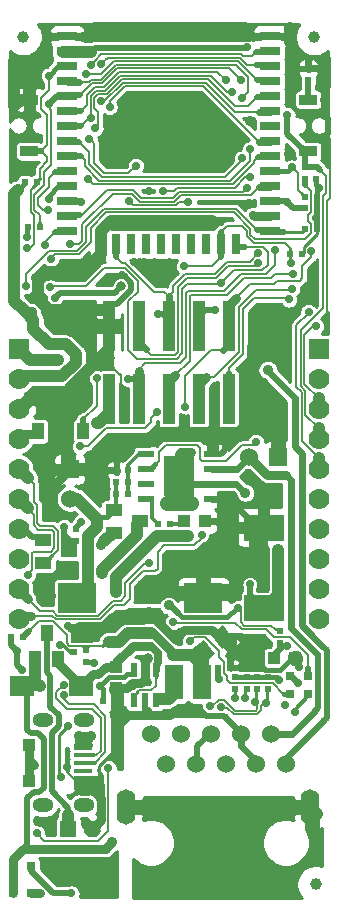
<source format=gbr>
G04 #@! TF.GenerationSoftware,KiCad,Pcbnew,5.1.0-rc2-unknown-036be7d~80~ubuntu16.04.1*
G04 #@! TF.CreationDate,2021-11-05T15:53:19+02:00*
G04 #@! TF.ProjectId,ESP32-PoE_Rev_G1,45535033-322d-4506-9f45-5f5265765f47,G1*
G04 #@! TF.SameCoordinates,Original*
G04 #@! TF.FileFunction,Copper,L1,Top*
G04 #@! TF.FilePolarity,Positive*
%FSLAX46Y46*%
G04 Gerber Fmt 4.6, Leading zero omitted, Abs format (unit mm)*
G04 Created by KiCad (PCBNEW 5.1.0-rc2-unknown-036be7d~80~ubuntu16.04.1) date 2021-11-05 15:53:19*
%MOMM*%
%LPD*%
G04 APERTURE LIST*
%ADD10C,1.300000*%
%ADD11C,2.000000*%
%ADD12R,5.000000X5.000000*%
%ADD13R,1.800000X0.800000*%
%ADD14R,0.800000X1.800000*%
%ADD15R,1.500000X0.900000*%
%ADD16R,0.550000X1.200000*%
%ADD17C,1.270000*%
%ADD18C,0.100000*%
%ADD19R,1.600000X3.000000*%
%ADD20C,1.524000*%
%ADD21O,1.600000X2.999999*%
%ADD22R,0.400000X0.400000*%
%ADD23R,1.422400X1.422400*%
%ADD24R,0.500000X0.550000*%
%ADD25R,1.016000X1.016000*%
%ADD26R,0.800000X0.800000*%
%ADD27R,1.400000X1.400000*%
%ADD28C,1.400000*%
%ADD29R,0.550000X0.500000*%
%ADD30C,1.778000*%
%ADD31R,1.778000X1.778000*%
%ADD32R,3.200000X2.500000*%
%ADD33R,3.400000X2.200000*%
%ADD34R,2.000000X1.700000*%
%ADD35C,1.000000*%
%ADD36R,1.650000X0.500000*%
%ADD37R,1.650000X0.325000*%
%ADD38R,1.000000X1.100000*%
%ADD39O,1.800000X1.200000*%
%ADD40R,1.000000X1.400000*%
%ADD41R,1.400000X1.000000*%
%ADD42R,1.000000X4.250000*%
%ADD43R,2.600000X3.500000*%
%ADD44R,1.400000X0.600000*%
%ADD45C,1.800000*%
%ADD46R,1.524000X1.524000*%
%ADD47C,0.900000*%
%ADD48C,0.700000*%
%ADD49C,0.800000*%
%ADD50C,0.762000*%
%ADD51C,1.016000*%
%ADD52C,0.406400*%
%ADD53C,0.508000*%
%ADD54C,0.254000*%
%ADD55C,1.270000*%
%ADD56C,0.609600*%
%ADD57C,0.152400*%
%ADD58C,0.203200*%
%ADD59C,0.304800*%
%ADD60C,0.660400*%
G04 APERTURE END LIST*
D10*
X101340000Y-106035000D03*
D11*
X103140000Y-104235000D03*
D12*
X103140000Y-104235000D03*
D13*
X112740000Y-96725000D03*
X112740000Y-97995000D03*
X112740000Y-99265000D03*
X112740000Y-100535000D03*
X112740000Y-101805000D03*
X112740000Y-103075000D03*
X112740000Y-104345000D03*
X112740000Y-105615000D03*
X112740000Y-106885000D03*
X112740000Y-108155000D03*
X112740000Y-109425000D03*
X112740000Y-110695000D03*
X112740000Y-111965000D03*
X112740000Y-113235000D03*
D14*
X109870000Y-114335000D03*
X108600000Y-114335000D03*
X107330000Y-114335000D03*
X106060000Y-114335000D03*
X104790000Y-114335000D03*
X103520000Y-114335000D03*
X102250000Y-114335000D03*
X100980000Y-114335000D03*
X99710000Y-114335000D03*
X98440000Y-114335000D03*
D13*
X95540000Y-113235000D03*
X95540000Y-111965000D03*
X95540000Y-110695000D03*
X95540000Y-109425000D03*
X95540000Y-108155000D03*
X95540000Y-106885000D03*
X95540000Y-105615000D03*
X95540000Y-104345000D03*
X95540000Y-103075000D03*
X95540000Y-101805000D03*
X95540000Y-100535000D03*
X95540000Y-99265000D03*
X95540000Y-97995000D03*
X95540000Y-96725000D03*
D10*
X104940000Y-106035000D03*
X101340000Y-102435000D03*
X104940000Y-102435000D03*
X103140000Y-102435000D03*
X103140000Y-106035000D03*
X101340000Y-104235000D03*
X104940000Y-104235000D03*
D15*
X115959000Y-106444000D03*
X115959000Y-102090000D03*
X92321000Y-106444000D03*
X92321000Y-102090000D03*
D16*
X101158000Y-152938000D03*
X102108000Y-152938000D03*
X103058000Y-152938000D03*
X101158000Y-150338000D03*
X103058000Y-150338000D03*
D17*
X108662238Y-147592976D03*
D18*
G36*
X109631759Y-147802495D02*
G01*
X108630985Y-148584385D01*
X107692717Y-147383457D01*
X108693491Y-146601567D01*
X109631759Y-147802495D01*
X109631759Y-147802495D01*
G37*
D17*
X107061000Y-148844000D03*
D18*
G36*
X108030521Y-149053519D02*
G01*
X107029747Y-149835409D01*
X106091479Y-148634481D01*
X107092253Y-147852591D01*
X108030521Y-149053519D01*
X108030521Y-149053519D01*
G37*
D19*
X104591000Y-151384000D03*
X106991000Y-151384000D03*
D20*
X102616000Y-155806000D03*
X103886000Y-158346000D03*
X105156000Y-155806000D03*
X106426000Y-158346000D03*
X107696000Y-155806000D03*
X108966000Y-158346000D03*
X110236000Y-155806000D03*
X111506000Y-158346000D03*
X112776000Y-155806000D03*
X114046000Y-158346000D03*
D21*
X100531000Y-161946000D03*
X116131000Y-161946000D03*
D22*
X112044000Y-149344000D03*
X112044000Y-148344000D03*
X111244000Y-147544000D03*
X110244000Y-147544000D03*
X109444000Y-148344000D03*
X109444000Y-149344000D03*
X110244000Y-150144000D03*
X111244000Y-150144000D03*
D23*
X110744000Y-148844000D03*
D24*
X109347000Y-150241000D03*
X108331000Y-150241000D03*
D25*
X99695000Y-151892000D03*
X99695000Y-150114000D03*
D24*
X91821000Y-147574000D03*
X90805000Y-147574000D03*
X93218000Y-112903000D03*
X92202000Y-112903000D03*
D26*
X115951000Y-150876000D03*
X114427000Y-150876000D03*
X115951000Y-152400000D03*
X114427000Y-152400000D03*
D27*
X95638620Y-163852860D03*
D28*
X97650300Y-163850320D03*
D24*
X116713000Y-113030000D03*
X115697000Y-113030000D03*
X114427000Y-115189000D03*
X115443000Y-115189000D03*
X115697000Y-110363000D03*
X116713000Y-110363000D03*
X115697000Y-111252000D03*
X116713000Y-111252000D03*
X98552000Y-153035000D03*
X99568000Y-153035000D03*
D29*
X97155000Y-149733000D03*
X97155000Y-148717000D03*
X113538000Y-147066000D03*
X113538000Y-148082000D03*
X111633000Y-152019000D03*
X111633000Y-151003000D03*
X112522000Y-152019000D03*
X112522000Y-151003000D03*
X109728000Y-152019000D03*
X109728000Y-151003000D03*
X110744000Y-152019000D03*
X110744000Y-151003000D03*
X96266000Y-139446000D03*
X96266000Y-138430000D03*
X96075500Y-147828000D03*
X96075500Y-148844000D03*
D30*
X116840000Y-130840000D03*
X116840000Y-128300000D03*
X116840000Y-125760000D03*
D31*
X116840000Y-123220000D03*
D30*
X116840000Y-133380000D03*
X116840000Y-135920000D03*
X116840000Y-141000000D03*
X116840000Y-138460000D03*
X116840000Y-143540000D03*
X116840000Y-146080000D03*
X91440000Y-130840000D03*
X91440000Y-128300000D03*
X91440000Y-125760000D03*
D31*
X91440000Y-123220000D03*
D30*
X91440000Y-133380000D03*
X91440000Y-135920000D03*
X91440000Y-141000000D03*
X91440000Y-138460000D03*
X91440000Y-143540000D03*
X91440000Y-146080000D03*
D32*
X96377000Y-144272000D03*
X107077000Y-144272000D03*
D33*
X112217200Y-138332000D03*
X112217200Y-145132000D03*
D34*
X96734000Y-151765000D03*
X91734000Y-151765000D03*
D35*
X116586000Y-168529000D03*
X116459000Y-96774000D03*
X91821000Y-96774000D03*
D26*
X92456000Y-169291000D03*
X90932000Y-169291000D03*
D25*
X113030000Y-149352000D03*
X114808000Y-149352000D03*
D26*
X92456000Y-167005000D03*
X90932000Y-167005000D03*
D36*
X96876000Y-156854500D03*
D37*
X96876000Y-157592000D03*
X96876000Y-158242000D03*
X96876000Y-158892000D03*
D36*
X96876000Y-159629500D03*
D38*
X92326000Y-156742000D03*
X92326000Y-159742000D03*
D39*
X93476000Y-154642000D03*
X96946000Y-154642000D03*
X96946000Y-161842000D03*
X93476000Y-161842000D03*
D40*
X92839540Y-149479000D03*
X94742000Y-149479000D03*
X93786960Y-147269200D03*
D41*
X99476560Y-136845040D03*
X99476560Y-138747500D03*
X101686360Y-137792460D03*
D29*
X115951000Y-99441000D03*
X115951000Y-100457000D03*
X115697000Y-108839000D03*
X115697000Y-107823000D03*
X116586000Y-107823000D03*
X116586000Y-108839000D03*
D41*
X95715000Y-140335000D03*
X93515000Y-141285000D03*
X93515000Y-139385000D03*
D42*
X99060000Y-127458000D03*
X99060000Y-121208000D03*
X101600000Y-127458000D03*
X101600000Y-121208000D03*
X104140000Y-127458000D03*
X104140000Y-121208000D03*
X106680000Y-127458000D03*
X106680000Y-121208000D03*
X109220000Y-127458000D03*
X109220000Y-121208000D03*
D24*
X92964000Y-109093000D03*
X91948000Y-109093000D03*
X99695000Y-134493000D03*
X100711000Y-134493000D03*
X103251000Y-138049000D03*
X104267000Y-138049000D03*
X99695000Y-133477000D03*
X100711000Y-133477000D03*
X99695000Y-135509000D03*
X100711000Y-135509000D03*
D43*
X105029000Y-133985000D03*
D44*
X102229000Y-135890000D03*
X102229000Y-134620000D03*
X102229000Y-133350000D03*
X102229000Y-132080000D03*
X107829000Y-132080000D03*
X107829000Y-133350000D03*
X107829000Y-134620000D03*
X107829000Y-135890000D03*
D45*
X105029000Y-133985000D03*
D20*
X95758000Y-135870000D03*
D46*
X95758000Y-133370000D03*
X113391000Y-132334000D03*
D20*
X110891000Y-132334000D03*
D40*
X93096000Y-130175000D03*
X96896000Y-130175000D03*
D25*
X107188000Y-137795000D03*
X105410000Y-137795000D03*
D47*
X99314000Y-164973000D03*
X93218000Y-151765000D03*
X98425000Y-139827000D03*
X94775020Y-124167900D03*
D48*
X92125800Y-113690400D03*
X92964000Y-163195000D03*
X93853000Y-163195000D03*
D47*
X98330590Y-161163000D03*
X114300000Y-106680000D03*
D48*
X101219000Y-115824000D03*
X102044500Y-115824000D03*
D47*
X117348000Y-103378000D03*
X117348000Y-102108000D03*
X117348000Y-98679000D03*
X114427000Y-100965000D03*
X114427000Y-99822000D03*
X114427000Y-98679000D03*
X114427000Y-97155000D03*
X105410000Y-107315000D03*
X106680000Y-103505000D03*
X106680000Y-106045000D03*
X107950000Y-107315000D03*
X107950000Y-104775000D03*
X109220000Y-106045000D03*
X104140000Y-107315000D03*
X107950000Y-103505000D03*
X107950000Y-106045000D03*
X109220000Y-104775000D03*
X106680000Y-107315000D03*
X106680000Y-104775000D03*
X106680000Y-102235000D03*
D48*
X98869500Y-106934000D03*
D47*
X91059000Y-102616000D03*
X91059000Y-101346000D03*
X91059000Y-100076000D03*
X91059000Y-98806000D03*
X92328990Y-98806000D03*
X93726000Y-98806000D03*
X93726000Y-97472500D03*
X114427000Y-96012000D03*
X110617000Y-96012000D03*
X106807000Y-96774000D03*
X108077000Y-96012000D03*
X105537000Y-96012000D03*
X102997000Y-96012000D03*
X101727000Y-96774000D03*
X104267000Y-96774000D03*
X109347000Y-96774000D03*
X100457000Y-96012000D03*
X93726000Y-96012000D03*
X97917000Y-96012000D03*
D48*
X102489000Y-109836724D03*
D47*
X100076000Y-112395000D03*
X94742000Y-167767000D03*
X94742000Y-166624000D03*
X107823000Y-112395000D03*
D48*
X94234000Y-144145000D03*
D47*
X103632000Y-112395000D03*
X99187000Y-96774000D03*
D48*
X117475000Y-105156000D03*
D47*
X96901000Y-96774000D03*
X102489000Y-112395000D03*
D48*
X100203000Y-116967000D03*
X95631000Y-146685000D03*
D47*
X99314000Y-169037000D03*
X102489000Y-145542000D03*
D48*
X115189000Y-150114000D03*
X106045000Y-153797000D03*
D49*
X102362000Y-149352000D03*
D47*
X98330590Y-160210498D03*
D48*
X104902000Y-147828000D03*
X95885000Y-121666000D03*
D47*
X111252000Y-124079000D03*
X101981000Y-131064000D03*
X100965000Y-131064000D03*
D48*
X102362000Y-153847800D03*
D49*
X93853000Y-137414000D03*
D47*
X113411000Y-141224000D03*
X113411000Y-140208000D03*
D48*
X110998000Y-143129000D03*
D47*
X111252000Y-123063000D03*
X99568000Y-154305000D03*
X110998000Y-103886000D03*
D48*
X110921800Y-110794800D03*
X95504000Y-158623000D03*
X92590110Y-120015000D03*
X94488000Y-118872000D03*
D47*
X96901000Y-98044000D03*
D48*
X116586000Y-112141000D03*
D47*
X99674680Y-143771620D03*
D49*
X100131880Y-117899180D03*
D47*
X96266000Y-123825000D03*
X98092260Y-129433320D03*
D49*
X105791000Y-139065000D03*
D48*
X110744000Y-97663000D03*
X116890800Y-109601000D03*
D47*
X91333320Y-109776260D03*
X99060000Y-147980400D03*
D48*
X113969800Y-153314400D03*
X108356400Y-151155400D03*
X113510000Y-151250000D03*
X93980000Y-100055001D03*
X92125800Y-114604800D03*
X111051173Y-108638173D03*
X103631994Y-109836732D03*
D47*
X96520000Y-155956000D03*
X97536000Y-155956000D03*
X98501200Y-142123160D03*
D48*
X105796410Y-110751157D03*
X100774500Y-110680496D03*
X101345994Y-107696000D03*
X97409000Y-105410000D03*
X95278919Y-138270969D03*
X94157800Y-115570000D03*
D47*
X112522000Y-124968000D03*
D48*
X110998000Y-106299000D03*
X115976400Y-120091200D03*
X110363000Y-107060996D03*
X93980000Y-102489000D03*
X110236000Y-100457000D03*
D47*
X102108000Y-168783000D03*
X105283000Y-168783000D03*
X108204000Y-168783000D03*
X110998000Y-168783000D03*
X112522000Y-167132000D03*
X104013000Y-167132000D03*
X106934000Y-167132000D03*
X109601000Y-167132000D03*
X105918000Y-164846000D03*
X110871000Y-164846000D03*
X108204000Y-164846000D03*
X103632000Y-161946000D03*
X113030000Y-161946000D03*
D48*
X114173000Y-148336000D03*
X111696500Y-115954254D03*
X96730025Y-137874369D03*
X96647000Y-131445000D03*
X103124000Y-128524000D03*
X98298000Y-151765000D03*
X97795080Y-149816820D03*
X95231599Y-151654399D03*
X95231596Y-152512566D03*
D47*
X104140000Y-144907000D03*
D48*
X110007400Y-145084800D03*
X92075000Y-117856016D03*
X92963986Y-164211000D03*
X99016820Y-158666180D03*
X97532247Y-103628247D03*
X109474000Y-101473000D03*
X116586000Y-121285000D03*
X105918000Y-147955000D03*
X114808000Y-153924000D03*
X104521000Y-146304000D03*
X115089940Y-151483060D03*
X95885000Y-169290994D03*
X93217439Y-169291561D03*
X92760768Y-158419800D03*
X94932500Y-148272500D03*
X95019852Y-159437320D03*
X95613220Y-155110180D03*
X114173000Y-103378000D03*
X108966000Y-100457000D03*
X108585000Y-117602000D03*
X94107000Y-117983000D03*
X108077000Y-119888000D03*
X110363000Y-101981000D03*
X91310373Y-148796940D03*
X91742260Y-150373080D03*
X97917000Y-104521000D03*
X97147890Y-99910341D03*
X92188792Y-142297910D03*
X100711000Y-125730000D03*
X102489000Y-141351000D03*
X111252000Y-111887000D03*
X113157000Y-114808000D03*
X106934000Y-138938000D03*
X105537000Y-128066800D03*
X114554000Y-107823000D03*
X116205000Y-114935000D03*
X114462245Y-115922976D03*
X105410000Y-116205000D03*
X114554000Y-118110000D03*
X114681000Y-116840000D03*
X114173000Y-110744000D03*
X110718600Y-109550200D03*
X114300000Y-118999000D03*
X111696500Y-115101841D03*
X103251000Y-120269000D03*
X96673145Y-110744000D03*
X93931740Y-111467900D03*
X97312968Y-108831208D03*
X93980000Y-110490555D03*
X93675200Y-114376200D03*
X98398693Y-99097193D03*
X99124867Y-102705397D03*
X98415660Y-102232500D03*
X97536008Y-99123500D03*
X95732400Y-114274400D03*
X107642660Y-153441400D03*
X111429800Y-153085800D03*
X108595160Y-153469340D03*
X112395000Y-153162000D03*
X109728000Y-152781000D03*
X110617000Y-152781000D03*
X106045000Y-131953000D03*
X105029000Y-136271000D03*
X106045000Y-136271000D03*
X105156000Y-131953000D03*
X104013000Y-136271000D03*
D47*
X110617000Y-135382000D03*
D48*
X111506000Y-131064000D03*
X98051620Y-125669040D03*
D50*
X90932000Y-167005000D02*
X90932000Y-166357322D01*
X90932000Y-166357322D02*
X91782911Y-165506411D01*
X98864001Y-165422999D02*
X99314000Y-164973000D01*
X98780589Y-165506411D02*
X98864001Y-165422999D01*
X91782911Y-165506411D02*
X98780589Y-165506411D01*
X90932000Y-169291000D02*
X90932000Y-168592500D01*
X90932000Y-167005000D02*
X90932000Y-168592500D01*
X91734000Y-151765000D02*
X93218000Y-151765000D01*
D51*
X94775020Y-124167900D02*
X92387900Y-124167900D01*
X92387900Y-124167900D02*
X91440000Y-123220000D01*
D50*
X98425000Y-139827000D02*
X98425000Y-139700000D01*
X98425000Y-139700000D02*
X98679000Y-139446000D01*
D51*
X99377500Y-138747500D02*
X98679000Y-139446000D01*
X99476560Y-138747500D02*
X99377500Y-138747500D01*
X92837000Y-151409410D02*
X93192590Y-151765000D01*
X92837000Y-149481540D02*
X92837000Y-151409410D01*
X92839540Y-149479000D02*
X92837000Y-149481540D01*
D52*
X92125800Y-112979200D02*
X92202000Y-112903000D01*
X92125800Y-113690400D02*
X92125800Y-112979200D01*
D53*
X92169590Y-152113590D02*
X91757500Y-151701500D01*
X92685470Y-160698401D02*
X93174599Y-160698401D01*
X92163881Y-161219990D02*
X92685470Y-160698401D01*
X92169590Y-155415590D02*
X92169590Y-152113590D01*
X92163881Y-165125441D02*
X92163881Y-161219990D01*
X91782911Y-165506411D02*
X92163881Y-165125441D01*
X93174599Y-160698401D02*
X93548178Y-160324822D01*
X93548178Y-160324822D02*
X93548178Y-156178249D01*
X93548178Y-156178249D02*
X93049266Y-155679337D01*
X93049266Y-155679337D02*
X92433337Y-155679337D01*
X92433337Y-155679337D02*
X92169590Y-155415590D01*
D50*
X97663000Y-163830000D02*
X98399589Y-163093411D01*
X98399589Y-161231999D02*
X98330590Y-161163000D01*
D53*
X97345500Y-160782000D02*
X97414499Y-160713001D01*
X97880591Y-160713001D02*
X98330590Y-161163000D01*
D50*
X98399589Y-163093411D02*
X98399589Y-161231999D01*
D53*
X97414499Y-160713001D02*
X97880591Y-160713001D01*
D50*
X97409000Y-169037000D02*
X96139000Y-167767000D01*
X99314000Y-169037000D02*
X97409000Y-169037000D01*
X96139000Y-167767000D02*
X94742000Y-167767000D01*
X99314000Y-167640000D02*
X98298000Y-166624000D01*
X99314000Y-169037000D02*
X99314000Y-167640000D01*
X98298000Y-166624000D02*
X94742000Y-166624000D01*
X94742000Y-166624000D02*
X94742000Y-167767000D01*
D53*
X96710500Y-160782000D02*
X97345500Y-160782000D01*
X97345500Y-160782000D02*
X97345500Y-159639000D01*
X96402500Y-159629500D02*
X96393000Y-159639000D01*
X96876000Y-159629500D02*
X96402500Y-159629500D01*
X96393000Y-159639000D02*
X96393000Y-160464500D01*
X96393000Y-160464500D02*
X96710500Y-160782000D01*
X117348000Y-99822000D02*
X116967000Y-99441000D01*
X117348000Y-103378000D02*
X117348000Y-99822000D01*
X116967000Y-99441000D02*
X116078000Y-99441000D01*
D51*
X117348000Y-100965000D02*
X117348000Y-98679000D01*
D50*
X117348000Y-102108000D02*
X117348000Y-100965000D01*
X117348000Y-103378000D02*
X117348000Y-102108000D01*
D53*
X117615401Y-105015599D02*
X117615401Y-103645401D01*
X117475000Y-105156000D02*
X117615401Y-105015599D01*
X117615401Y-103645401D02*
X117348000Y-103378000D01*
D51*
X92328990Y-100584000D02*
X92328990Y-98806000D01*
X92328990Y-100584000D02*
X91567000Y-100584000D01*
X91567000Y-100584000D02*
X91059000Y-100076000D01*
X92321000Y-102090000D02*
X91585000Y-102090000D01*
X91585000Y-102090000D02*
X91059000Y-102616000D01*
X91059000Y-98806000D02*
X91059000Y-102616000D01*
X91059000Y-98806000D02*
X93726000Y-98806000D01*
X93726000Y-97472500D02*
X93726000Y-98806000D01*
D50*
X93726000Y-96012000D02*
X93726000Y-97472500D01*
D51*
X114427000Y-96648396D02*
X114427000Y-97218500D01*
X114427000Y-96012000D02*
X114427000Y-96648396D01*
D54*
X117475000Y-105156000D02*
X117665500Y-105346500D01*
X117665500Y-105346500D02*
X117665500Y-107124500D01*
D51*
X103632000Y-112395000D02*
X107823000Y-112395000D01*
X102489000Y-112395000D02*
X103632000Y-112395000D01*
X100076000Y-112395000D02*
X102489000Y-112395000D01*
D53*
X100570974Y-112395000D02*
X100076000Y-112395000D01*
X96075500Y-147828000D02*
X96075500Y-147070000D01*
X96075500Y-147070000D02*
X96079500Y-147066000D01*
X96079500Y-147066000D02*
X96393000Y-147066000D01*
D51*
X92329000Y-101854000D02*
X92329000Y-100584010D01*
D50*
X92329000Y-100584010D02*
X92328990Y-100584000D01*
D51*
X92232000Y-127508000D02*
X95758000Y-127508000D01*
X91440000Y-128300000D02*
X92232000Y-127508000D01*
D53*
X96012000Y-147066000D02*
X96393000Y-147066000D01*
X95631000Y-146685000D02*
X96012000Y-147066000D01*
D50*
X110714000Y-150144000D02*
X111244000Y-150144000D01*
X110244000Y-150144000D02*
X110714000Y-150144000D01*
D53*
X110244000Y-147544000D02*
X110206000Y-147544000D01*
D50*
X110744000Y-148044000D02*
X110744000Y-148844000D01*
X110244000Y-147544000D02*
X110744000Y-148044000D01*
D53*
X109944000Y-148844000D02*
X110744000Y-148844000D01*
D52*
X109444000Y-148344000D02*
X109944000Y-148844000D01*
D53*
X115189000Y-149733000D02*
X115189000Y-150114000D01*
D50*
X111244000Y-150144000D02*
X111984000Y-150144000D01*
D52*
X114808000Y-149352000D02*
X115062000Y-149352000D01*
X115189000Y-149733000D02*
X114808000Y-149352000D01*
D53*
X99568000Y-152019000D02*
X99695000Y-151892000D01*
X99568000Y-153035000D02*
X99568000Y-152019000D01*
D52*
X112044000Y-150144000D02*
X112268000Y-150368000D01*
X111984000Y-150144000D02*
X112044000Y-150144000D01*
X113538000Y-150368000D02*
X114554000Y-149352000D01*
X112268000Y-150368000D02*
X113538000Y-150368000D01*
X114554000Y-149352000D02*
X114808000Y-149352000D01*
D53*
X99695000Y-151892000D02*
X99695000Y-152654000D01*
X110147000Y-150241000D02*
X110244000Y-150144000D01*
X109347000Y-150241000D02*
X110147000Y-150241000D01*
X109347000Y-149441000D02*
X109444000Y-149344000D01*
X109347000Y-150241000D02*
X109347000Y-149441000D01*
X109444000Y-149344000D02*
X109444000Y-148344000D01*
D54*
X104521000Y-153924000D02*
X104648000Y-153797000D01*
D53*
X99568000Y-153035000D02*
X99568000Y-153162000D01*
D50*
X101092000Y-154178000D02*
X102362000Y-154178000D01*
X104267000Y-154178000D02*
X103251000Y-154178000D01*
X104648000Y-153797000D02*
X104267000Y-154178000D01*
X103251000Y-154178000D02*
X102362000Y-154178000D01*
X99695000Y-151892000D02*
X99949000Y-152146000D01*
D53*
X99695000Y-151892000D02*
X99568000Y-151892000D01*
D50*
X99568000Y-151892000D02*
X99568000Y-153035000D01*
D52*
X100076000Y-153416000D02*
X100838000Y-154178000D01*
X99949000Y-153416000D02*
X100076000Y-153416000D01*
D50*
X101092000Y-154178000D02*
X100838000Y-154178000D01*
X99949000Y-152146000D02*
X99949000Y-153416000D01*
D53*
X96075500Y-147828000D02*
X97663000Y-147828000D01*
X96075500Y-147828000D02*
X96393000Y-147828000D01*
X96393000Y-147828000D02*
X96774000Y-147447000D01*
X110236000Y-155806000D02*
X110236000Y-156083000D01*
D51*
X111916000Y-145034000D02*
X112141000Y-145259000D01*
X112141000Y-145259000D02*
X113411000Y-143989000D01*
D53*
X98209000Y-159629500D02*
X98330590Y-159751090D01*
X98330590Y-159751090D02*
X98330590Y-160210498D01*
X96876000Y-159629500D02*
X98209000Y-159629500D01*
D50*
X98330590Y-161163000D02*
X98330590Y-160210498D01*
X96774002Y-160210498D02*
X98330590Y-160210498D01*
X106045000Y-153797000D02*
X104648000Y-153797000D01*
X102489000Y-145589213D02*
X102489000Y-145542000D01*
X104727787Y-147828000D02*
X102489000Y-145589213D01*
X104902000Y-147828000D02*
X104727787Y-147828000D01*
D51*
X95955150Y-120071850D02*
X96139000Y-119888000D01*
X95955150Y-121595850D02*
X95955150Y-120071850D01*
X95885000Y-121666000D02*
X95955150Y-121595850D01*
X95758000Y-126507240D02*
X95758000Y-127508000D01*
X99060000Y-121208000D02*
X99060000Y-123205240D01*
D55*
X113391000Y-130282000D02*
X113391000Y-132334000D01*
X112776000Y-129667000D02*
X113391000Y-130282000D01*
X110871000Y-129667000D02*
X112776000Y-129667000D01*
X110109000Y-130429000D02*
X110871000Y-129667000D01*
D51*
X95518204Y-127747796D02*
X95758000Y-127508000D01*
X95518204Y-133130204D02*
X95518204Y-127747796D01*
X95758000Y-133370000D02*
X95518204Y-133130204D01*
X101981000Y-131064000D02*
X100965000Y-131064000D01*
X98927908Y-131064000D02*
X100965000Y-131064000D01*
X95758000Y-133370000D02*
X97643000Y-133370000D01*
X97643000Y-133370000D02*
X98125736Y-132887264D01*
X98125736Y-132887264D02*
X98125736Y-131866172D01*
X98125736Y-131866172D02*
X98927908Y-131064000D01*
X102460409Y-131064000D02*
X103095409Y-130429000D01*
X101981000Y-131064000D02*
X102460409Y-131064000D01*
D53*
X102108000Y-153924000D02*
X102362000Y-154178000D01*
X102108000Y-152938000D02*
X102108000Y-153924000D01*
X102362000Y-153847800D02*
X102362000Y-154178000D01*
D50*
X107797600Y-146964400D02*
X105410000Y-146964400D01*
X108426176Y-147592976D02*
X107797600Y-146964400D01*
X108662238Y-147592976D02*
X108426176Y-147592976D01*
X104902000Y-147472400D02*
X105410000Y-146964400D01*
X104902000Y-147828000D02*
X104902000Y-147472400D01*
D55*
X108839000Y-130429000D02*
X110109000Y-130429000D01*
X103095409Y-130429000D02*
X108839000Y-130429000D01*
D53*
X108916780Y-130506780D02*
X108839000Y-130429000D01*
X108916780Y-131717024D02*
X108916780Y-130506780D01*
X108553804Y-132080000D02*
X108916780Y-131717024D01*
X107829000Y-132080000D02*
X108553804Y-132080000D01*
D51*
X113411000Y-143989000D02*
X113411000Y-141224000D01*
X113411000Y-141224000D02*
X113411000Y-140208000D01*
D53*
X112112000Y-145132000D02*
X112217200Y-145132000D01*
X110998000Y-144018000D02*
X112112000Y-145132000D01*
X110998000Y-143129000D02*
X110998000Y-144018000D01*
D51*
X111252000Y-123063000D02*
X111252000Y-126238000D01*
D50*
X102108000Y-149606000D02*
X102362000Y-149352000D01*
X102108000Y-151130000D02*
X102108000Y-149606000D01*
X99695000Y-151892000D02*
X100584000Y-151892000D01*
X101752793Y-151485207D02*
X102108000Y-151130000D01*
X100584000Y-151892000D02*
X100990793Y-151485207D01*
X100990793Y-151485207D02*
X101752793Y-151485207D01*
X99949000Y-153924000D02*
X99949000Y-153416000D01*
X99568000Y-154305000D02*
X99949000Y-153924000D01*
X100838000Y-154178000D02*
X99695000Y-154178000D01*
X99695000Y-154178000D02*
X99568000Y-154305000D01*
X99568000Y-154305000D02*
X99568000Y-153035000D01*
X93853000Y-135275000D02*
X93853000Y-137414000D01*
X95758000Y-133370000D02*
X93853000Y-135275000D01*
D53*
X106045000Y-153797000D02*
X106807000Y-153797000D01*
X106807000Y-153797000D02*
X107315000Y-154305000D01*
X107315000Y-154305000D02*
X108839000Y-154305000D01*
X110236000Y-155702000D02*
X108839000Y-154305000D01*
X110236000Y-155806000D02*
X110236000Y-155702000D01*
D54*
X98209000Y-158508800D02*
X98209000Y-159629500D01*
X99568000Y-157149800D02*
X98209000Y-158508800D01*
X99568000Y-154305000D02*
X99568000Y-157149800D01*
D56*
X110236000Y-156829091D02*
X110236000Y-155806000D01*
X111506000Y-158099091D02*
X110236000Y-156829091D01*
X111506000Y-158346000D02*
X111506000Y-158099091D01*
D53*
X97750000Y-133477000D02*
X97643000Y-133370000D01*
X99695000Y-133477000D02*
X97750000Y-133477000D01*
D51*
X100076000Y-112395000D02*
X99210575Y-112395000D01*
X98440000Y-113165575D02*
X99210575Y-112395000D01*
X98440000Y-114335000D02*
X98440000Y-113165575D01*
X97917000Y-96012000D02*
X110617000Y-96012000D01*
D53*
X96852000Y-96725000D02*
X96901000Y-96774000D01*
X95540000Y-96725000D02*
X96852000Y-96725000D01*
X93726000Y-96520000D02*
X93726000Y-96012000D01*
X93931000Y-96725000D02*
X93726000Y-96520000D01*
X95540000Y-96725000D02*
X93931000Y-96725000D01*
D54*
X114090234Y-95675234D02*
X114427000Y-96012000D01*
X110953766Y-95675234D02*
X114090234Y-95675234D01*
X110617000Y-96012000D02*
X110953766Y-95675234D01*
X97617789Y-95712789D02*
X97917000Y-96012000D01*
X94025211Y-95712789D02*
X97617789Y-95712789D01*
X93726000Y-96012000D02*
X94025211Y-95712789D01*
D50*
X96901000Y-96774000D02*
X110943870Y-96774000D01*
D56*
X110992870Y-96725000D02*
X110943870Y-96774000D01*
X112740000Y-96725000D02*
X110992870Y-96725000D01*
X113997000Y-96725000D02*
X114427000Y-97155000D01*
X112740000Y-96725000D02*
X113997000Y-96725000D01*
D53*
X115951000Y-98679000D02*
X115951000Y-99441000D01*
D51*
X93980000Y-119888000D02*
X96139000Y-119888000D01*
X93091000Y-118999000D02*
X93980000Y-119888000D01*
X93091000Y-117168404D02*
X93091000Y-118999000D01*
X98440000Y-114335000D02*
X98440000Y-115174000D01*
X98440000Y-115174000D02*
X96977230Y-116636770D01*
X96977230Y-116636770D02*
X93622634Y-116636770D01*
X93622634Y-116636770D02*
X93091000Y-117168404D01*
D57*
X117528340Y-121457720D02*
X117203220Y-121782840D01*
X117665500Y-107124500D02*
X117774730Y-107233730D01*
X117774730Y-110446810D02*
X117528340Y-110693200D01*
X117774730Y-107233730D02*
X117774730Y-110446810D01*
X117528340Y-110693200D02*
X117528340Y-121457720D01*
D51*
X96606360Y-146852640D02*
X96520000Y-146939000D01*
X102489000Y-145542000D02*
X101981000Y-146050000D01*
X99420680Y-146050000D02*
X98618040Y-146852640D01*
X96520000Y-146939000D02*
X96393000Y-147066000D01*
X101981000Y-146050000D02*
X99420680Y-146050000D01*
X98618040Y-146852640D02*
X96606360Y-146852640D01*
D53*
X110188293Y-147488293D02*
X110244000Y-147544000D01*
D56*
X108766921Y-147488293D02*
X110188293Y-147488293D01*
D53*
X108662238Y-147592976D02*
X108766921Y-147488293D01*
D52*
X109625771Y-148162229D02*
X109625771Y-147806315D01*
X109444000Y-148344000D02*
X109625771Y-148162229D01*
D58*
X96876000Y-159629500D02*
X96152360Y-159629500D01*
X96152360Y-159629500D02*
X95506540Y-158983680D01*
X95506540Y-158983680D02*
X95506540Y-158320740D01*
D57*
X98369120Y-123896120D02*
X98496120Y-123896120D01*
D51*
X99060000Y-123205240D02*
X98369120Y-123896120D01*
X98369120Y-123896120D02*
X95758000Y-126507240D01*
D57*
X98496120Y-123896120D02*
X100076000Y-125476000D01*
X100076000Y-125476000D02*
X100076000Y-126619000D01*
D51*
X96139000Y-119888000D02*
X98933000Y-119888000D01*
D53*
X99060000Y-121208000D02*
X99060000Y-120015000D01*
X99060000Y-120015000D02*
X98933000Y-119888000D01*
X99060000Y-119507000D02*
X99060000Y-121208000D01*
X99187000Y-119380000D02*
X99060000Y-119507000D01*
X99794060Y-119380000D02*
X99187000Y-119380000D01*
X100203000Y-116967000D02*
X100359420Y-116967000D01*
X100359420Y-116967000D02*
X100965000Y-117572580D01*
X100965000Y-117572580D02*
X100965000Y-118209060D01*
X100965000Y-118209060D02*
X99794060Y-119380000D01*
D51*
X95631000Y-162687000D02*
X95631000Y-163830000D01*
D53*
X95638620Y-163852860D02*
X95989140Y-163852860D01*
X95631000Y-162052000D02*
X95631000Y-162687000D01*
X94234000Y-160655000D02*
X95631000Y-162052000D01*
X94234000Y-155702000D02*
X94234000Y-160655000D01*
X94812516Y-155123484D02*
X94234000Y-155702000D01*
X94812516Y-154189023D02*
X94812516Y-155123484D01*
X93786960Y-147269200D02*
X93786960Y-150555960D01*
X93786960Y-150555960D02*
X94112080Y-150881080D01*
X94112080Y-150881080D02*
X94112080Y-153488587D01*
X94112080Y-153488587D02*
X94812516Y-154189023D01*
X115951000Y-102082000D02*
X115951000Y-100457000D01*
X115959000Y-102090000D02*
X115951000Y-102082000D01*
X116713000Y-113030000D02*
X116713000Y-112268000D01*
X116713000Y-112268000D02*
X116586000Y-112141000D01*
X116713000Y-111252000D02*
X116713000Y-112014000D01*
X116713000Y-112014000D02*
X116586000Y-112141000D01*
X116713000Y-110363000D02*
X116713000Y-111252000D01*
D51*
X96901000Y-98044000D02*
X97537396Y-98044000D01*
X97537396Y-98044000D02*
X97537440Y-98043956D01*
X91948000Y-120015000D02*
X92678250Y-120745250D01*
D50*
X92590110Y-120015000D02*
X92590110Y-120657110D01*
X92590110Y-120657110D02*
X92678250Y-120745250D01*
X92590110Y-120015000D02*
X91948000Y-120015000D01*
D57*
X92284750Y-147085250D02*
X93129500Y-146240500D01*
D53*
X91821000Y-147574000D02*
X91821000Y-147549000D01*
X91821000Y-147549000D02*
X92284750Y-147085250D01*
D57*
X94297500Y-146240500D02*
X95504000Y-147447000D01*
X95504000Y-148129482D02*
X95710518Y-148336000D01*
X93129500Y-146240500D02*
X94297500Y-146240500D01*
X95504000Y-147447000D02*
X95504000Y-148129482D01*
D51*
X95140000Y-98055000D02*
X96890000Y-98055000D01*
X96890000Y-98055000D02*
X96901000Y-98044000D01*
D53*
X95151000Y-98044000D02*
X95140000Y-98055000D01*
D57*
X95710518Y-148336000D02*
X96774000Y-148336000D01*
X97536000Y-148336000D02*
X97663000Y-148336000D01*
X97663000Y-148336000D02*
X96774000Y-148336000D01*
X96901000Y-148463000D02*
X97282000Y-148463000D01*
X96901000Y-148463000D02*
X96774000Y-148336000D01*
X97155000Y-148717000D02*
X96901000Y-148463000D01*
X97282000Y-148463000D02*
X97409000Y-148463000D01*
X97155000Y-148717000D02*
X97409000Y-148463000D01*
X97409000Y-148463000D02*
X97536000Y-148336000D01*
D53*
X100131880Y-117899180D02*
X99565449Y-118465611D01*
X99565449Y-118465611D02*
X94894389Y-118465611D01*
X94894389Y-118465611D02*
X94488000Y-118872000D01*
D51*
X98092260Y-129433320D02*
X98201480Y-129433320D01*
X99060000Y-128574800D02*
X99060000Y-127458000D01*
X98201480Y-129433320D02*
X99060000Y-128574800D01*
X99674680Y-143771620D02*
X99674680Y-142514320D01*
X103124000Y-139065000D02*
X105791000Y-139065000D01*
X99674680Y-142514320D02*
X103124000Y-139065000D01*
X91728769Y-125471231D02*
X91440000Y-125760000D01*
X95135389Y-125471231D02*
X91728769Y-125471231D01*
X96266000Y-124340620D02*
X95135389Y-125471231D01*
X96266000Y-123825000D02*
X96266000Y-124340620D01*
X92678250Y-121482794D02*
X92678250Y-120745250D01*
X96266000Y-123825000D02*
X96266000Y-123624048D01*
X96266000Y-123624048D02*
X95450952Y-122809000D01*
X95450952Y-122809000D02*
X94004456Y-122809000D01*
X94004456Y-122809000D02*
X92678250Y-121482794D01*
X106991000Y-151384000D02*
X106991000Y-149975175D01*
X107061000Y-149905175D02*
X106991000Y-149975175D01*
X107061000Y-148844000D02*
X107061000Y-149905175D01*
X106991000Y-149975175D02*
X106126505Y-149110680D01*
X106126505Y-149110680D02*
X104526304Y-149110680D01*
D50*
X104526304Y-148935090D02*
X104526304Y-149110680D01*
X102832110Y-147240896D02*
X104526304Y-148935090D01*
X102656520Y-147240896D02*
X102832110Y-147240896D01*
D53*
X97873972Y-97707424D02*
X97537440Y-98043956D01*
X110699576Y-97707424D02*
X97873972Y-97707424D01*
X110744000Y-97663000D02*
X110699576Y-97707424D01*
D52*
X116586000Y-109296200D02*
X116890800Y-109601000D01*
X116586000Y-108839000D02*
X116586000Y-109296200D01*
X116713000Y-109778800D02*
X116890800Y-109601000D01*
X116713000Y-110363000D02*
X116713000Y-109778800D01*
D51*
X91059000Y-119126000D02*
X91948000Y-120015000D01*
X91333320Y-109776260D02*
X91059000Y-110050580D01*
X91059000Y-110050580D02*
X91059000Y-119126000D01*
D52*
X91948000Y-109161580D02*
X91333320Y-109776260D01*
X91948000Y-109093000D02*
X91948000Y-109161580D01*
D54*
X116713000Y-113451138D02*
X116713000Y-113030000D01*
X115570000Y-114594138D02*
X116713000Y-113451138D01*
X115570000Y-115062000D02*
X115570000Y-114594138D01*
X115443000Y-115189000D02*
X115570000Y-115062000D01*
D51*
X100663104Y-147240896D02*
X102656520Y-147240896D01*
X99928680Y-147975320D02*
X100663104Y-147240896D01*
X99065080Y-147975320D02*
X99928680Y-147975320D01*
X99060000Y-147980400D02*
X99065080Y-147975320D01*
D59*
X99060000Y-147980400D02*
X98907600Y-147980400D01*
X98907600Y-147980400D02*
X98552000Y-148336000D01*
D57*
X98552000Y-148336000D02*
X97663000Y-148336000D01*
D52*
X109728000Y-151003000D02*
X110744000Y-151003000D01*
D53*
X108331000Y-151130000D02*
X108356400Y-151155400D01*
X108331000Y-150241000D02*
X108331000Y-151130000D01*
X107592000Y-155806000D02*
X107696000Y-155806000D01*
X106553000Y-156845000D02*
X107592000Y-155806000D01*
X106553000Y-158219000D02*
X106553000Y-156845000D01*
X106426000Y-158346000D02*
X106553000Y-158219000D01*
D52*
X110744000Y-151003000D02*
X111633000Y-151003000D01*
X111633000Y-151003000D02*
X112522000Y-151003000D01*
X113263000Y-151003000D02*
X113510000Y-151250000D01*
X112522000Y-151003000D02*
X113263000Y-151003000D01*
D59*
X92964000Y-109093000D02*
X92964000Y-109220000D01*
X92964000Y-109220000D02*
X92710000Y-109474000D01*
X92964000Y-109093000D02*
X93218000Y-108839000D01*
D53*
X92321000Y-106444000D02*
X92339000Y-106426000D01*
X92339000Y-106426000D02*
X93345000Y-106426000D01*
D50*
X91851000Y-130429000D02*
X91440000Y-130840000D01*
X92842000Y-130429000D02*
X91851000Y-130429000D01*
X93096000Y-130175000D02*
X92842000Y-130429000D01*
D57*
X93218000Y-107950000D02*
X93218000Y-108839000D01*
X93853000Y-107315000D02*
X93218000Y-107950000D01*
X93853000Y-106934000D02*
X93853000Y-107315000D01*
X93345000Y-106426000D02*
X93853000Y-106934000D01*
D52*
X94770001Y-99265000D02*
X95640000Y-99265000D01*
X93980000Y-100055001D02*
X94770001Y-99265000D01*
D57*
X93830316Y-105940684D02*
X93345000Y-106426000D01*
X93830316Y-103355316D02*
X93830316Y-105940684D01*
X93980000Y-100055001D02*
X93980000Y-101304223D01*
X93980000Y-101304223D02*
X93345000Y-101939223D01*
X93345000Y-101939223D02*
X93345000Y-102870000D01*
X93345000Y-102870000D02*
X93830316Y-103355316D01*
X92379800Y-114604800D02*
X92710000Y-114274600D01*
X92125800Y-114604800D02*
X92379800Y-114604800D01*
X92710000Y-114274600D02*
X92710000Y-111887000D01*
X92710000Y-111887000D02*
X92456000Y-111633000D01*
X92456000Y-111633000D02*
X92456000Y-109728000D01*
X92456000Y-109728000D02*
X92710000Y-109474000D01*
D52*
X104972000Y-151568000D02*
X104972000Y-151003000D01*
D53*
X104591000Y-151949000D02*
X104591000Y-151384000D01*
X103962420Y-152577580D02*
X104591000Y-151949000D01*
X103418420Y-152577580D02*
X103962420Y-152577580D01*
X103058000Y-152938000D02*
X103418420Y-152577580D01*
X104234526Y-153067474D02*
X104648000Y-152654000D01*
X103187474Y-153067474D02*
X104234526Y-153067474D01*
X103058000Y-152938000D02*
X103187474Y-153067474D01*
D57*
X104539268Y-109836732D02*
X104813067Y-109562933D01*
X103631994Y-109836732D02*
X104539268Y-109836732D01*
X104813067Y-109562933D02*
X109702567Y-109562933D01*
X109702567Y-109562933D02*
X110627327Y-108638173D01*
X110627327Y-108638173D02*
X111051173Y-108638173D01*
D54*
X96626000Y-156942000D02*
X96804000Y-156942000D01*
D53*
X96876000Y-156854500D02*
X96520000Y-156498500D01*
D50*
X96520000Y-155956000D02*
X97282000Y-156718000D01*
X96520000Y-155956000D02*
X96520000Y-156498500D01*
D53*
X97536000Y-156194500D02*
X96876000Y-156854500D01*
X97536000Y-155956000D02*
X97536000Y-156194500D01*
D50*
X97536000Y-155956000D02*
X96520000Y-155956000D01*
X101686360Y-137792460D02*
X101429820Y-138049000D01*
D51*
X101429820Y-138981180D02*
X101429820Y-138049000D01*
X98501200Y-141909800D02*
X101429820Y-138981180D01*
X98501200Y-142123160D02*
X98501200Y-141909800D01*
D57*
X101118960Y-111024956D02*
X104748044Y-111024956D01*
X100774500Y-110680496D02*
X101118960Y-111024956D01*
X104748044Y-111024956D02*
X105021843Y-110751157D01*
X105021843Y-110751157D02*
X105796410Y-110751157D01*
X100710994Y-108331000D02*
X101345994Y-107696000D01*
X97409000Y-105410000D02*
X97790000Y-105791000D01*
X97790000Y-105791000D02*
X97790000Y-107442000D01*
X97790000Y-107442000D02*
X98679000Y-108331000D01*
X98679000Y-108331000D02*
X100710994Y-108331000D01*
D53*
X115697000Y-108839000D02*
X115697000Y-109347000D01*
X96135000Y-140335000D02*
X95758000Y-140335000D01*
X96139000Y-140331000D02*
X96135000Y-140335000D01*
X96266000Y-139446000D02*
X96139000Y-139573000D01*
X96139000Y-139573000D02*
X96139000Y-140331000D01*
X95758000Y-139446000D02*
X96266000Y-139446000D01*
X95715000Y-140335000D02*
X95715000Y-139489000D01*
X95715000Y-139489000D02*
X95758000Y-139446000D01*
X95278919Y-138966919D02*
X95278919Y-138270969D01*
X95758000Y-139446000D02*
X95278919Y-138966919D01*
X95307838Y-139446000D02*
X95758000Y-139446000D01*
X95278919Y-138966919D02*
X95278919Y-139417081D01*
X95278919Y-139417081D02*
X95307838Y-139446000D01*
X95278919Y-138966919D02*
X95278919Y-140179081D01*
D57*
X116205000Y-109855000D02*
X115697000Y-109347000D01*
X116205000Y-113411000D02*
X116205000Y-112649000D01*
X115702399Y-113913601D02*
X116205000Y-113411000D01*
X111457119Y-113913601D02*
X115702399Y-113913601D01*
X111048811Y-113505293D02*
X111457119Y-113913601D01*
X115951000Y-111887000D02*
X116205000Y-111633000D01*
X111048811Y-113030011D02*
X111048811Y-113505293D01*
X115951000Y-112395000D02*
X115951000Y-111887000D01*
X94157800Y-115570000D02*
X94538800Y-115189000D01*
X109653378Y-111634578D02*
X111048811Y-113030011D01*
X94538800Y-115189000D02*
X96520000Y-115189000D01*
X116205000Y-112649000D02*
X115951000Y-112395000D01*
X116205000Y-111633000D02*
X116205000Y-109855000D01*
X96520000Y-115189000D02*
X97536000Y-114173000D01*
X97536000Y-114173000D02*
X97536000Y-112928400D01*
X97536000Y-112928400D02*
X98829822Y-111634578D01*
X98829822Y-111634578D02*
X109653378Y-111634578D01*
D59*
X99476560Y-136845040D02*
X99695000Y-136626600D01*
X99695000Y-136626600D02*
X99695000Y-135509000D01*
X99695000Y-135509000D02*
X99695000Y-134493000D01*
D51*
X97282000Y-143367000D02*
X96377000Y-144272000D01*
X97282000Y-139065000D02*
X97282000Y-143367000D01*
X98044000Y-137562126D02*
X98044000Y-138303000D01*
X98044000Y-138303000D02*
X97282000Y-139065000D01*
X96351874Y-135870000D02*
X98044000Y-137562126D01*
X95758000Y-135870000D02*
X96351874Y-135870000D01*
D52*
X98898263Y-137423337D02*
X98182789Y-137423337D01*
X98182789Y-137423337D02*
X98044000Y-137562126D01*
X99476560Y-136845040D02*
X98898263Y-137423337D01*
D56*
X110891000Y-132334000D02*
X109875000Y-133350000D01*
X107829000Y-133350000D02*
X109875000Y-133350000D01*
D50*
X112415000Y-133858000D02*
X114046000Y-133858000D01*
X110891000Y-132334000D02*
X112415000Y-133858000D01*
D56*
X114490118Y-134302118D02*
X114046000Y-133858000D01*
X114490118Y-146826369D02*
X114490118Y-134302118D01*
X116056746Y-148392997D02*
X114490118Y-146826369D01*
X116056746Y-148392997D02*
X116713000Y-149049251D01*
X114577000Y-155806000D02*
X116459000Y-153924000D01*
X112776000Y-155806000D02*
X114577000Y-155806000D01*
D53*
X116796629Y-153586371D02*
X116459000Y-153924000D01*
X116796629Y-149132880D02*
X116796629Y-153586371D01*
X116713000Y-149049251D02*
X116796629Y-149132880D01*
X117500400Y-154406600D02*
X117221000Y-154686000D01*
X117500400Y-148697392D02*
X117500400Y-154406600D01*
X117139008Y-148336000D02*
X117500400Y-148697392D01*
D56*
X114046000Y-157861000D02*
X117221000Y-154686000D01*
X114046000Y-158346000D02*
X114046000Y-157861000D01*
X116356477Y-147553469D02*
X117139008Y-148336000D01*
X115402774Y-146599766D02*
X116356477Y-147553469D01*
X115402774Y-132062598D02*
X115402774Y-146599766D01*
X112522000Y-124968000D02*
X112522000Y-125089625D01*
X112522000Y-125089625D02*
X114782600Y-127350225D01*
X114782600Y-127350225D02*
X114782600Y-131442424D01*
X114782600Y-131442424D02*
X115402774Y-132062598D01*
D51*
X116840000Y-133380000D02*
X116840000Y-132461000D01*
D53*
X95540000Y-106885000D02*
X96725000Y-106885000D01*
D57*
X110998000Y-107315000D02*
X110998000Y-106793974D01*
X109359689Y-108953311D02*
X110998000Y-107315000D01*
X110998000Y-106793974D02*
X110998000Y-106299000D01*
X96725000Y-106885000D02*
X97028000Y-107188000D01*
X97028000Y-107188000D02*
X97028000Y-107723000D01*
X97028000Y-107723000D02*
X98258311Y-108953311D01*
X98258311Y-108953311D02*
X109359689Y-108953311D01*
X115379500Y-131000500D02*
X116840000Y-132461000D01*
X115379500Y-126841250D02*
X115379500Y-131000500D01*
X115976400Y-120124486D02*
X114935000Y-121165886D01*
X114935000Y-121165886D02*
X114935000Y-126396750D01*
X115976400Y-120091200D02*
X115976400Y-120124486D01*
X114935000Y-126396750D02*
X115379500Y-126841250D01*
X95123000Y-105664000D02*
X95536668Y-105664000D01*
D53*
X95540000Y-105615000D02*
X95589000Y-105664000D01*
X95589000Y-105664000D02*
X96520000Y-105664000D01*
D57*
X110363000Y-107200616D02*
X110363000Y-107060996D01*
X108915116Y-108648500D02*
X110363000Y-107200616D01*
X96520000Y-105664000D02*
X97409000Y-106553000D01*
X97409000Y-106553000D02*
X97409000Y-107569000D01*
X97409000Y-107569000D02*
X98488500Y-108648500D01*
X98488500Y-108648500D02*
X108915116Y-108648500D01*
D53*
X95540000Y-101805000D02*
X95618000Y-101727000D01*
X95618000Y-101727000D02*
X96647000Y-101727000D01*
D57*
X92760811Y-111429811D02*
X93218000Y-111887000D01*
X92760811Y-110185189D02*
X92760811Y-111429811D01*
X93599000Y-109347000D02*
X92760811Y-110185189D01*
X93599000Y-108204000D02*
X93599000Y-109347000D01*
X93980000Y-102489000D02*
X93980000Y-102743000D01*
X93980000Y-102743000D02*
X94169722Y-102932722D01*
X94169722Y-102932722D02*
X94169722Y-107633278D01*
X94169722Y-107633278D02*
X93599000Y-108204000D01*
D59*
X93218000Y-112903000D02*
X93218000Y-112522000D01*
D57*
X93218000Y-112522000D02*
X93218000Y-111887000D01*
X97663055Y-100710945D02*
X96647000Y-101727000D01*
X110236000Y-100457000D02*
X109219945Y-99440945D01*
X109219945Y-99440945D02*
X99762220Y-99440945D01*
X99762220Y-99440945D02*
X98492220Y-100710945D01*
X98492220Y-100710945D02*
X97663055Y-100710945D01*
D53*
X94003033Y-102489000D02*
X93980000Y-102489000D01*
X94687033Y-101805000D02*
X94003033Y-102489000D01*
X95540000Y-101805000D02*
X94687033Y-101805000D01*
D51*
X102108000Y-168783000D02*
X102108000Y-167640000D01*
X108204000Y-168783000D02*
X105283000Y-168783000D01*
X110998000Y-167132000D02*
X110998000Y-168783000D01*
D53*
X116713000Y-162528000D02*
X116713000Y-165100000D01*
D51*
X116131000Y-161946000D02*
X116713000Y-162528000D01*
X110998000Y-167132000D02*
X112522000Y-167132000D01*
X109601000Y-167132000D02*
X110998000Y-167132000D01*
X109601000Y-167132000D02*
X106934000Y-167132000D01*
X105918000Y-164846000D02*
X108204000Y-164846000D01*
X100531000Y-161946000D02*
X103632000Y-161946000D01*
X113030000Y-161946000D02*
X116131000Y-161946000D01*
D50*
X108204000Y-161967000D02*
X108183000Y-161946000D01*
X108204000Y-164846000D02*
X108204000Y-161967000D01*
X103632000Y-161946000D02*
X108183000Y-161946000D01*
X108183000Y-161946000D02*
X113030000Y-161946000D01*
D53*
X113030000Y-149352000D02*
X113030000Y-149098000D01*
X113792000Y-148336000D02*
X114173000Y-148336000D01*
X113538000Y-148463000D02*
X113601500Y-148526500D01*
X113538000Y-148082000D02*
X113538000Y-148463000D01*
X113601500Y-148526500D02*
X113792000Y-148336000D01*
X113030000Y-149098000D02*
X113601500Y-148526500D01*
D56*
X101600000Y-122631200D02*
X102184200Y-123215400D01*
D57*
X102666800Y-123698000D02*
X102184200Y-123215400D01*
X104648000Y-123698000D02*
X102666800Y-123698000D01*
X104902000Y-123444000D02*
X104648000Y-123698000D01*
X104902000Y-117983000D02*
X104902000Y-123444000D01*
X105664000Y-117221000D02*
X104902000Y-117983000D01*
X108127067Y-117221000D02*
X105664000Y-117221000D01*
X111696500Y-115954254D02*
X111445754Y-116205000D01*
X109143067Y-116205000D02*
X108127067Y-117221000D01*
X111445754Y-116205000D02*
X109143067Y-116205000D01*
D53*
X96266000Y-138338394D02*
X96730025Y-137874369D01*
X96266000Y-138430000D02*
X96266000Y-138338394D01*
D57*
X102108000Y-129921000D02*
X98806000Y-129921000D01*
X97282000Y-131445000D02*
X96647000Y-131445000D01*
X98806000Y-129921000D02*
X97282000Y-131445000D01*
X102616000Y-129032000D02*
X103124000Y-128524000D01*
X102616000Y-129413000D02*
X102616000Y-129032000D01*
X102616000Y-129413000D02*
X102108000Y-129921000D01*
D52*
X98552000Y-153035000D02*
X98552000Y-152019000D01*
X98552000Y-152019000D02*
X98298000Y-151765000D01*
X100994625Y-150719375D02*
X101158000Y-150556000D01*
X98298000Y-151765000D02*
X99060000Y-151003000D01*
X101158000Y-150556000D02*
X101158000Y-150338000D01*
X100355400Y-151003000D02*
X100639025Y-150719375D01*
X99060000Y-151003000D02*
X100355400Y-151003000D01*
X100639025Y-150719375D02*
X100994625Y-150719375D01*
X97711260Y-149733000D02*
X97155000Y-149733000D01*
X97795080Y-149816820D02*
X97711260Y-149733000D01*
D59*
X96876000Y-157592000D02*
X97805000Y-157592000D01*
D58*
X98010740Y-157592000D02*
X97805000Y-157592000D01*
X98399600Y-157203140D02*
X98010740Y-157592000D01*
X98399600Y-154401520D02*
X98399600Y-157203140D01*
X97645220Y-153647140D02*
X98399600Y-154401520D01*
X95231599Y-151654399D02*
X94627595Y-152258403D01*
X94627595Y-152258403D02*
X94627595Y-152762765D01*
X94627595Y-152762765D02*
X95511970Y-153647140D01*
X95511970Y-153647140D02*
X97645220Y-153647140D01*
X97790000Y-153289000D02*
X98755895Y-154254895D01*
X95231596Y-152512566D02*
X95231588Y-152512574D01*
X95231588Y-152512574D02*
X95231588Y-152861648D01*
X95231588Y-152861648D02*
X95658940Y-153289000D01*
X95658940Y-153289000D02*
X97790000Y-153289000D01*
D59*
X96876000Y-158242000D02*
X97865130Y-158242000D01*
D58*
X98755895Y-157351235D02*
X98755895Y-154254895D01*
X97865130Y-158242000D02*
X98755895Y-157351235D01*
D50*
X94742000Y-149773000D02*
X96734000Y-151765000D01*
X94742000Y-149479000D02*
X94742000Y-149773000D01*
D52*
X96734000Y-151765000D02*
X96734000Y-151678000D01*
D54*
X103058000Y-150338000D02*
X103058000Y-151064000D01*
X101158000Y-152588000D02*
X101473000Y-152273000D01*
X101158000Y-152938000D02*
X101158000Y-152588000D01*
D57*
X101651183Y-152094817D02*
X101473000Y-152273000D01*
X102667183Y-152094817D02*
X101651183Y-152094817D01*
X103058000Y-151704000D02*
X102667183Y-152094817D01*
X103058000Y-151064000D02*
X103058000Y-151704000D01*
D50*
X101086693Y-148341307D02*
X102562043Y-148341307D01*
X99695000Y-149733000D02*
X101086693Y-148341307D01*
X99695000Y-150114000D02*
X99695000Y-149733000D01*
D56*
X102621307Y-148341307D02*
X102562043Y-148341307D01*
X103058000Y-149926000D02*
X103251000Y-149733000D01*
D60*
X103251000Y-149733000D02*
X103251000Y-148971000D01*
D56*
X103058000Y-150338000D02*
X103058000Y-149926000D01*
D60*
X103251000Y-148971000D02*
X102621307Y-148341307D01*
D50*
X99695000Y-150114000D02*
X98806000Y-150114000D01*
X98806000Y-150114000D02*
X98171000Y-150749000D01*
X97750000Y-150749000D02*
X98171000Y-150749000D01*
X96734000Y-151765000D02*
X97750000Y-150749000D01*
D54*
X113411000Y-146939000D02*
X113157000Y-146939000D01*
X113538000Y-147066000D02*
X113411000Y-146939000D01*
D57*
X112826800Y-146608800D02*
X113157000Y-146939000D01*
X110007400Y-145084800D02*
X110233460Y-145310860D01*
X110233460Y-145310860D02*
X110233460Y-146326860D01*
X110233460Y-146326860D02*
X110515400Y-146608800D01*
X110515400Y-146608800D02*
X112826800Y-146608800D01*
D53*
X104267000Y-144907000D02*
X105029000Y-145669000D01*
X104140000Y-144907000D02*
X104267000Y-144907000D01*
D52*
X105257600Y-145897600D02*
X105029000Y-145669000D01*
X109067439Y-145897600D02*
X105257600Y-145897600D01*
X109880239Y-145084800D02*
X109067439Y-145897600D01*
X110007400Y-145084800D02*
X109880239Y-145084800D01*
D51*
X91470000Y-133380000D02*
X92202000Y-134112000D01*
X91440000Y-133380000D02*
X91470000Y-133380000D01*
D57*
X94348549Y-138176000D02*
X94748412Y-138575863D01*
X92710000Y-134620000D02*
X92710000Y-136108702D01*
X93013399Y-136412101D02*
X93013399Y-137937881D01*
X93013399Y-137937881D02*
X93251518Y-138176000D01*
X94748412Y-138575863D02*
X94748412Y-140251588D01*
X92202000Y-134112000D02*
X92710000Y-134620000D01*
X93251518Y-138176000D02*
X94348549Y-138176000D01*
X92710000Y-136108702D02*
X93013399Y-136412101D01*
D59*
X93715000Y-141285000D02*
X94259000Y-140741000D01*
X93515000Y-141285000D02*
X93715000Y-141285000D01*
D57*
X94748412Y-140251588D02*
X94259000Y-140741000D01*
D53*
X112740000Y-113235000D02*
X112662000Y-113157000D01*
X112662000Y-113157000D02*
X111633000Y-113157000D01*
X112740000Y-113235000D02*
X112789000Y-113284000D01*
X112789000Y-113284000D02*
X113919000Y-113284000D01*
D54*
X115697000Y-113030000D02*
X115443000Y-113284000D01*
X113919000Y-113284000D02*
X115443000Y-113284000D01*
D57*
X92075000Y-116814600D02*
X92075000Y-117856016D01*
X94018100Y-114871500D02*
X92075000Y-116814600D01*
X96406434Y-114871500D02*
X94018100Y-114871500D01*
X97155000Y-114122934D02*
X96406434Y-114871500D01*
X111633000Y-113157000D02*
X109805767Y-111329767D01*
X98652033Y-111329767D02*
X97155000Y-112826800D01*
X109805767Y-111329767D02*
X98652033Y-111329767D01*
X97155000Y-112826800D02*
X97155000Y-114122934D01*
D51*
X116840000Y-127381000D02*
X116840000Y-128300000D01*
D57*
X93598986Y-164846000D02*
X92963986Y-164211000D01*
X98171000Y-164846000D02*
X93598986Y-164846000D01*
X99016820Y-164000180D02*
X98171000Y-164846000D01*
X99016820Y-158666180D02*
X99016820Y-164000180D01*
D53*
X95540000Y-104345000D02*
X96696000Y-104345000D01*
D57*
X97532247Y-103628247D02*
X97412753Y-103628247D01*
X97412753Y-103628247D02*
X96696000Y-104345000D01*
X97988534Y-101320567D02*
X97532247Y-101776854D01*
X97532247Y-101776854D02*
X97532247Y-103628247D01*
X98744732Y-101320567D02*
X97988534Y-101320567D01*
X109474000Y-101473000D02*
X109093000Y-101473000D01*
X109093000Y-101473000D02*
X107670567Y-100050567D01*
X107670567Y-100050567D02*
X100014732Y-100050567D01*
X100014732Y-100050567D02*
X98744732Y-101320567D01*
X115620811Y-126161811D02*
X116840000Y-127381000D01*
X115620811Y-121996189D02*
X115620811Y-126161811D01*
X116332000Y-121285000D02*
X115620811Y-121996189D01*
X116586000Y-121285000D02*
X116332000Y-121285000D01*
D52*
X114427000Y-152400000D02*
X113919000Y-152400000D01*
D57*
X107213400Y-147574000D02*
X106299000Y-147574000D01*
X112931950Y-151511000D02*
X109347000Y-151511000D01*
X109347000Y-151511000D02*
X109093000Y-151257000D01*
X113820950Y-152400000D02*
X112931950Y-151511000D01*
X106299000Y-147574000D02*
X105918000Y-147955000D01*
X113919000Y-152400000D02*
X113820950Y-152400000D01*
X108417427Y-149311427D02*
X108417427Y-148778027D01*
X109093000Y-151257000D02*
X109093000Y-150876000D01*
X109093000Y-150876000D02*
X108839000Y-150622000D01*
X108839000Y-150622000D02*
X108839000Y-149733000D01*
X108417427Y-148778027D02*
X107213400Y-147574000D01*
X108839000Y-149733000D02*
X108417427Y-149311427D01*
D59*
X114808000Y-153730214D02*
X114808000Y-153924000D01*
X115951000Y-152587214D02*
X114808000Y-153730214D01*
X115951000Y-152400000D02*
X115951000Y-152587214D01*
D57*
X114427000Y-147574000D02*
X115951000Y-149098000D01*
X113030000Y-147574000D02*
X114427000Y-147574000D01*
X109776260Y-146354800D02*
X110360460Y-146939000D01*
X104521000Y-146304000D02*
X104571800Y-146354800D01*
X104571800Y-146354800D02*
X109776260Y-146354800D01*
X112395000Y-146939000D02*
X113030000Y-147574000D01*
X110360460Y-146939000D02*
X112395000Y-146939000D01*
D53*
X115951000Y-150876000D02*
X115951000Y-150241000D01*
D57*
X115951000Y-149098000D02*
X115951000Y-150241000D01*
D53*
X114482880Y-150876000D02*
X114427000Y-150876000D01*
X115089940Y-151483060D02*
X114482880Y-150876000D01*
X92456000Y-167386000D02*
X94360994Y-169290994D01*
X92456000Y-167005000D02*
X92456000Y-167386000D01*
X94360994Y-169290994D02*
X94741994Y-169290994D01*
X95885000Y-169290994D02*
X94741994Y-169290994D01*
D54*
X95390026Y-169290994D02*
X95885000Y-169290994D01*
X94741994Y-169290994D02*
X95390026Y-169290994D01*
X92456000Y-167005000D02*
X92456000Y-166878000D01*
D50*
X92456000Y-169291000D02*
X93216878Y-169291000D01*
X93216878Y-169291000D02*
X93217439Y-169291561D01*
D59*
X105410000Y-137795000D02*
X105156000Y-138049000D01*
X105156000Y-138049000D02*
X104267000Y-138049000D01*
D50*
X92326000Y-157985032D02*
X92760768Y-158419800D01*
X92326000Y-156742000D02*
X92326000Y-157985032D01*
X92326000Y-159742000D02*
X92326000Y-157985032D01*
D54*
X95838901Y-148971000D02*
X96075500Y-148971000D01*
X95584901Y-148717000D02*
X95838901Y-148971000D01*
X95948500Y-148717000D02*
X95584901Y-148717000D01*
X96075500Y-148844000D02*
X95948500Y-148717000D01*
X95584901Y-148717000D02*
X95140401Y-148272500D01*
X95140401Y-148272500D02*
X95123000Y-148272500D01*
X95123000Y-148272500D02*
X94932500Y-148272500D01*
X94869000Y-159286468D02*
X95019852Y-159437320D01*
X94869000Y-155872566D02*
X94869000Y-159286468D01*
X95613220Y-155128346D02*
X94869000Y-155872566D01*
X95613220Y-155110180D02*
X95613220Y-155128346D01*
D53*
X115659000Y-106444000D02*
X114173000Y-104958000D01*
X115959000Y-106444000D02*
X115659000Y-106444000D01*
X114173000Y-104958000D02*
X114173000Y-103872974D01*
X114173000Y-103872974D02*
X114173000Y-103378000D01*
X115959000Y-106444000D02*
X116096000Y-106444000D01*
X115697000Y-106680000D02*
X115951000Y-106426000D01*
X115697000Y-107823000D02*
X115697000Y-106680000D01*
X115697000Y-107823000D02*
X116078000Y-107823000D01*
X116586000Y-107823000D02*
X116078000Y-107823000D01*
D51*
X116840000Y-130840000D02*
X116840000Y-129921000D01*
D53*
X95540000Y-103075000D02*
X96696000Y-103075000D01*
D57*
X108254756Y-99745756D02*
X99888476Y-99745756D01*
X108966000Y-100457000D02*
X108254756Y-99745756D01*
X97223580Y-101654454D02*
X97223580Y-102547420D01*
X97862278Y-101015756D02*
X97223580Y-101654454D01*
X99888476Y-99745756D02*
X98618476Y-101015756D01*
X98618476Y-101015756D02*
X97862278Y-101015756D01*
X97223580Y-102547420D02*
X96696000Y-103075000D01*
D53*
X116713000Y-107823000D02*
X116967000Y-108077000D01*
X116586000Y-107823000D02*
X116713000Y-107823000D01*
D57*
X117469920Y-109987080D02*
X117469920Y-108579920D01*
X117202485Y-110254515D02*
X117469920Y-109987080D01*
X117202485Y-119738490D02*
X117202485Y-110254515D01*
X115316000Y-121624975D02*
X117202485Y-119738490D01*
X117469920Y-108579920D02*
X116967000Y-108077000D01*
X116840000Y-129921000D02*
X115697000Y-128778000D01*
X115697000Y-128778000D02*
X115697000Y-126727684D01*
X115697000Y-126727684D02*
X115316000Y-126346684D01*
X115316000Y-126346684D02*
X115316000Y-121624975D01*
D53*
X91851000Y-138460000D02*
X91440000Y-138460000D01*
X92535961Y-139144961D02*
X91851000Y-138460000D01*
X93274961Y-139144961D02*
X92535961Y-139144961D01*
X93515000Y-139385000D02*
X93274961Y-139144961D01*
D57*
X97155000Y-117856000D02*
X94234000Y-117856000D01*
X94234000Y-117856000D02*
X94107000Y-117983000D01*
X100406934Y-116332000D02*
X98679000Y-116332000D01*
X105283000Y-118110000D02*
X105283000Y-123571000D01*
X105664000Y-117729000D02*
X105283000Y-118110000D01*
X101447600Y-124053600D02*
X100711000Y-123317000D01*
X98679000Y-116332000D02*
X97155000Y-117856000D01*
X108585000Y-117602000D02*
X108458000Y-117729000D01*
X108458000Y-117729000D02*
X105664000Y-117729000D01*
X105283000Y-123571000D02*
X104800400Y-124053600D01*
X104800400Y-124053600D02*
X101447600Y-124053600D01*
X101511467Y-117436533D02*
X100406934Y-116332000D01*
X101511467Y-118345853D02*
X101511467Y-117436533D01*
X100711000Y-123317000D02*
X100711000Y-119146320D01*
X100711000Y-119146320D02*
X101511467Y-118345853D01*
X108585000Y-117602000D02*
X109639122Y-116547878D01*
X109639122Y-116547878D02*
X112063932Y-116547878D01*
X112063932Y-116547878D02*
X112538958Y-116072852D01*
X112538958Y-114978869D02*
X112083312Y-114523223D01*
X112538958Y-116072852D02*
X112538958Y-114978869D01*
D53*
X109870000Y-114335000D02*
X110089000Y-114554000D01*
X110089000Y-114554000D02*
X110617000Y-114554000D01*
D57*
X110647777Y-114523223D02*
X112083312Y-114523223D01*
X110617000Y-114554000D02*
X110647777Y-114523223D01*
D53*
X106680000Y-120396000D02*
X106680000Y-121208000D01*
X107188000Y-119888000D02*
X106680000Y-120396000D01*
X108077000Y-119888000D02*
X107188000Y-119888000D01*
D56*
X95540000Y-100535000D02*
X95589000Y-100584000D01*
X95589000Y-100584000D02*
X96520000Y-100584000D01*
D57*
X110871000Y-101473000D02*
X110363000Y-101981000D01*
X110871000Y-100203000D02*
X110871000Y-101473000D01*
X99635964Y-99136134D02*
X109804134Y-99136134D01*
X109804134Y-99136134D02*
X110871000Y-100203000D01*
X96520000Y-100584000D02*
X97354850Y-100584000D01*
X97532716Y-100406134D02*
X98365964Y-100406134D01*
X97354850Y-100584000D02*
X97532716Y-100406134D01*
X98365964Y-100406134D02*
X99635964Y-99136134D01*
D53*
X90805000Y-148082000D02*
X90805000Y-147574000D01*
X91310373Y-148796940D02*
X90805000Y-148291567D01*
X90805000Y-148291567D02*
X90805000Y-148082000D01*
X91742260Y-150373080D02*
X91310373Y-149941193D01*
X91310373Y-149941193D02*
X91310373Y-148796940D01*
D57*
X98147270Y-103100270D02*
X97837058Y-102790058D01*
X97837058Y-102790058D02*
X97837058Y-101954770D01*
X97837058Y-101954770D02*
X98166450Y-101625378D01*
X98166450Y-101625378D02*
X98870988Y-101625378D01*
X98870988Y-101625378D02*
X100140988Y-100355378D01*
X98147270Y-104290730D02*
X98147270Y-103100270D01*
X100140988Y-100355378D02*
X107467378Y-100355378D01*
X97917000Y-104521000D02*
X98147270Y-104290730D01*
X107467378Y-100355378D02*
X109728000Y-102616000D01*
D53*
X112740000Y-101805000D02*
X112691000Y-101854000D01*
X112691000Y-101854000D02*
X111633000Y-101854000D01*
D57*
X110871000Y-102616000D02*
X109728000Y-102616000D01*
X111633000Y-101854000D02*
X110871000Y-102616000D01*
D51*
X92202000Y-136682000D02*
X91440000Y-135920000D01*
D57*
X92557601Y-140487399D02*
X92557601Y-141929101D01*
X94143881Y-140367601D02*
X92677399Y-140367601D01*
X94443601Y-140067881D02*
X94143881Y-140367601D01*
X94443601Y-138702119D02*
X94443601Y-140067881D01*
X92538791Y-141947911D02*
X92188792Y-142297910D01*
X92202000Y-136682000D02*
X92202000Y-136779000D01*
X92202000Y-136779000D02*
X92708588Y-137285588D01*
X92708588Y-138111088D02*
X93091000Y-138493500D01*
X92708588Y-137285588D02*
X92708588Y-138111088D01*
X93091000Y-138493500D02*
X94234982Y-138493500D01*
X92557601Y-141929101D02*
X92538791Y-141947911D01*
X92677399Y-140367601D02*
X92557601Y-140487399D01*
X94234982Y-138493500D02*
X94443601Y-138702119D01*
X97642864Y-99910341D02*
X97147890Y-99910341D01*
X110007323Y-98831323D02*
X99509708Y-98831323D01*
X98430690Y-99910341D02*
X97642864Y-99910341D01*
X99509708Y-98831323D02*
X98430690Y-99910341D01*
D53*
X112740000Y-100535000D02*
X112662000Y-100457000D01*
X112662000Y-100457000D02*
X111633000Y-100457000D01*
D57*
X111633000Y-100457000D02*
X110007323Y-98831323D01*
D51*
X91440000Y-143540000D02*
X91473500Y-143573500D01*
D50*
X101600000Y-127458000D02*
X101600000Y-125095000D01*
D53*
X101600000Y-126111000D02*
X101600000Y-127458000D01*
X101219000Y-125730000D02*
X101600000Y-126111000D01*
X100711000Y-125730000D02*
X101219000Y-125730000D01*
D50*
X111330000Y-111965000D02*
X111252000Y-111887000D01*
X112740000Y-111965000D02*
X111330000Y-111965000D01*
D57*
X102158800Y-124409200D02*
X101600000Y-124968000D01*
X101600000Y-124968000D02*
X101600000Y-125095000D01*
X112382311Y-116852689D02*
X110223311Y-116852689D01*
X113157000Y-116078000D02*
X112382311Y-116852689D01*
X105613200Y-123875800D02*
X105079800Y-124409200D01*
X113157000Y-114808000D02*
X113157000Y-116078000D01*
X110223311Y-116852689D02*
X108800878Y-118275122D01*
X108800878Y-118275122D02*
X105802944Y-118275122D01*
X105802944Y-118275122D02*
X105613200Y-118464866D01*
X105613200Y-118464866D02*
X105613200Y-123875800D01*
X105079800Y-124409200D02*
X102158800Y-124409200D01*
X98171001Y-145775189D02*
X94694323Y-145775189D01*
X99420190Y-144526000D02*
X98171001Y-145775189D01*
X100076000Y-144526000D02*
X99420190Y-144526000D01*
X94694323Y-145775189D02*
X94334134Y-145415000D01*
X102489000Y-141351000D02*
X102108000Y-141351000D01*
X102108000Y-141351000D02*
X100457000Y-143002000D01*
X94334134Y-145415000D02*
X93218000Y-145415000D01*
X100457000Y-143002000D02*
X100457000Y-144145000D01*
X100457000Y-144145000D02*
X100076000Y-144526000D01*
D50*
X91440000Y-143540000D02*
X91440000Y-143637000D01*
X91440000Y-143637000D02*
X92202000Y-144399000D01*
D57*
X92202000Y-144399000D02*
X93218000Y-145415000D01*
D50*
X109220000Y-119507000D02*
X109855000Y-118872000D01*
X109220000Y-121208000D02*
X109220000Y-119507000D01*
D56*
X109220000Y-121208000D02*
X109220000Y-122809000D01*
X109220000Y-122809000D02*
X108712000Y-123317000D01*
D57*
X107696000Y-123317000D02*
X108712000Y-123317000D01*
X105537000Y-125476000D02*
X107696000Y-123317000D01*
X105537000Y-128066800D02*
X105537000Y-125476000D01*
D54*
X115697000Y-110363000D02*
X115316000Y-109982000D01*
D57*
X115316000Y-109982000D02*
X115062000Y-109728000D01*
X115062000Y-108331000D02*
X114554000Y-107823000D01*
X115062000Y-109728000D02*
X115062000Y-108331000D01*
D52*
X114222000Y-108155000D02*
X114554000Y-107823000D01*
X112740000Y-108155000D02*
X114222000Y-108155000D01*
D57*
X113030000Y-117729000D02*
X110998000Y-117729000D01*
X113309400Y-117449600D02*
X113030000Y-117729000D01*
X115214400Y-117449600D02*
X113309400Y-117449600D01*
X110998000Y-117729000D02*
X109855000Y-118872000D01*
X116205000Y-114935000D02*
X116205000Y-115443000D01*
X115443000Y-116205000D02*
X115443000Y-117221000D01*
X116205000Y-115443000D02*
X115443000Y-116205000D01*
X115443000Y-117221000D02*
X115214400Y-117449600D01*
D50*
X91440000Y-146080000D02*
X91724000Y-145796000D01*
X91724000Y-145796000D02*
X92456000Y-145796000D01*
D57*
X106934000Y-139192000D02*
X106934000Y-138938000D01*
X103759000Y-139827000D02*
X106299000Y-139827000D01*
X103187500Y-140398500D02*
X103759000Y-139827000D01*
X103187500Y-141795500D02*
X103187500Y-140398500D01*
X94568067Y-146080000D02*
X98316260Y-146080000D01*
X98316260Y-146080000D02*
X99489260Y-144907000D01*
X94284067Y-145796000D02*
X94568067Y-146080000D01*
X99489260Y-144907000D02*
X100330000Y-144907000D01*
X100330000Y-144907000D02*
X100838000Y-144399000D01*
X92456000Y-145796000D02*
X94284067Y-145796000D01*
X100838000Y-144399000D02*
X100838000Y-143129000D01*
X100838000Y-143129000D02*
X101981000Y-141986000D01*
X101981000Y-141986000D02*
X102997000Y-141986000D01*
X106299000Y-139827000D02*
X106934000Y-139192000D01*
X102997000Y-141986000D02*
X103187500Y-141795500D01*
X114460377Y-115924844D02*
X114462245Y-115922976D01*
X114460377Y-115991718D02*
X114460377Y-115924844D01*
D50*
X106680000Y-126238000D02*
X107315000Y-125603000D01*
X106680000Y-127458000D02*
X106680000Y-126238000D01*
D53*
X108600000Y-114335000D02*
X108585000Y-114350000D01*
X108585000Y-114350000D02*
X108585000Y-115443000D01*
D57*
X107823000Y-116205000D02*
X105410000Y-116205000D01*
X108585000Y-115443000D02*
X107823000Y-116205000D01*
D53*
X108600000Y-114335000D02*
X108585000Y-114320000D01*
X108585000Y-114320000D02*
X108585000Y-113284000D01*
D54*
X114427000Y-115887731D02*
X114462245Y-115922976D01*
X114427000Y-115189000D02*
X114427000Y-115887731D01*
D57*
X113964412Y-114218412D02*
X114427000Y-114681000D01*
X111330863Y-114218412D02*
X113964412Y-114218412D01*
X110744000Y-113631549D02*
X111330863Y-114218412D01*
X108585000Y-113284000D02*
X109093000Y-112776000D01*
X109093000Y-112776000D02*
X110323034Y-112776000D01*
X110323034Y-112776000D02*
X110744000Y-113196966D01*
X110744000Y-113196966D02*
X110744000Y-113631549D01*
D54*
X114427000Y-115189000D02*
X114427000Y-114681000D01*
D57*
X111506000Y-118237000D02*
X110109000Y-119634000D01*
X110109000Y-123444000D02*
X107950000Y-125603000D01*
X114427000Y-118237000D02*
X111506000Y-118237000D01*
X110109000Y-119634000D02*
X110109000Y-123444000D01*
X107950000Y-125603000D02*
X107315000Y-125603000D01*
X114554000Y-118110000D02*
X114427000Y-118237000D01*
D50*
X104140000Y-125957674D02*
X104140000Y-127458000D01*
X104700297Y-125397377D02*
X104140000Y-125957674D01*
D53*
X114173000Y-110744000D02*
X114681000Y-111252000D01*
X114681000Y-111252000D02*
X115697000Y-111252000D01*
X114124000Y-110695000D02*
X114173000Y-110744000D01*
X112740000Y-110695000D02*
X114124000Y-110695000D01*
D57*
X113157000Y-116840000D02*
X114681000Y-116840000D01*
X110490000Y-117221000D02*
X112776000Y-117221000D01*
X109093000Y-118618000D02*
X110490000Y-117221000D01*
X112776000Y-117221000D02*
X113157000Y-116840000D01*
X104700297Y-125397377D02*
X105918000Y-124179674D01*
X105918000Y-124179674D02*
X105918000Y-118745000D01*
X105918000Y-118745000D02*
X106045000Y-118618000D01*
X106045000Y-118618000D02*
X109093000Y-118618000D01*
D53*
X109220000Y-127458000D02*
X109220000Y-125222000D01*
X95540000Y-111965000D02*
X95618000Y-111887000D01*
X95618000Y-111887000D02*
X96647000Y-111887000D01*
D57*
X96774000Y-111887000D02*
X96647000Y-111887000D01*
X98933000Y-109728000D02*
X96774000Y-111887000D01*
X101117465Y-109728000D02*
X98933000Y-109728000D01*
X101804799Y-110415334D02*
X101117465Y-109728000D01*
X110718600Y-109550200D02*
X110401056Y-109867744D01*
X110401056Y-109867744D02*
X105043122Y-109867744D01*
X105043122Y-109867744D02*
X104495532Y-110415334D01*
X104495532Y-110415334D02*
X101804799Y-110415334D01*
X110416340Y-123644660D02*
X109220000Y-124841000D01*
X114173000Y-118872000D02*
X111379000Y-118872000D01*
X111379000Y-118872000D02*
X110416340Y-119834660D01*
X109220000Y-124841000D02*
X109220000Y-125222000D01*
X114300000Y-118999000D02*
X114173000Y-118872000D01*
X110416340Y-119834660D02*
X110416340Y-123644660D01*
D52*
X104140000Y-121208000D02*
X104140000Y-120777000D01*
D53*
X103632000Y-120269000D02*
X104140000Y-120777000D01*
X103251000Y-120269000D02*
X103632000Y-120269000D01*
D57*
X110974341Y-115824000D02*
X111696500Y-115101841D01*
X109050335Y-115824000D02*
X110974341Y-115824000D01*
X104521000Y-118364000D02*
X104521000Y-117856000D01*
X108034335Y-116840000D02*
X109050335Y-115824000D01*
X104140000Y-118745000D02*
X104521000Y-118364000D01*
X105537000Y-116840000D02*
X108034335Y-116840000D01*
X104521000Y-117856000D02*
X105537000Y-116840000D01*
D53*
X99710000Y-114335000D02*
X99695000Y-114350000D01*
X99695000Y-114350000D02*
X99695000Y-115443000D01*
D57*
X103759000Y-118364000D02*
X104140000Y-118745000D01*
X99695000Y-115443000D02*
X100203000Y-115951000D01*
X100203000Y-115951000D02*
X100457000Y-115951000D01*
X100457000Y-115951000D02*
X102870000Y-118364000D01*
X102870000Y-118364000D02*
X103759000Y-118364000D01*
D56*
X104140000Y-121208000D02*
X104140000Y-118745000D01*
X96624145Y-110695000D02*
X96673145Y-110744000D01*
X95540000Y-110695000D02*
X96624145Y-110695000D01*
D53*
X95540000Y-108155000D02*
X95491000Y-108204000D01*
X95491000Y-108204000D02*
X94488000Y-108204000D01*
D57*
X93065622Y-110388378D02*
X93980000Y-109474000D01*
X93980000Y-109474000D02*
X93980000Y-108712000D01*
X93980000Y-108712000D02*
X94488000Y-108204000D01*
X93931740Y-111467900D02*
X93497400Y-111467900D01*
X93497400Y-111467900D02*
X93065622Y-111036122D01*
X93065622Y-111036122D02*
X93065622Y-110388378D01*
D53*
X112687291Y-106937709D02*
X111712647Y-106937709D01*
X112740000Y-106885000D02*
X112687291Y-106937709D01*
D57*
X111379000Y-107271356D02*
X111712647Y-106937709D01*
X97312968Y-108831208D02*
X97739882Y-109258122D01*
X109576312Y-109258122D02*
X111379000Y-107455434D01*
X97739882Y-109258122D02*
X109576312Y-109258122D01*
X111379000Y-107455434D02*
X111379000Y-107271356D01*
D52*
X95540000Y-109425000D02*
X94791000Y-109425000D01*
X93980000Y-110236000D02*
X93980000Y-110490555D01*
X94791000Y-109425000D02*
X93980000Y-110236000D01*
D53*
X95540000Y-113235000D02*
X95491000Y-113284000D01*
X95491000Y-113284000D02*
X94488000Y-113284000D01*
D57*
X93675200Y-114096800D02*
X94488000Y-113284000D01*
X93675200Y-114376200D02*
X93675200Y-114096800D01*
D53*
X112740000Y-99265000D02*
X112662000Y-99187000D01*
X112662000Y-99187000D02*
X111506000Y-99187000D01*
D57*
X98748692Y-98747194D02*
X98398693Y-99097193D01*
X111506000Y-99187000D02*
X110794800Y-99187000D01*
X110794800Y-99187000D02*
X110134312Y-98526512D01*
X110134312Y-98526512D02*
X98969374Y-98526512D01*
X98969374Y-98526512D02*
X98748692Y-98747194D01*
D56*
X112740000Y-105615000D02*
X112691000Y-105664000D01*
X112691000Y-105664000D02*
X111760000Y-105664000D01*
D57*
X99123500Y-102704030D02*
X99124867Y-102705397D01*
X111760000Y-105664000D02*
X107061000Y-100965000D01*
X99123500Y-102235000D02*
X99123500Y-102704030D01*
X107061000Y-100965000D02*
X100393500Y-100965000D01*
X100393500Y-100965000D02*
X99123500Y-102235000D01*
D56*
X112740000Y-103075000D02*
X112691000Y-103124000D01*
X112691000Y-103124000D02*
X111760000Y-103124000D01*
D57*
X111760000Y-103124000D02*
X109728000Y-103124000D01*
X98694933Y-102232500D02*
X98415660Y-102232500D01*
X100267244Y-100660189D02*
X98694933Y-102232500D01*
X109728000Y-103124000D02*
X107264189Y-100660189D01*
X107264189Y-100660189D02*
X100267244Y-100660189D01*
X97886007Y-98773501D02*
X97536008Y-99123500D01*
X98437807Y-98221701D02*
X97886007Y-98773501D01*
X110286701Y-98221701D02*
X98437807Y-98221701D01*
X110426500Y-98361500D02*
X110286701Y-98221701D01*
D53*
X112740000Y-97995000D02*
X112691000Y-98044000D01*
X112691000Y-98044000D02*
X111506000Y-98044000D01*
D57*
X111188500Y-98361500D02*
X110426500Y-98361500D01*
X111506000Y-98044000D02*
X111188500Y-98361500D01*
D53*
X112740000Y-109425000D02*
X112691000Y-109474000D01*
D56*
X112691000Y-109474000D02*
X111760000Y-109474000D01*
D57*
X111061444Y-110172556D02*
X111760000Y-109474000D01*
X104621788Y-110720145D02*
X105169377Y-110172556D01*
X100991210Y-110032811D02*
X101678543Y-110720145D01*
X99390189Y-110032811D02*
X100991210Y-110032811D01*
X96774000Y-112649000D02*
X99390189Y-110032811D01*
X96774000Y-114046000D02*
X96774000Y-112649000D01*
X96545600Y-114274400D02*
X96774000Y-114046000D01*
X95732400Y-114274400D02*
X96545600Y-114274400D01*
X101678543Y-110720145D02*
X104621788Y-110720145D01*
X105169377Y-110172556D02*
X111061444Y-110172556D01*
X107797600Y-153441400D02*
X107642660Y-153441400D01*
X108353860Y-152885140D02*
X107797600Y-153441400D01*
X108831380Y-152885140D02*
X108353860Y-152885140D01*
X109753951Y-153807711D02*
X108831380Y-152885140D01*
X111429800Y-153085800D02*
X111633000Y-153289000D01*
X111495289Y-153807711D02*
X109753951Y-153807711D01*
X111633000Y-153670000D02*
X111495289Y-153807711D01*
X111633000Y-153289000D02*
X111633000Y-153670000D01*
D54*
X111506000Y-153009600D02*
X111429800Y-153085800D01*
X111506000Y-152146000D02*
X111506000Y-153009600D01*
X111633000Y-152019000D02*
X111506000Y-152146000D01*
D50*
X103886000Y-158346000D02*
X103863000Y-158369000D01*
D57*
X112217200Y-153162000D02*
X112395000Y-153162000D01*
X111937800Y-153441400D02*
X112217200Y-153162000D01*
X111937800Y-153797000D02*
X111937800Y-153441400D01*
X111620300Y-154114500D02*
X111937800Y-153797000D01*
X109626400Y-154114500D02*
X111620300Y-154114500D01*
X108687870Y-153562050D02*
X109073950Y-153562050D01*
X108595160Y-153469340D02*
X108687870Y-153562050D01*
X109073950Y-153562050D02*
X109626400Y-154114500D01*
D54*
X112414220Y-152126780D02*
X112414220Y-153142780D01*
X112414220Y-153142780D02*
X112395000Y-153162000D01*
X112522000Y-152019000D02*
X112414220Y-152126780D01*
X109728000Y-152019000D02*
X109728000Y-152781000D01*
X110617000Y-152146000D02*
X110617000Y-152781000D01*
X110744000Y-152019000D02*
X110617000Y-152146000D01*
D51*
X112217200Y-138332000D02*
X112217200Y-136321800D01*
X112217200Y-138332000D02*
X109757000Y-138332000D01*
D55*
X111531963Y-139017237D02*
X112217200Y-138332000D01*
X107077000Y-144272000D02*
X107077000Y-141766892D01*
X107077000Y-141766892D02*
X110669817Y-141766892D01*
X110669817Y-141766892D02*
X111531963Y-140904746D01*
X111531963Y-140904746D02*
X111531963Y-139017237D01*
D51*
X107077000Y-144272000D02*
X107712000Y-143637000D01*
X107712000Y-143637000D02*
X109474000Y-143637000D01*
X107077000Y-144272000D02*
X106569000Y-143764000D01*
X106569000Y-143764000D02*
X104902000Y-143764000D01*
D53*
X109757000Y-138332000D02*
X109220000Y-137795000D01*
D56*
X108930956Y-135890000D02*
X109202478Y-136161522D01*
X107829000Y-135890000D02*
X108930956Y-135890000D01*
D53*
X109220000Y-136179044D02*
X109220000Y-137795000D01*
X109202478Y-136161522D02*
X109220000Y-136179044D01*
X107188000Y-137795000D02*
X109220000Y-137795000D01*
X112217200Y-138332000D02*
X111662000Y-138332000D01*
X111662000Y-138332000D02*
X110109000Y-136779000D01*
D59*
X100711000Y-135509000D02*
X100711000Y-134493000D01*
X100711000Y-134493000D02*
X100711000Y-133477000D01*
X100711000Y-133017719D02*
X100711000Y-133477000D01*
X101648719Y-132080000D02*
X100711000Y-133017719D01*
X102229000Y-132080000D02*
X101648719Y-132080000D01*
D56*
X109855000Y-134620000D02*
X110617000Y-135382000D01*
X107829000Y-134620000D02*
X109855000Y-134620000D01*
D53*
X105664000Y-134620000D02*
X105029000Y-133985000D01*
D56*
X107829000Y-134620000D02*
X105664000Y-134620000D01*
D55*
X104013000Y-136271000D02*
X106045000Y-136271000D01*
X105029000Y-133985000D02*
X105029000Y-136271000D01*
D50*
X105156000Y-131953000D02*
X106045000Y-131953000D01*
X105029000Y-132080000D02*
X105156000Y-131953000D01*
X105029000Y-133985000D02*
X105029000Y-132080000D01*
D59*
X102743000Y-137541000D02*
X103251000Y-138049000D01*
X102743000Y-136169400D02*
X102743000Y-137541000D01*
X102463600Y-135890000D02*
X102743000Y-136169400D01*
X102229000Y-135890000D02*
X102463600Y-135890000D01*
D52*
X102616000Y-133350000D02*
X102997000Y-132969000D01*
X102229000Y-133350000D02*
X102616000Y-133350000D01*
D57*
X103275423Y-132690577D02*
X102997000Y-132969000D01*
X108950249Y-132699249D02*
X106988064Y-132699249D01*
X110331498Y-131318000D02*
X108950249Y-132699249D01*
X111252000Y-131318000D02*
X110331498Y-131318000D01*
X111506000Y-131064000D02*
X111252000Y-131318000D01*
X106777465Y-132488650D02*
X106777465Y-131542465D01*
X106777465Y-131542465D02*
X106553000Y-131318000D01*
X106988064Y-132699249D02*
X106777465Y-132488650D01*
X106553000Y-131318000D02*
X103886000Y-131318000D01*
X103886000Y-131318000D02*
X103275423Y-131928577D01*
X103275423Y-131928577D02*
X103275423Y-132690577D01*
D53*
X96896000Y-130175000D02*
X96896000Y-129164000D01*
D57*
X98044000Y-125676660D02*
X98051620Y-125669040D01*
X98044000Y-128016000D02*
X98044000Y-125676660D01*
X96896000Y-129164000D02*
X98044000Y-128016000D01*
D54*
G36*
X99758500Y-169591200D02*
G01*
X96606865Y-169591200D01*
X96636756Y-169519037D01*
X96666800Y-169367995D01*
X96666800Y-169213993D01*
X96636756Y-169062951D01*
X96577822Y-168920673D01*
X96492264Y-168792625D01*
X96383369Y-168683730D01*
X96255321Y-168598172D01*
X96113043Y-168539238D01*
X95962001Y-168509194D01*
X95807999Y-168509194D01*
X95656957Y-168539238D01*
X95514679Y-168598172D01*
X95504170Y-168605194D01*
X94645062Y-168605194D01*
X93289889Y-167250022D01*
X93289889Y-166605000D01*
X93281552Y-166520352D01*
X93256861Y-166438958D01*
X93216766Y-166363944D01*
X93180054Y-166319211D01*
X98740669Y-166319211D01*
X98780589Y-166323143D01*
X98820509Y-166319211D01*
X98820512Y-166319211D01*
X98939926Y-166307450D01*
X99093139Y-166260973D01*
X99234341Y-166185499D01*
X99358106Y-166083928D01*
X99383562Y-166052909D01*
X99410504Y-166025968D01*
X99646917Y-165789555D01*
X99731689Y-165754441D01*
X99758500Y-165736527D01*
X99758500Y-169591200D01*
X99758500Y-169591200D01*
G37*
X99758500Y-169591200D02*
X96606865Y-169591200D01*
X96636756Y-169519037D01*
X96666800Y-169367995D01*
X96666800Y-169213993D01*
X96636756Y-169062951D01*
X96577822Y-168920673D01*
X96492264Y-168792625D01*
X96383369Y-168683730D01*
X96255321Y-168598172D01*
X96113043Y-168539238D01*
X95962001Y-168509194D01*
X95807999Y-168509194D01*
X95656957Y-168539238D01*
X95514679Y-168598172D01*
X95504170Y-168605194D01*
X94645062Y-168605194D01*
X93289889Y-167250022D01*
X93289889Y-166605000D01*
X93281552Y-166520352D01*
X93256861Y-166438958D01*
X93216766Y-166363944D01*
X93180054Y-166319211D01*
X98740669Y-166319211D01*
X98780589Y-166323143D01*
X98820509Y-166319211D01*
X98820512Y-166319211D01*
X98939926Y-166307450D01*
X99093139Y-166260973D01*
X99234341Y-166185499D01*
X99358106Y-166083928D01*
X99383562Y-166052909D01*
X99410504Y-166025968D01*
X99646917Y-165789555D01*
X99731689Y-165754441D01*
X99758500Y-165736527D01*
X99758500Y-169591200D01*
G36*
X94819915Y-162210783D02*
G01*
X94758537Y-162325615D01*
X94704798Y-162502768D01*
X94691200Y-162640834D01*
X94691200Y-162797317D01*
X94631814Y-162846054D01*
X94577854Y-162911804D01*
X94537759Y-162986818D01*
X94513068Y-163068212D01*
X94504731Y-163152860D01*
X94504731Y-164338000D01*
X93809406Y-164338000D01*
X93745786Y-164274380D01*
X93745786Y-164133999D01*
X93715742Y-163982957D01*
X93656808Y-163840679D01*
X93571250Y-163712631D01*
X93462355Y-163603736D01*
X93334307Y-163518178D01*
X93192029Y-163459244D01*
X93040987Y-163429200D01*
X92886985Y-163429200D01*
X92849681Y-163436620D01*
X92849681Y-162821240D01*
X92973732Y-162858870D01*
X93125316Y-162873800D01*
X93826684Y-162873800D01*
X93978268Y-162858870D01*
X94172763Y-162799871D01*
X94352011Y-162704061D01*
X94509123Y-162575123D01*
X94638061Y-162418011D01*
X94733871Y-162238763D01*
X94760409Y-162151277D01*
X94819915Y-162210783D01*
X94819915Y-162210783D01*
G37*
X94819915Y-162210783D02*
X94758537Y-162325615D01*
X94704798Y-162502768D01*
X94691200Y-162640834D01*
X94691200Y-162797317D01*
X94631814Y-162846054D01*
X94577854Y-162911804D01*
X94537759Y-162986818D01*
X94513068Y-163068212D01*
X94504731Y-163152860D01*
X94504731Y-164338000D01*
X93809406Y-164338000D01*
X93745786Y-164274380D01*
X93745786Y-164133999D01*
X93715742Y-163982957D01*
X93656808Y-163840679D01*
X93571250Y-163712631D01*
X93462355Y-163603736D01*
X93334307Y-163518178D01*
X93192029Y-163459244D01*
X93040987Y-163429200D01*
X92886985Y-163429200D01*
X92849681Y-163436620D01*
X92849681Y-162821240D01*
X92973732Y-162858870D01*
X93125316Y-162873800D01*
X93826684Y-162873800D01*
X93978268Y-162858870D01*
X94172763Y-162799871D01*
X94352011Y-162704061D01*
X94509123Y-162575123D01*
X94638061Y-162418011D01*
X94733871Y-162238763D01*
X94760409Y-162151277D01*
X94819915Y-162210783D01*
G36*
X97650300Y-163355345D02*
G01*
X97776165Y-163229480D01*
X98271140Y-163724455D01*
X98145275Y-163850320D01*
X98271140Y-163976185D01*
X97909325Y-164338000D01*
X97391275Y-164338000D01*
X97029460Y-163976185D01*
X97155325Y-163850320D01*
X96772509Y-163467504D01*
X96772509Y-163152860D01*
X96764172Y-163068212D01*
X96739481Y-162986818D01*
X96699386Y-162911804D01*
X96668197Y-162873800D01*
X97168755Y-162873800D01*
X97650300Y-163355345D01*
X97650300Y-163355345D01*
G37*
X97650300Y-163355345D02*
X97776165Y-163229480D01*
X98271140Y-163724455D01*
X98145275Y-163850320D01*
X98271140Y-163976185D01*
X97909325Y-164338000D01*
X97391275Y-164338000D01*
X97029460Y-163976185D01*
X97155325Y-163850320D01*
X96772509Y-163467504D01*
X96772509Y-163152860D01*
X96764172Y-163068212D01*
X96739481Y-162986818D01*
X96699386Y-162911804D01*
X96668197Y-162873800D01*
X97168755Y-162873800D01*
X97650300Y-163355345D01*
G36*
X98235020Y-158743181D02*
G01*
X98265064Y-158894223D01*
X98323998Y-159036501D01*
X98409556Y-159164549D01*
X98508820Y-159263813D01*
X98508821Y-162812600D01*
X98239209Y-162542988D01*
X98143218Y-162638979D01*
X98128323Y-162596922D01*
X97991784Y-162559695D01*
X98108061Y-162418011D01*
X98203871Y-162238763D01*
X98262870Y-162044268D01*
X98282792Y-161842000D01*
X98262870Y-161639732D01*
X98203871Y-161445237D01*
X98108061Y-161265989D01*
X97979123Y-161108877D01*
X97822011Y-160979939D01*
X97642763Y-160884129D01*
X97448268Y-160825130D01*
X97296684Y-160810200D01*
X96595316Y-160810200D01*
X96443732Y-160825130D01*
X96249237Y-160884129D01*
X96069989Y-160979939D01*
X95912877Y-161108877D01*
X95797875Y-161249008D01*
X95514906Y-160966039D01*
X95553924Y-160973800D01*
X95698076Y-160973800D01*
X95839458Y-160945677D01*
X95972637Y-160890513D01*
X96092495Y-160810426D01*
X96194426Y-160708495D01*
X96274513Y-160588637D01*
X96305554Y-160513696D01*
X96463500Y-160355750D01*
X96463500Y-159754500D01*
X97288500Y-159754500D01*
X97288500Y-160355750D01*
X97447250Y-160514500D01*
X97763542Y-160514500D01*
X97886223Y-160490097D01*
X98001785Y-160442230D01*
X98105789Y-160372737D01*
X98194237Y-160284289D01*
X98263730Y-160180285D01*
X98311597Y-160064723D01*
X98336000Y-159942042D01*
X98336000Y-159913250D01*
X98177250Y-159754500D01*
X97288500Y-159754500D01*
X96463500Y-159754500D01*
X96348000Y-159754500D01*
X96348000Y-159504500D01*
X96463500Y-159504500D01*
X96463500Y-159488389D01*
X97288500Y-159488389D01*
X97288500Y-159504500D01*
X98177250Y-159504500D01*
X98336000Y-159345750D01*
X98336000Y-159316958D01*
X98311597Y-159194277D01*
X98263730Y-159078715D01*
X98194237Y-158974711D01*
X98134889Y-158915363D01*
X98134889Y-158760227D01*
X98191264Y-158730094D01*
X98235020Y-158694185D01*
X98235020Y-158743181D01*
X98235020Y-158743181D01*
G37*
X98235020Y-158743181D02*
X98265064Y-158894223D01*
X98323998Y-159036501D01*
X98409556Y-159164549D01*
X98508820Y-159263813D01*
X98508821Y-162812600D01*
X98239209Y-162542988D01*
X98143218Y-162638979D01*
X98128323Y-162596922D01*
X97991784Y-162559695D01*
X98108061Y-162418011D01*
X98203871Y-162238763D01*
X98262870Y-162044268D01*
X98282792Y-161842000D01*
X98262870Y-161639732D01*
X98203871Y-161445237D01*
X98108061Y-161265989D01*
X97979123Y-161108877D01*
X97822011Y-160979939D01*
X97642763Y-160884129D01*
X97448268Y-160825130D01*
X97296684Y-160810200D01*
X96595316Y-160810200D01*
X96443732Y-160825130D01*
X96249237Y-160884129D01*
X96069989Y-160979939D01*
X95912877Y-161108877D01*
X95797875Y-161249008D01*
X95514906Y-160966039D01*
X95553924Y-160973800D01*
X95698076Y-160973800D01*
X95839458Y-160945677D01*
X95972637Y-160890513D01*
X96092495Y-160810426D01*
X96194426Y-160708495D01*
X96274513Y-160588637D01*
X96305554Y-160513696D01*
X96463500Y-160355750D01*
X96463500Y-159754500D01*
X97288500Y-159754500D01*
X97288500Y-160355750D01*
X97447250Y-160514500D01*
X97763542Y-160514500D01*
X97886223Y-160490097D01*
X98001785Y-160442230D01*
X98105789Y-160372737D01*
X98194237Y-160284289D01*
X98263730Y-160180285D01*
X98311597Y-160064723D01*
X98336000Y-159942042D01*
X98336000Y-159913250D01*
X98177250Y-159754500D01*
X97288500Y-159754500D01*
X96463500Y-159754500D01*
X96348000Y-159754500D01*
X96348000Y-159504500D01*
X96463500Y-159504500D01*
X96463500Y-159488389D01*
X97288500Y-159488389D01*
X97288500Y-159504500D01*
X98177250Y-159504500D01*
X98336000Y-159345750D01*
X98336000Y-159316958D01*
X98311597Y-159194277D01*
X98263730Y-159078715D01*
X98194237Y-158974711D01*
X98134889Y-158915363D01*
X98134889Y-158760227D01*
X98191264Y-158730094D01*
X98235020Y-158694185D01*
X98235020Y-158743181D01*
G36*
X95553924Y-156973800D02*
G01*
X95617111Y-156973800D01*
X95617111Y-157104500D01*
X95625448Y-157189148D01*
X95649065Y-157267000D01*
X95625448Y-157344852D01*
X95617111Y-157429500D01*
X95617111Y-157754500D01*
X95625448Y-157839148D01*
X95649065Y-157917000D01*
X95625448Y-157994852D01*
X95617111Y-158079500D01*
X95617111Y-158404500D01*
X95625448Y-158489148D01*
X95649065Y-158567000D01*
X95625448Y-158644852D01*
X95617111Y-158729500D01*
X95617111Y-158915363D01*
X95610320Y-158922155D01*
X95518221Y-158830056D01*
X95427800Y-158769639D01*
X95427800Y-156948712D01*
X95553924Y-156973800D01*
X95553924Y-156973800D01*
G37*
X95553924Y-156973800D02*
X95617111Y-156973800D01*
X95617111Y-157104500D01*
X95625448Y-157189148D01*
X95649065Y-157267000D01*
X95625448Y-157344852D01*
X95617111Y-157429500D01*
X95617111Y-157754500D01*
X95625448Y-157839148D01*
X95649065Y-157917000D01*
X95625448Y-157994852D01*
X95617111Y-158079500D01*
X95617111Y-158404500D01*
X95625448Y-158489148D01*
X95649065Y-158567000D01*
X95625448Y-158644852D01*
X95617111Y-158729500D01*
X95617111Y-158915363D01*
X95610320Y-158922155D01*
X95518221Y-158830056D01*
X95427800Y-158769639D01*
X95427800Y-156948712D01*
X95553924Y-156973800D01*
G36*
X102489000Y-149286631D02*
G01*
X102489000Y-149420684D01*
X102476194Y-149431194D01*
X102422234Y-149496944D01*
X102382139Y-149571958D01*
X102357448Y-149653352D01*
X102350951Y-149719320D01*
X102332058Y-149781601D01*
X102321400Y-149889814D01*
X102317836Y-149926000D01*
X102321400Y-149962183D01*
X102321400Y-150374185D01*
X102332058Y-150482398D01*
X102349111Y-150538614D01*
X102349111Y-150938000D01*
X102357448Y-151022648D01*
X102382139Y-151104042D01*
X102422234Y-151179056D01*
X102476194Y-151244806D01*
X102541944Y-151298766D01*
X102550000Y-151303072D01*
X102550001Y-151493579D01*
X102456763Y-151586817D01*
X101676127Y-151586817D01*
X101651183Y-151584360D01*
X101626239Y-151586817D01*
X101626236Y-151586817D01*
X101551598Y-151594168D01*
X101455840Y-151623216D01*
X101367588Y-151670388D01*
X101290235Y-151733869D01*
X101278620Y-151748022D01*
X101258122Y-151754240D01*
X101161045Y-151806128D01*
X101097275Y-151858464D01*
X101051628Y-151904111D01*
X100883000Y-151904111D01*
X100798352Y-151912448D01*
X100716958Y-151937139D01*
X100641944Y-151977234D01*
X100576194Y-152031194D01*
X100522234Y-152096944D01*
X100496014Y-152146000D01*
X99986115Y-152146000D01*
X99880542Y-152125000D01*
X99851750Y-152125000D01*
X99693000Y-152283750D01*
X99693000Y-152897500D01*
X99818000Y-152897500D01*
X99818000Y-153172500D01*
X99693000Y-153172500D01*
X99693000Y-153786250D01*
X99851750Y-153945000D01*
X99880542Y-153945000D01*
X100003223Y-153920597D01*
X100118785Y-153872730D01*
X100222789Y-153803237D01*
X100311237Y-153714789D01*
X100380730Y-153610785D01*
X100408806Y-153543002D01*
X100449604Y-153543002D01*
X100457448Y-153622648D01*
X100482139Y-153704042D01*
X100522234Y-153779056D01*
X100576194Y-153844806D01*
X100641944Y-153898766D01*
X100716958Y-153938861D01*
X100798352Y-153963552D01*
X100883000Y-153971889D01*
X101368863Y-153971889D01*
X101428211Y-154031237D01*
X101532215Y-154100730D01*
X101647777Y-154148597D01*
X101770458Y-154173000D01*
X101811750Y-154173000D01*
X101970500Y-154014250D01*
X101970500Y-153543000D01*
X102245500Y-153543000D01*
X102245500Y-154014250D01*
X102404250Y-154173000D01*
X102445542Y-154173000D01*
X102568223Y-154148597D01*
X102683785Y-154100730D01*
X102787789Y-154031237D01*
X102847137Y-153971889D01*
X103333000Y-153971889D01*
X103417648Y-153963552D01*
X103499042Y-153938861D01*
X103574056Y-153898766D01*
X103639806Y-153844806D01*
X103693766Y-153779056D01*
X103707546Y-153753274D01*
X104200847Y-153753274D01*
X104234526Y-153756591D01*
X104268205Y-153753274D01*
X104268215Y-153753274D01*
X104368966Y-153743351D01*
X104498240Y-153704136D01*
X104617379Y-153640455D01*
X104721806Y-153554754D01*
X104743284Y-153528583D01*
X104953977Y-153317889D01*
X105391000Y-153317889D01*
X105475648Y-153309552D01*
X105557042Y-153284861D01*
X105632056Y-153244766D01*
X105697806Y-153190806D01*
X105751766Y-153125056D01*
X105791000Y-153051653D01*
X105830234Y-153125056D01*
X105884194Y-153190806D01*
X105949944Y-153244766D01*
X106024958Y-153284861D01*
X106106352Y-153309552D01*
X106191000Y-153317889D01*
X106870111Y-153317889D01*
X106860860Y-153364399D01*
X106860860Y-153518401D01*
X106890904Y-153669443D01*
X106949838Y-153811721D01*
X107035396Y-153939769D01*
X107144291Y-154048664D01*
X107272339Y-154134222D01*
X107414617Y-154193156D01*
X107565659Y-154223200D01*
X107719661Y-154223200D01*
X107870703Y-154193156D01*
X108012981Y-154134222D01*
X108098002Y-154077413D01*
X108224839Y-154162162D01*
X108367117Y-154221096D01*
X108518159Y-154251140D01*
X108672161Y-154251140D01*
X108823203Y-154221096D01*
X108958523Y-154165044D01*
X109098479Y-154305000D01*
X102362000Y-154305000D01*
X102359560Y-154280224D01*
X102352333Y-154256399D01*
X102340597Y-154234443D01*
X102324803Y-154215197D01*
X102305557Y-154199403D01*
X102283601Y-154187667D01*
X102259776Y-154180440D01*
X102235000Y-154178000D01*
X101092000Y-154178000D01*
X101067224Y-154180440D01*
X101043399Y-154187667D01*
X101021443Y-154199403D01*
X101002197Y-154215197D01*
X100240197Y-154977197D01*
X100224403Y-154996443D01*
X100212667Y-155018399D01*
X100205440Y-155042224D01*
X100203000Y-155067000D01*
X100203000Y-158750000D01*
X99797264Y-158750000D01*
X99798620Y-158743181D01*
X99798620Y-158589179D01*
X99768576Y-158438137D01*
X99709642Y-158295859D01*
X99624084Y-158167811D01*
X99515189Y-158058916D01*
X99387141Y-157973358D01*
X99244863Y-157914424D01*
X99093821Y-157884380D01*
X98977092Y-157884380D01*
X99114546Y-157746926D01*
X99134890Y-157730230D01*
X99201546Y-157649010D01*
X99251076Y-157556346D01*
X99281576Y-157455800D01*
X99289295Y-157377430D01*
X99289295Y-157377422D01*
X99291874Y-157351235D01*
X99289295Y-157325048D01*
X99289295Y-154281089D01*
X99291875Y-154254895D01*
X99289295Y-154228700D01*
X99281576Y-154150330D01*
X99251076Y-154049784D01*
X99201546Y-153957120D01*
X99179141Y-153929819D01*
X99255458Y-153945000D01*
X99284250Y-153945000D01*
X99443000Y-153786250D01*
X99443000Y-153172500D01*
X99318000Y-153172500D01*
X99318000Y-152999250D01*
X99419750Y-152897500D01*
X99443000Y-152897500D01*
X99443000Y-152283750D01*
X99441000Y-152281750D01*
X99441000Y-152146000D01*
X99305250Y-152146000D01*
X99284250Y-152125000D01*
X99255458Y-152125000D01*
X99187000Y-152138617D01*
X99187000Y-152050180D01*
X99190071Y-152018999D01*
X99187000Y-151987818D01*
X99187000Y-151774025D01*
X99323025Y-151638000D01*
X100324219Y-151638000D01*
X100355400Y-151641071D01*
X100386581Y-151638000D01*
X100679250Y-151638000D01*
X100838000Y-151479250D01*
X100838000Y-151418424D01*
X100884535Y-151371889D01*
X101433000Y-151371889D01*
X101517648Y-151363552D01*
X101599042Y-151338861D01*
X101674056Y-151298766D01*
X101739806Y-151244806D01*
X101793766Y-151179056D01*
X101833861Y-151104042D01*
X101858552Y-151022648D01*
X101866889Y-150938000D01*
X101866889Y-149738000D01*
X101858552Y-149653352D01*
X101833861Y-149571958D01*
X101793766Y-149496944D01*
X101739806Y-149431194D01*
X101674056Y-149377234D01*
X101599042Y-149337139D01*
X101517648Y-149312448D01*
X101433000Y-149304111D01*
X101273362Y-149304111D01*
X101423366Y-149154107D01*
X102356477Y-149154107D01*
X102489000Y-149286631D01*
X102489000Y-149286631D01*
G37*
X102489000Y-149286631D02*
X102489000Y-149420684D01*
X102476194Y-149431194D01*
X102422234Y-149496944D01*
X102382139Y-149571958D01*
X102357448Y-149653352D01*
X102350951Y-149719320D01*
X102332058Y-149781601D01*
X102321400Y-149889814D01*
X102317836Y-149926000D01*
X102321400Y-149962183D01*
X102321400Y-150374185D01*
X102332058Y-150482398D01*
X102349111Y-150538614D01*
X102349111Y-150938000D01*
X102357448Y-151022648D01*
X102382139Y-151104042D01*
X102422234Y-151179056D01*
X102476194Y-151244806D01*
X102541944Y-151298766D01*
X102550000Y-151303072D01*
X102550001Y-151493579D01*
X102456763Y-151586817D01*
X101676127Y-151586817D01*
X101651183Y-151584360D01*
X101626239Y-151586817D01*
X101626236Y-151586817D01*
X101551598Y-151594168D01*
X101455840Y-151623216D01*
X101367588Y-151670388D01*
X101290235Y-151733869D01*
X101278620Y-151748022D01*
X101258122Y-151754240D01*
X101161045Y-151806128D01*
X101097275Y-151858464D01*
X101051628Y-151904111D01*
X100883000Y-151904111D01*
X100798352Y-151912448D01*
X100716958Y-151937139D01*
X100641944Y-151977234D01*
X100576194Y-152031194D01*
X100522234Y-152096944D01*
X100496014Y-152146000D01*
X99986115Y-152146000D01*
X99880542Y-152125000D01*
X99851750Y-152125000D01*
X99693000Y-152283750D01*
X99693000Y-152897500D01*
X99818000Y-152897500D01*
X99818000Y-153172500D01*
X99693000Y-153172500D01*
X99693000Y-153786250D01*
X99851750Y-153945000D01*
X99880542Y-153945000D01*
X100003223Y-153920597D01*
X100118785Y-153872730D01*
X100222789Y-153803237D01*
X100311237Y-153714789D01*
X100380730Y-153610785D01*
X100408806Y-153543002D01*
X100449604Y-153543002D01*
X100457448Y-153622648D01*
X100482139Y-153704042D01*
X100522234Y-153779056D01*
X100576194Y-153844806D01*
X100641944Y-153898766D01*
X100716958Y-153938861D01*
X100798352Y-153963552D01*
X100883000Y-153971889D01*
X101368863Y-153971889D01*
X101428211Y-154031237D01*
X101532215Y-154100730D01*
X101647777Y-154148597D01*
X101770458Y-154173000D01*
X101811750Y-154173000D01*
X101970500Y-154014250D01*
X101970500Y-153543000D01*
X102245500Y-153543000D01*
X102245500Y-154014250D01*
X102404250Y-154173000D01*
X102445542Y-154173000D01*
X102568223Y-154148597D01*
X102683785Y-154100730D01*
X102787789Y-154031237D01*
X102847137Y-153971889D01*
X103333000Y-153971889D01*
X103417648Y-153963552D01*
X103499042Y-153938861D01*
X103574056Y-153898766D01*
X103639806Y-153844806D01*
X103693766Y-153779056D01*
X103707546Y-153753274D01*
X104200847Y-153753274D01*
X104234526Y-153756591D01*
X104268205Y-153753274D01*
X104268215Y-153753274D01*
X104368966Y-153743351D01*
X104498240Y-153704136D01*
X104617379Y-153640455D01*
X104721806Y-153554754D01*
X104743284Y-153528583D01*
X104953977Y-153317889D01*
X105391000Y-153317889D01*
X105475648Y-153309552D01*
X105557042Y-153284861D01*
X105632056Y-153244766D01*
X105697806Y-153190806D01*
X105751766Y-153125056D01*
X105791000Y-153051653D01*
X105830234Y-153125056D01*
X105884194Y-153190806D01*
X105949944Y-153244766D01*
X106024958Y-153284861D01*
X106106352Y-153309552D01*
X106191000Y-153317889D01*
X106870111Y-153317889D01*
X106860860Y-153364399D01*
X106860860Y-153518401D01*
X106890904Y-153669443D01*
X106949838Y-153811721D01*
X107035396Y-153939769D01*
X107144291Y-154048664D01*
X107272339Y-154134222D01*
X107414617Y-154193156D01*
X107565659Y-154223200D01*
X107719661Y-154223200D01*
X107870703Y-154193156D01*
X108012981Y-154134222D01*
X108098002Y-154077413D01*
X108224839Y-154162162D01*
X108367117Y-154221096D01*
X108518159Y-154251140D01*
X108672161Y-154251140D01*
X108823203Y-154221096D01*
X108958523Y-154165044D01*
X109098479Y-154305000D01*
X102362000Y-154305000D01*
X102359560Y-154280224D01*
X102352333Y-154256399D01*
X102340597Y-154234443D01*
X102324803Y-154215197D01*
X102305557Y-154199403D01*
X102283601Y-154187667D01*
X102259776Y-154180440D01*
X102235000Y-154178000D01*
X101092000Y-154178000D01*
X101067224Y-154180440D01*
X101043399Y-154187667D01*
X101021443Y-154199403D01*
X101002197Y-154215197D01*
X100240197Y-154977197D01*
X100224403Y-154996443D01*
X100212667Y-155018399D01*
X100205440Y-155042224D01*
X100203000Y-155067000D01*
X100203000Y-158750000D01*
X99797264Y-158750000D01*
X99798620Y-158743181D01*
X99798620Y-158589179D01*
X99768576Y-158438137D01*
X99709642Y-158295859D01*
X99624084Y-158167811D01*
X99515189Y-158058916D01*
X99387141Y-157973358D01*
X99244863Y-157914424D01*
X99093821Y-157884380D01*
X98977092Y-157884380D01*
X99114546Y-157746926D01*
X99134890Y-157730230D01*
X99201546Y-157649010D01*
X99251076Y-157556346D01*
X99281576Y-157455800D01*
X99289295Y-157377430D01*
X99289295Y-157377422D01*
X99291874Y-157351235D01*
X99289295Y-157325048D01*
X99289295Y-154281089D01*
X99291875Y-154254895D01*
X99289295Y-154228700D01*
X99281576Y-154150330D01*
X99251076Y-154049784D01*
X99201546Y-153957120D01*
X99179141Y-153929819D01*
X99255458Y-153945000D01*
X99284250Y-153945000D01*
X99443000Y-153786250D01*
X99443000Y-153172500D01*
X99318000Y-153172500D01*
X99318000Y-152999250D01*
X99419750Y-152897500D01*
X99443000Y-152897500D01*
X99443000Y-152283750D01*
X99441000Y-152281750D01*
X99441000Y-152146000D01*
X99305250Y-152146000D01*
X99284250Y-152125000D01*
X99255458Y-152125000D01*
X99187000Y-152138617D01*
X99187000Y-152050180D01*
X99190071Y-152018999D01*
X99187000Y-151987818D01*
X99187000Y-151774025D01*
X99323025Y-151638000D01*
X100324219Y-151638000D01*
X100355400Y-151641071D01*
X100386581Y-151638000D01*
X100679250Y-151638000D01*
X100838000Y-151479250D01*
X100838000Y-151418424D01*
X100884535Y-151371889D01*
X101433000Y-151371889D01*
X101517648Y-151363552D01*
X101599042Y-151338861D01*
X101674056Y-151298766D01*
X101739806Y-151244806D01*
X101793766Y-151179056D01*
X101833861Y-151104042D01*
X101858552Y-151022648D01*
X101866889Y-150938000D01*
X101866889Y-149738000D01*
X101858552Y-149653352D01*
X101833861Y-149571958D01*
X101793766Y-149496944D01*
X101739806Y-149431194D01*
X101674056Y-149377234D01*
X101599042Y-149337139D01*
X101517648Y-149312448D01*
X101433000Y-149304111D01*
X101273362Y-149304111D01*
X101423366Y-149154107D01*
X102356477Y-149154107D01*
X102489000Y-149286631D01*
G36*
X109312875Y-147568139D02*
G01*
X109146998Y-147697736D01*
X109674774Y-148373258D01*
X109897607Y-148400618D01*
X109973420Y-148341387D01*
X110071988Y-148264377D01*
X110153638Y-148169617D01*
X110215232Y-148060751D01*
X110254404Y-147941958D01*
X110269648Y-147817806D01*
X110260378Y-147693066D01*
X110226951Y-147572532D01*
X110170650Y-147460834D01*
X110107229Y-147379659D01*
X110165117Y-147410601D01*
X110260875Y-147439649D01*
X110335513Y-147447000D01*
X110335516Y-147447000D01*
X110360460Y-147449457D01*
X110385404Y-147447000D01*
X112184580Y-147447000D01*
X112653145Y-147915565D01*
X112669052Y-147934948D01*
X112746405Y-147998429D01*
X112829111Y-148042637D01*
X112829111Y-148329022D01*
X112748022Y-148410111D01*
X112522000Y-148410111D01*
X112437352Y-148418448D01*
X112355958Y-148443139D01*
X112280944Y-148483234D01*
X112215194Y-148537194D01*
X112161234Y-148602944D01*
X112121139Y-148677958D01*
X112096448Y-148759352D01*
X112088111Y-148844000D01*
X112088111Y-149860000D01*
X112096448Y-149944648D01*
X112121139Y-150026042D01*
X112161234Y-150101056D01*
X112215194Y-150166806D01*
X112280944Y-150220766D01*
X112355958Y-150260861D01*
X112437352Y-150285552D01*
X112522000Y-150293889D01*
X113538000Y-150293889D01*
X113622648Y-150285552D01*
X113642384Y-150279565D01*
X113626139Y-150309958D01*
X113601448Y-150391352D01*
X113594661Y-150460259D01*
X113507180Y-150413498D01*
X113387482Y-150377188D01*
X113294192Y-150368000D01*
X113294181Y-150368000D01*
X113263000Y-150364929D01*
X113231819Y-150368000D01*
X112992716Y-150368000D01*
X112963042Y-150352139D01*
X112881648Y-150327448D01*
X112797000Y-150319111D01*
X112247000Y-150319111D01*
X112162352Y-150327448D01*
X112080958Y-150352139D01*
X112077500Y-150353987D01*
X112074042Y-150352139D01*
X111992648Y-150327448D01*
X111908000Y-150319111D01*
X111358000Y-150319111D01*
X111273352Y-150327448D01*
X111191958Y-150352139D01*
X111188500Y-150353987D01*
X111185042Y-150352139D01*
X111103648Y-150327448D01*
X111019000Y-150319111D01*
X110469000Y-150319111D01*
X110384352Y-150327448D01*
X110302958Y-150352139D01*
X110273284Y-150368000D01*
X110198716Y-150368000D01*
X110169042Y-150352139D01*
X110087648Y-150327448D01*
X110003000Y-150319111D01*
X109453000Y-150319111D01*
X109368352Y-150327448D01*
X109347000Y-150333925D01*
X109347000Y-149757943D01*
X109349457Y-149732999D01*
X109345452Y-149692339D01*
X109339649Y-149633415D01*
X109310601Y-149537657D01*
X109310600Y-149537655D01*
X109284995Y-149489750D01*
X109472000Y-149489750D01*
X109472000Y-150103500D01*
X110073250Y-150103500D01*
X110232000Y-149944750D01*
X110232000Y-149903458D01*
X110207597Y-149780777D01*
X110159730Y-149665215D01*
X110090237Y-149561211D01*
X110001789Y-149472763D01*
X109897785Y-149403270D01*
X109782223Y-149355403D01*
X109659542Y-149331000D01*
X109630750Y-149331000D01*
X109472000Y-149489750D01*
X109284995Y-149489750D01*
X109263429Y-149449404D01*
X109215850Y-149391429D01*
X109199948Y-149372052D01*
X109180570Y-149356149D01*
X108956058Y-149131638D01*
X108972646Y-149123277D01*
X109071214Y-149046267D01*
X109147027Y-148987036D01*
X109174387Y-148764203D01*
X108646612Y-148088681D01*
X108534272Y-148176451D01*
X108140086Y-147782266D01*
X108011601Y-147617813D01*
X108177478Y-147488216D01*
X108086976Y-147372379D01*
X108587362Y-146981434D01*
X108677864Y-147097271D01*
X108843740Y-146967675D01*
X109312875Y-147568139D01*
X109312875Y-147568139D01*
G37*
X109312875Y-147568139D02*
X109146998Y-147697736D01*
X109674774Y-148373258D01*
X109897607Y-148400618D01*
X109973420Y-148341387D01*
X110071988Y-148264377D01*
X110153638Y-148169617D01*
X110215232Y-148060751D01*
X110254404Y-147941958D01*
X110269648Y-147817806D01*
X110260378Y-147693066D01*
X110226951Y-147572532D01*
X110170650Y-147460834D01*
X110107229Y-147379659D01*
X110165117Y-147410601D01*
X110260875Y-147439649D01*
X110335513Y-147447000D01*
X110335516Y-147447000D01*
X110360460Y-147449457D01*
X110385404Y-147447000D01*
X112184580Y-147447000D01*
X112653145Y-147915565D01*
X112669052Y-147934948D01*
X112746405Y-147998429D01*
X112829111Y-148042637D01*
X112829111Y-148329022D01*
X112748022Y-148410111D01*
X112522000Y-148410111D01*
X112437352Y-148418448D01*
X112355958Y-148443139D01*
X112280944Y-148483234D01*
X112215194Y-148537194D01*
X112161234Y-148602944D01*
X112121139Y-148677958D01*
X112096448Y-148759352D01*
X112088111Y-148844000D01*
X112088111Y-149860000D01*
X112096448Y-149944648D01*
X112121139Y-150026042D01*
X112161234Y-150101056D01*
X112215194Y-150166806D01*
X112280944Y-150220766D01*
X112355958Y-150260861D01*
X112437352Y-150285552D01*
X112522000Y-150293889D01*
X113538000Y-150293889D01*
X113622648Y-150285552D01*
X113642384Y-150279565D01*
X113626139Y-150309958D01*
X113601448Y-150391352D01*
X113594661Y-150460259D01*
X113507180Y-150413498D01*
X113387482Y-150377188D01*
X113294192Y-150368000D01*
X113294181Y-150368000D01*
X113263000Y-150364929D01*
X113231819Y-150368000D01*
X112992716Y-150368000D01*
X112963042Y-150352139D01*
X112881648Y-150327448D01*
X112797000Y-150319111D01*
X112247000Y-150319111D01*
X112162352Y-150327448D01*
X112080958Y-150352139D01*
X112077500Y-150353987D01*
X112074042Y-150352139D01*
X111992648Y-150327448D01*
X111908000Y-150319111D01*
X111358000Y-150319111D01*
X111273352Y-150327448D01*
X111191958Y-150352139D01*
X111188500Y-150353987D01*
X111185042Y-150352139D01*
X111103648Y-150327448D01*
X111019000Y-150319111D01*
X110469000Y-150319111D01*
X110384352Y-150327448D01*
X110302958Y-150352139D01*
X110273284Y-150368000D01*
X110198716Y-150368000D01*
X110169042Y-150352139D01*
X110087648Y-150327448D01*
X110003000Y-150319111D01*
X109453000Y-150319111D01*
X109368352Y-150327448D01*
X109347000Y-150333925D01*
X109347000Y-149757943D01*
X109349457Y-149732999D01*
X109345452Y-149692339D01*
X109339649Y-149633415D01*
X109310601Y-149537657D01*
X109310600Y-149537655D01*
X109284995Y-149489750D01*
X109472000Y-149489750D01*
X109472000Y-150103500D01*
X110073250Y-150103500D01*
X110232000Y-149944750D01*
X110232000Y-149903458D01*
X110207597Y-149780777D01*
X110159730Y-149665215D01*
X110090237Y-149561211D01*
X110001789Y-149472763D01*
X109897785Y-149403270D01*
X109782223Y-149355403D01*
X109659542Y-149331000D01*
X109630750Y-149331000D01*
X109472000Y-149489750D01*
X109284995Y-149489750D01*
X109263429Y-149449404D01*
X109215850Y-149391429D01*
X109199948Y-149372052D01*
X109180570Y-149356149D01*
X108956058Y-149131638D01*
X108972646Y-149123277D01*
X109071214Y-149046267D01*
X109147027Y-148987036D01*
X109174387Y-148764203D01*
X108646612Y-148088681D01*
X108534272Y-148176451D01*
X108140086Y-147782266D01*
X108011601Y-147617813D01*
X108177478Y-147488216D01*
X108086976Y-147372379D01*
X108587362Y-146981434D01*
X108677864Y-147097271D01*
X108843740Y-146967675D01*
X109312875Y-147568139D01*
G36*
X115062000Y-148927421D02*
G01*
X115062000Y-149098000D01*
X115232579Y-149098000D01*
X115316000Y-149181421D01*
X115316000Y-149606000D01*
X115062000Y-149606000D01*
X115062000Y-149860000D01*
X114554000Y-149860000D01*
X114554000Y-149606000D01*
X114300000Y-149606000D01*
X114300000Y-149107855D01*
X114349543Y-149098000D01*
X114554000Y-149098000D01*
X114554000Y-149021687D01*
X114671369Y-148943264D01*
X114770633Y-148844000D01*
X114978579Y-148844000D01*
X115062000Y-148927421D01*
X115062000Y-148927421D01*
G37*
X115062000Y-148927421D02*
X115062000Y-149098000D01*
X115232579Y-149098000D01*
X115316000Y-149181421D01*
X115316000Y-149606000D01*
X115062000Y-149606000D01*
X115062000Y-149860000D01*
X114554000Y-149860000D01*
X114554000Y-149606000D01*
X114300000Y-149606000D01*
X114300000Y-149107855D01*
X114349543Y-149098000D01*
X114554000Y-149098000D01*
X114554000Y-149021687D01*
X114671369Y-148943264D01*
X114770633Y-148844000D01*
X114978579Y-148844000D01*
X115062000Y-148927421D01*
G36*
X100799757Y-145178931D02*
G01*
X100880760Y-145203503D01*
X100965000Y-145211800D01*
X103311799Y-145211800D01*
X103358559Y-145324689D01*
X103455061Y-145469115D01*
X103577885Y-145591939D01*
X103722311Y-145688441D01*
X103882788Y-145754913D01*
X103950905Y-145768462D01*
X103913736Y-145805631D01*
X103828178Y-145933679D01*
X103769244Y-146075957D01*
X103739200Y-146226999D01*
X103739200Y-146381001D01*
X103769244Y-146532043D01*
X103828178Y-146674321D01*
X103913736Y-146802369D01*
X104022631Y-146911264D01*
X104150679Y-146996822D01*
X104292957Y-147055756D01*
X104443999Y-147085800D01*
X104598001Y-147085800D01*
X104749043Y-147055756D01*
X104891321Y-146996822D01*
X105019369Y-146911264D01*
X105067833Y-146862800D01*
X107327716Y-146862800D01*
X107252488Y-146921575D01*
X107170838Y-147016335D01*
X107142739Y-147066000D01*
X106323943Y-147066000D01*
X106298999Y-147063543D01*
X106274055Y-147066000D01*
X106274053Y-147066000D01*
X106199415Y-147073351D01*
X106103657Y-147102399D01*
X106103655Y-147102400D01*
X106015404Y-147149571D01*
X105986612Y-147173200D01*
X105840999Y-147173200D01*
X105689957Y-147203244D01*
X105547679Y-147262178D01*
X105419631Y-147347736D01*
X105310736Y-147456631D01*
X105225178Y-147584679D01*
X105166244Y-147726957D01*
X105136200Y-147877999D01*
X105136200Y-148032001D01*
X105163825Y-148170880D01*
X104911567Y-148170880D01*
X103435081Y-146694395D01*
X103409627Y-146663379D01*
X103375025Y-146634982D01*
X103324274Y-146573142D01*
X103181171Y-146455700D01*
X103017906Y-146368433D01*
X102840753Y-146314694D01*
X102702687Y-146301096D01*
X100709260Y-146301096D01*
X100663103Y-146296550D01*
X100616946Y-146301096D01*
X100616937Y-146301096D01*
X100478871Y-146314694D01*
X100301718Y-146368433D01*
X100138453Y-146455700D01*
X100100190Y-146487102D01*
X100033348Y-146541958D01*
X99995350Y-146573142D01*
X99965921Y-146609001D01*
X99539403Y-147035520D01*
X99111236Y-147035520D01*
X99065079Y-147030974D01*
X99018922Y-147035520D01*
X99018913Y-147035520D01*
X98880847Y-147049118D01*
X98703694Y-147102857D01*
X98540429Y-147190124D01*
X98397326Y-147307566D01*
X98367889Y-147343435D01*
X98362817Y-147348507D01*
X98274804Y-147455749D01*
X98187538Y-147619014D01*
X98133799Y-147796167D01*
X98130664Y-147828000D01*
X97560943Y-147828000D01*
X97535999Y-147825543D01*
X97511055Y-147828000D01*
X96985500Y-147828000D01*
X96985500Y-147319998D01*
X96930951Y-147319998D01*
X96913230Y-147277215D01*
X96843737Y-147173211D01*
X96755289Y-147084763D01*
X96651285Y-147015270D01*
X96535723Y-146967403D01*
X96413042Y-146943000D01*
X96371750Y-146943000D01*
X96213000Y-147101750D01*
X96213000Y-147703000D01*
X96350500Y-147703000D01*
X96350500Y-147828000D01*
X96012000Y-147828000D01*
X96012000Y-147471944D01*
X96014457Y-147447000D01*
X96010286Y-147404654D01*
X96004649Y-147347415D01*
X95975601Y-147251657D01*
X95938000Y-147181311D01*
X95938000Y-147101750D01*
X95779250Y-146943000D01*
X95737958Y-146943000D01*
X95721662Y-146946242D01*
X95363420Y-146588000D01*
X98291316Y-146588000D01*
X98316260Y-146590457D01*
X98341204Y-146588000D01*
X98341207Y-146588000D01*
X98415845Y-146580649D01*
X98511603Y-146551601D01*
X98599855Y-146504429D01*
X98677208Y-146440948D01*
X98693115Y-146421565D01*
X99699680Y-145415000D01*
X100305056Y-145415000D01*
X100330000Y-145417457D01*
X100354944Y-145415000D01*
X100354947Y-145415000D01*
X100429585Y-145407649D01*
X100525343Y-145378601D01*
X100613595Y-145331429D01*
X100690948Y-145267948D01*
X100706855Y-145248566D01*
X100784594Y-145170826D01*
X100799757Y-145178931D01*
X100799757Y-145178931D01*
G37*
X100799757Y-145178931D02*
X100880760Y-145203503D01*
X100965000Y-145211800D01*
X103311799Y-145211800D01*
X103358559Y-145324689D01*
X103455061Y-145469115D01*
X103577885Y-145591939D01*
X103722311Y-145688441D01*
X103882788Y-145754913D01*
X103950905Y-145768462D01*
X103913736Y-145805631D01*
X103828178Y-145933679D01*
X103769244Y-146075957D01*
X103739200Y-146226999D01*
X103739200Y-146381001D01*
X103769244Y-146532043D01*
X103828178Y-146674321D01*
X103913736Y-146802369D01*
X104022631Y-146911264D01*
X104150679Y-146996822D01*
X104292957Y-147055756D01*
X104443999Y-147085800D01*
X104598001Y-147085800D01*
X104749043Y-147055756D01*
X104891321Y-146996822D01*
X105019369Y-146911264D01*
X105067833Y-146862800D01*
X107327716Y-146862800D01*
X107252488Y-146921575D01*
X107170838Y-147016335D01*
X107142739Y-147066000D01*
X106323943Y-147066000D01*
X106298999Y-147063543D01*
X106274055Y-147066000D01*
X106274053Y-147066000D01*
X106199415Y-147073351D01*
X106103657Y-147102399D01*
X106103655Y-147102400D01*
X106015404Y-147149571D01*
X105986612Y-147173200D01*
X105840999Y-147173200D01*
X105689957Y-147203244D01*
X105547679Y-147262178D01*
X105419631Y-147347736D01*
X105310736Y-147456631D01*
X105225178Y-147584679D01*
X105166244Y-147726957D01*
X105136200Y-147877999D01*
X105136200Y-148032001D01*
X105163825Y-148170880D01*
X104911567Y-148170880D01*
X103435081Y-146694395D01*
X103409627Y-146663379D01*
X103375025Y-146634982D01*
X103324274Y-146573142D01*
X103181171Y-146455700D01*
X103017906Y-146368433D01*
X102840753Y-146314694D01*
X102702687Y-146301096D01*
X100709260Y-146301096D01*
X100663103Y-146296550D01*
X100616946Y-146301096D01*
X100616937Y-146301096D01*
X100478871Y-146314694D01*
X100301718Y-146368433D01*
X100138453Y-146455700D01*
X100100190Y-146487102D01*
X100033348Y-146541958D01*
X99995350Y-146573142D01*
X99965921Y-146609001D01*
X99539403Y-147035520D01*
X99111236Y-147035520D01*
X99065079Y-147030974D01*
X99018922Y-147035520D01*
X99018913Y-147035520D01*
X98880847Y-147049118D01*
X98703694Y-147102857D01*
X98540429Y-147190124D01*
X98397326Y-147307566D01*
X98367889Y-147343435D01*
X98362817Y-147348507D01*
X98274804Y-147455749D01*
X98187538Y-147619014D01*
X98133799Y-147796167D01*
X98130664Y-147828000D01*
X97560943Y-147828000D01*
X97535999Y-147825543D01*
X97511055Y-147828000D01*
X96985500Y-147828000D01*
X96985500Y-147319998D01*
X96930951Y-147319998D01*
X96913230Y-147277215D01*
X96843737Y-147173211D01*
X96755289Y-147084763D01*
X96651285Y-147015270D01*
X96535723Y-146967403D01*
X96413042Y-146943000D01*
X96371750Y-146943000D01*
X96213000Y-147101750D01*
X96213000Y-147703000D01*
X96350500Y-147703000D01*
X96350500Y-147828000D01*
X96012000Y-147828000D01*
X96012000Y-147471944D01*
X96014457Y-147447000D01*
X96010286Y-147404654D01*
X96004649Y-147347415D01*
X95975601Y-147251657D01*
X95938000Y-147181311D01*
X95938000Y-147101750D01*
X95779250Y-146943000D01*
X95737958Y-146943000D01*
X95721662Y-146946242D01*
X95363420Y-146588000D01*
X98291316Y-146588000D01*
X98316260Y-146590457D01*
X98341204Y-146588000D01*
X98341207Y-146588000D01*
X98415845Y-146580649D01*
X98511603Y-146551601D01*
X98599855Y-146504429D01*
X98677208Y-146440948D01*
X98693115Y-146421565D01*
X99699680Y-145415000D01*
X100305056Y-145415000D01*
X100330000Y-145417457D01*
X100354944Y-145415000D01*
X100354947Y-145415000D01*
X100429585Y-145407649D01*
X100525343Y-145378601D01*
X100613595Y-145331429D01*
X100690948Y-145267948D01*
X100706855Y-145248566D01*
X100784594Y-145170826D01*
X100799757Y-145178931D01*
G36*
X112745200Y-145640000D02*
G01*
X112725200Y-145640000D01*
X112725200Y-145660000D01*
X111709200Y-145660000D01*
X111709200Y-145640000D01*
X111689200Y-145640000D01*
X111689200Y-145211800D01*
X112649000Y-145211800D01*
X112733240Y-145203503D01*
X112745200Y-145199875D01*
X112745200Y-145640000D01*
X112745200Y-145640000D01*
G37*
X112745200Y-145640000D02*
X112725200Y-145640000D01*
X112725200Y-145660000D01*
X111709200Y-145660000D01*
X111709200Y-145640000D01*
X111689200Y-145640000D01*
X111689200Y-145211800D01*
X112649000Y-145211800D01*
X112733240Y-145203503D01*
X112745200Y-145199875D01*
X112745200Y-145640000D01*
G36*
X94708194Y-141141806D02*
G01*
X94773944Y-141195766D01*
X94848958Y-141235861D01*
X94930352Y-141260552D01*
X95015000Y-141268889D01*
X96342201Y-141268889D01*
X96342201Y-142588111D01*
X94777000Y-142588111D01*
X94692352Y-142596448D01*
X94610958Y-142621139D01*
X94535944Y-142661234D01*
X94470194Y-142715194D01*
X94416234Y-142780944D01*
X94376139Y-142855958D01*
X94351448Y-142937352D01*
X94343111Y-143022000D01*
X94343111Y-144905427D01*
X94334134Y-144904543D01*
X94309190Y-144907000D01*
X93428421Y-144907000D01*
X93009917Y-144488497D01*
X93018732Y-144399000D01*
X93003039Y-144239663D01*
X92956562Y-144086450D01*
X92881088Y-143945248D01*
X92804966Y-143852493D01*
X92737865Y-143785392D01*
X92760800Y-143670087D01*
X92760800Y-143409913D01*
X92710043Y-143154737D01*
X92624119Y-142947297D01*
X92687161Y-142905174D01*
X92796056Y-142796279D01*
X92881614Y-142668231D01*
X92940548Y-142525953D01*
X92970592Y-142374911D01*
X92970592Y-142226633D01*
X92976948Y-142218889D01*
X94215000Y-142218889D01*
X94299648Y-142210552D01*
X94381042Y-142185861D01*
X94456056Y-142145766D01*
X94521806Y-142091806D01*
X94575766Y-142026056D01*
X94615861Y-141951042D01*
X94640552Y-141869648D01*
X94648889Y-141785000D01*
X94648889Y-141177294D01*
X94692379Y-141133804D01*
X94697003Y-141128170D01*
X94708194Y-141141806D01*
X94708194Y-141141806D01*
G37*
X94708194Y-141141806D02*
X94773944Y-141195766D01*
X94848958Y-141235861D01*
X94930352Y-141260552D01*
X95015000Y-141268889D01*
X96342201Y-141268889D01*
X96342201Y-142588111D01*
X94777000Y-142588111D01*
X94692352Y-142596448D01*
X94610958Y-142621139D01*
X94535944Y-142661234D01*
X94470194Y-142715194D01*
X94416234Y-142780944D01*
X94376139Y-142855958D01*
X94351448Y-142937352D01*
X94343111Y-143022000D01*
X94343111Y-144905427D01*
X94334134Y-144904543D01*
X94309190Y-144907000D01*
X93428421Y-144907000D01*
X93009917Y-144488497D01*
X93018732Y-144399000D01*
X93003039Y-144239663D01*
X92956562Y-144086450D01*
X92881088Y-143945248D01*
X92804966Y-143852493D01*
X92737865Y-143785392D01*
X92760800Y-143670087D01*
X92760800Y-143409913D01*
X92710043Y-143154737D01*
X92624119Y-142947297D01*
X92687161Y-142905174D01*
X92796056Y-142796279D01*
X92881614Y-142668231D01*
X92940548Y-142525953D01*
X92970592Y-142374911D01*
X92970592Y-142226633D01*
X92976948Y-142218889D01*
X94215000Y-142218889D01*
X94299648Y-142210552D01*
X94381042Y-142185861D01*
X94456056Y-142145766D01*
X94521806Y-142091806D01*
X94575766Y-142026056D01*
X94615861Y-141951042D01*
X94640552Y-141869648D01*
X94648889Y-141785000D01*
X94648889Y-141177294D01*
X94692379Y-141133804D01*
X94697003Y-141128170D01*
X94708194Y-141141806D01*
G36*
X97405000Y-115297542D02*
G01*
X97429403Y-115420223D01*
X97477270Y-115535785D01*
X97546763Y-115639789D01*
X97635211Y-115728237D01*
X97739215Y-115797730D01*
X97854777Y-115845597D01*
X97977458Y-115870000D01*
X98081250Y-115870000D01*
X98240000Y-115711250D01*
X98240000Y-115125500D01*
X98640000Y-115125500D01*
X98640000Y-115711250D01*
X98752750Y-115824000D01*
X98703943Y-115824000D01*
X98678999Y-115821543D01*
X98654055Y-115824000D01*
X98654053Y-115824000D01*
X98579415Y-115831351D01*
X98483657Y-115860399D01*
X98483655Y-115860400D01*
X98395404Y-115907571D01*
X98355498Y-115940321D01*
X98318052Y-115971052D01*
X98302150Y-115990429D01*
X96944580Y-117348000D01*
X94563859Y-117348000D01*
X94477321Y-117290178D01*
X94335043Y-117231244D01*
X94184001Y-117201200D01*
X94029999Y-117201200D01*
X93878957Y-117231244D01*
X93736679Y-117290178D01*
X93608631Y-117375736D01*
X93499736Y-117484631D01*
X93414178Y-117612679D01*
X93355244Y-117754957D01*
X93325200Y-117905999D01*
X93325200Y-118060001D01*
X93355244Y-118211043D01*
X93414178Y-118353321D01*
X93499736Y-118481369D01*
X93608631Y-118590264D01*
X93730700Y-118671827D01*
X93706200Y-118794999D01*
X93706200Y-118949001D01*
X93736244Y-119100043D01*
X93795178Y-119242321D01*
X93880736Y-119370369D01*
X93989631Y-119479264D01*
X94117679Y-119564822D01*
X94259957Y-119623756D01*
X94410999Y-119653800D01*
X94565001Y-119653800D01*
X94716043Y-119623756D01*
X94858321Y-119564822D01*
X94986369Y-119479264D01*
X95095264Y-119370369D01*
X95180822Y-119242321D01*
X95218478Y-119151411D01*
X97925000Y-119151411D01*
X97925000Y-120541250D01*
X98083750Y-120700000D01*
X98810000Y-120700000D01*
X98810000Y-120680000D01*
X99310000Y-120680000D01*
X99310000Y-120700000D01*
X100036250Y-120700000D01*
X100195000Y-120541250D01*
X100195000Y-120269000D01*
X100203001Y-120269000D01*
X100203000Y-123292056D01*
X100201574Y-123306531D01*
X100195000Y-123307839D01*
X100195000Y-121874750D01*
X100036250Y-121716000D01*
X99310000Y-121716000D01*
X99310000Y-123809250D01*
X99394947Y-123894197D01*
X99337852Y-124032035D01*
X99298200Y-124231377D01*
X99298200Y-124434623D01*
X99337852Y-124633965D01*
X99415631Y-124821740D01*
X99467329Y-124899111D01*
X98560000Y-124899111D01*
X98475352Y-124907448D01*
X98393958Y-124932139D01*
X98359714Y-124950442D01*
X98279663Y-124917284D01*
X98128621Y-124887240D01*
X97974619Y-124887240D01*
X97823577Y-124917284D01*
X97681299Y-124976218D01*
X97553251Y-125061776D01*
X97444356Y-125170671D01*
X97358798Y-125298719D01*
X97299864Y-125440997D01*
X97269820Y-125592039D01*
X97269820Y-125746041D01*
X97299864Y-125897083D01*
X97358798Y-126039361D01*
X97444356Y-126167409D01*
X97536001Y-126259054D01*
X97536000Y-127805579D01*
X96863496Y-128478083D01*
X96761561Y-128488123D01*
X96632287Y-128527338D01*
X96513148Y-128591019D01*
X96408721Y-128676720D01*
X96323020Y-128781147D01*
X96259339Y-128900286D01*
X96220124Y-129029560D01*
X96214943Y-129082165D01*
X96154944Y-129114234D01*
X96089194Y-129168194D01*
X96035234Y-129233944D01*
X95995139Y-129308958D01*
X95970448Y-129390352D01*
X95962111Y-129475000D01*
X95962111Y-130875000D01*
X95970448Y-130959648D01*
X95989367Y-131022014D01*
X95954178Y-131074679D01*
X95895244Y-131216957D01*
X95865200Y-131367999D01*
X95865200Y-131522001D01*
X95895244Y-131673043D01*
X95954178Y-131815321D01*
X96039736Y-131943369D01*
X96148631Y-132052264D01*
X96190506Y-132080244D01*
X96139000Y-132131750D01*
X96139000Y-132989000D01*
X96996250Y-132989000D01*
X97155000Y-132830250D01*
X97155000Y-132545458D01*
X97130597Y-132422777D01*
X97082730Y-132307215D01*
X97013237Y-132203211D01*
X96968196Y-132158170D01*
X97017321Y-132137822D01*
X97145369Y-132052264D01*
X97244633Y-131953000D01*
X97257056Y-131953000D01*
X97282000Y-131955457D01*
X97306944Y-131953000D01*
X97306947Y-131953000D01*
X97381585Y-131945649D01*
X97477343Y-131916601D01*
X97565595Y-131869429D01*
X97642948Y-131805948D01*
X97658855Y-131786565D01*
X99016421Y-130429000D01*
X102083056Y-130429000D01*
X102108000Y-130431457D01*
X102132944Y-130429000D01*
X102132947Y-130429000D01*
X102207585Y-130421649D01*
X102303343Y-130392601D01*
X102391595Y-130345429D01*
X102468948Y-130281948D01*
X102484855Y-130262566D01*
X102957570Y-129789851D01*
X102976948Y-129773948D01*
X102997388Y-129749042D01*
X103040429Y-129696596D01*
X103087600Y-129608345D01*
X103090895Y-129597484D01*
X103116649Y-129512585D01*
X103124000Y-129437947D01*
X103124000Y-129437945D01*
X103126457Y-129413001D01*
X103124000Y-129388057D01*
X103124000Y-129305800D01*
X103201001Y-129305800D01*
X103206111Y-129304784D01*
X103206111Y-129583000D01*
X103214448Y-129667648D01*
X103239139Y-129749042D01*
X103279234Y-129824056D01*
X103333194Y-129889806D01*
X103398944Y-129943766D01*
X103473958Y-129983861D01*
X103555352Y-130008552D01*
X103640000Y-130016889D01*
X104640000Y-130016889D01*
X104724648Y-130008552D01*
X104806042Y-129983861D01*
X104881056Y-129943766D01*
X104946806Y-129889806D01*
X105000766Y-129824056D01*
X105040861Y-129749042D01*
X105065552Y-129667648D01*
X105073889Y-129583000D01*
X105073889Y-128697622D01*
X105166679Y-128759622D01*
X105308957Y-128818556D01*
X105459999Y-128848600D01*
X105614001Y-128848600D01*
X105746111Y-128822322D01*
X105746111Y-129583000D01*
X105754448Y-129667648D01*
X105779139Y-129749042D01*
X105819234Y-129824056D01*
X105873194Y-129889806D01*
X105938944Y-129943766D01*
X106013958Y-129983861D01*
X106095352Y-130008552D01*
X106180000Y-130016889D01*
X107180000Y-130016889D01*
X107264648Y-130008552D01*
X107346042Y-129983861D01*
X107421056Y-129943766D01*
X107486806Y-129889806D01*
X107540766Y-129824056D01*
X107580861Y-129749042D01*
X107605552Y-129667648D01*
X107613889Y-129583000D01*
X107613889Y-126453584D01*
X107917966Y-126149507D01*
X107947735Y-126113234D01*
X107950000Y-126113457D01*
X107974944Y-126111000D01*
X107974947Y-126111000D01*
X108049585Y-126103649D01*
X108145343Y-126074601D01*
X108233595Y-126027429D01*
X108286111Y-125984331D01*
X108286111Y-129583000D01*
X108294448Y-129667648D01*
X108319139Y-129749042D01*
X108359234Y-129824056D01*
X108413194Y-129889806D01*
X108478944Y-129943766D01*
X108553958Y-129983861D01*
X108635352Y-130008552D01*
X108720000Y-130016889D01*
X109720000Y-130016889D01*
X109804648Y-130008552D01*
X109886042Y-129983861D01*
X109961056Y-129943766D01*
X110026806Y-129889806D01*
X110080766Y-129824056D01*
X110120861Y-129749042D01*
X110145552Y-129667648D01*
X110153889Y-129583000D01*
X110153889Y-125333000D01*
X110145552Y-125248352D01*
X110120861Y-125166958D01*
X110080766Y-125091944D01*
X110026806Y-125026194D01*
X109961056Y-124972234D01*
X109886042Y-124932139D01*
X109856303Y-124923118D01*
X110757911Y-124021510D01*
X110777288Y-124005608D01*
X110808152Y-123968000D01*
X110840769Y-123928256D01*
X110887940Y-123840005D01*
X110890725Y-123830824D01*
X110916989Y-123744245D01*
X110924340Y-123669607D01*
X110924340Y-123669605D01*
X110926797Y-123644661D01*
X110924340Y-123619717D01*
X110924340Y-120045080D01*
X111589420Y-119380000D01*
X113614313Y-119380000D01*
X113692736Y-119497369D01*
X113801631Y-119606264D01*
X113929679Y-119691822D01*
X114071957Y-119750756D01*
X114222999Y-119780800D01*
X114377001Y-119780800D01*
X114528043Y-119750756D01*
X114670321Y-119691822D01*
X114798369Y-119606264D01*
X114907264Y-119497369D01*
X114992822Y-119369321D01*
X115051756Y-119227043D01*
X115081800Y-119076001D01*
X115081800Y-118921999D01*
X115051756Y-118770957D01*
X115034469Y-118729224D01*
X115052369Y-118717264D01*
X115161264Y-118608369D01*
X115246822Y-118480321D01*
X115305756Y-118338043D01*
X115335800Y-118187001D01*
X115335800Y-118032999D01*
X115319035Y-117948717D01*
X115409743Y-117921201D01*
X115497995Y-117874029D01*
X115575348Y-117810548D01*
X115591255Y-117791165D01*
X115784565Y-117597855D01*
X115803948Y-117581948D01*
X115867429Y-117504595D01*
X115914601Y-117416343D01*
X115943649Y-117320585D01*
X115951000Y-117245947D01*
X115951000Y-117245945D01*
X115953457Y-117221001D01*
X115951000Y-117196057D01*
X115951000Y-116415420D01*
X116546565Y-115819855D01*
X116565948Y-115803948D01*
X116629429Y-115726595D01*
X116676601Y-115638343D01*
X116694485Y-115579386D01*
X116694485Y-119528070D01*
X116602113Y-119620442D01*
X116583664Y-119592831D01*
X116474769Y-119483936D01*
X116346721Y-119398378D01*
X116204443Y-119339444D01*
X116053401Y-119309400D01*
X115899399Y-119309400D01*
X115748357Y-119339444D01*
X115606079Y-119398378D01*
X115478031Y-119483936D01*
X115369136Y-119592831D01*
X115283578Y-119720879D01*
X115224644Y-119863157D01*
X115194600Y-120014199D01*
X115194600Y-120168201D01*
X115197863Y-120184603D01*
X114593435Y-120789031D01*
X114574052Y-120804938D01*
X114510571Y-120882291D01*
X114463399Y-120970544D01*
X114434351Y-121066302D01*
X114427000Y-121140939D01*
X114424543Y-121165886D01*
X114427000Y-121190830D01*
X114427001Y-125952916D01*
X113403800Y-124929716D01*
X113403800Y-124881150D01*
X113369913Y-124710788D01*
X113303441Y-124550311D01*
X113206939Y-124405885D01*
X113084115Y-124283061D01*
X112939689Y-124186559D01*
X112779212Y-124120087D01*
X112608850Y-124086200D01*
X112435150Y-124086200D01*
X112264788Y-124120087D01*
X112104311Y-124186559D01*
X111959885Y-124283061D01*
X111837061Y-124405885D01*
X111740559Y-124550311D01*
X111674087Y-124710788D01*
X111640200Y-124881150D01*
X111640200Y-125054850D01*
X111674087Y-125225212D01*
X111740559Y-125385689D01*
X111837061Y-125530115D01*
X111959885Y-125652939D01*
X112104311Y-125749441D01*
X112165419Y-125774753D01*
X114046000Y-127655335D01*
X114046001Y-130937000D01*
X113930750Y-130937000D01*
X113772000Y-131095750D01*
X113772000Y-131953000D01*
X113919000Y-131953000D01*
X113919000Y-132715000D01*
X113772000Y-132715000D01*
X113772000Y-132862000D01*
X113010000Y-132862000D01*
X113010000Y-132715000D01*
X112863000Y-132715000D01*
X112863000Y-131953000D01*
X113010000Y-131953000D01*
X113010000Y-131095750D01*
X112851250Y-130937000D01*
X112566458Y-130937000D01*
X112443777Y-130961403D01*
X112328215Y-131009270D01*
X112287800Y-131036274D01*
X112287800Y-130986999D01*
X112257756Y-130835957D01*
X112198822Y-130693679D01*
X112113264Y-130565631D01*
X112004369Y-130456736D01*
X111876321Y-130371178D01*
X111734043Y-130312244D01*
X111583001Y-130282200D01*
X111428999Y-130282200D01*
X111277957Y-130312244D01*
X111135679Y-130371178D01*
X111007631Y-130456736D01*
X110898736Y-130565631D01*
X110813178Y-130693679D01*
X110764996Y-130810000D01*
X110356441Y-130810000D01*
X110331497Y-130807543D01*
X110306553Y-130810000D01*
X110306551Y-130810000D01*
X110231913Y-130817351D01*
X110136155Y-130846399D01*
X110103005Y-130864118D01*
X110047902Y-130893571D01*
X110016856Y-130919050D01*
X109970550Y-130957052D01*
X109954648Y-130976429D01*
X109164000Y-131767078D01*
X109164000Y-131571998D01*
X109130162Y-131571998D01*
X109091730Y-131479215D01*
X109022237Y-131375211D01*
X108933789Y-131286763D01*
X108829785Y-131217270D01*
X108714223Y-131169403D01*
X108591542Y-131145000D01*
X108337750Y-131145000D01*
X108179000Y-131303750D01*
X108179000Y-131930000D01*
X108357000Y-131930000D01*
X108357000Y-132191249D01*
X107301000Y-132191249D01*
X107301000Y-131930000D01*
X107479000Y-131930000D01*
X107479000Y-131303750D01*
X107320250Y-131145000D01*
X107098420Y-131145000D01*
X106929855Y-130976435D01*
X106913948Y-130957052D01*
X106836595Y-130893571D01*
X106748343Y-130846399D01*
X106652585Y-130817351D01*
X106577947Y-130810000D01*
X106577944Y-130810000D01*
X106553000Y-130807543D01*
X106528056Y-130810000D01*
X103910943Y-130810000D01*
X103885999Y-130807543D01*
X103861055Y-130810000D01*
X103861053Y-130810000D01*
X103786415Y-130817351D01*
X103690657Y-130846399D01*
X103690655Y-130846400D01*
X103602404Y-130893571D01*
X103571358Y-130919050D01*
X103525052Y-130957052D01*
X103509149Y-130976430D01*
X103102470Y-131383109D01*
X103095042Y-131379139D01*
X103013648Y-131354448D01*
X102929000Y-131346111D01*
X101529000Y-131346111D01*
X101444352Y-131354448D01*
X101362958Y-131379139D01*
X101287944Y-131419234D01*
X101222194Y-131473194D01*
X101168234Y-131538944D01*
X101128139Y-131613958D01*
X101103448Y-131695352D01*
X101095111Y-131780000D01*
X101095111Y-131807424D01*
X100318199Y-132584337D01*
X100295910Y-132602629D01*
X100258737Y-132647925D01*
X100245785Y-132639270D01*
X100130223Y-132591403D01*
X100007542Y-132567000D01*
X99978750Y-132567000D01*
X99820000Y-132725750D01*
X99820000Y-133339500D01*
X99945000Y-133339500D01*
X99945000Y-133614500D01*
X99820000Y-133614500D01*
X99820000Y-133752000D01*
X99570000Y-133752000D01*
X99570000Y-133614500D01*
X98968750Y-133614500D01*
X98810000Y-133773250D01*
X98810000Y-133814542D01*
X98834403Y-133937223D01*
X98882270Y-134052785D01*
X98951763Y-134156789D01*
X99011278Y-134216304D01*
X99011111Y-134218000D01*
X99011111Y-134768000D01*
X99019448Y-134852648D01*
X99044139Y-134934042D01*
X99079928Y-135001000D01*
X99044139Y-135067958D01*
X99019448Y-135149352D01*
X99011111Y-135234000D01*
X99011111Y-135784000D01*
X99019448Y-135868648D01*
X99032341Y-135911151D01*
X98776560Y-135911151D01*
X98691912Y-135919488D01*
X98610518Y-135944179D01*
X98535504Y-135984274D01*
X98469754Y-136038234D01*
X98415794Y-136103984D01*
X98375699Y-136178998D01*
X98351008Y-136260392D01*
X98342671Y-136345040D01*
X98342671Y-136531719D01*
X97049065Y-135238115D01*
X97019628Y-135202246D01*
X96876525Y-135084804D01*
X96713260Y-134997537D01*
X96536107Y-134943798D01*
X96517947Y-134942009D01*
X96323476Y-134812068D01*
X96214672Y-134767000D01*
X96266002Y-134767000D01*
X96266002Y-134735252D01*
X96297750Y-134767000D01*
X96582542Y-134767000D01*
X96705223Y-134742597D01*
X96820785Y-134694730D01*
X96924789Y-134625237D01*
X97013237Y-134536789D01*
X97082730Y-134432785D01*
X97130597Y-134317223D01*
X97155000Y-134194542D01*
X97155000Y-133909750D01*
X96996250Y-133751000D01*
X96139000Y-133751000D01*
X96139000Y-133898000D01*
X95377000Y-133898000D01*
X95377000Y-133751000D01*
X94519750Y-133751000D01*
X94361000Y-133909750D01*
X94361000Y-134194542D01*
X94385403Y-134317223D01*
X94433270Y-134432785D01*
X94502763Y-134536789D01*
X94591211Y-134625237D01*
X94695215Y-134694730D01*
X94810777Y-134742597D01*
X94933458Y-134767000D01*
X95218250Y-134767000D01*
X95249998Y-134735252D01*
X95249998Y-134767000D01*
X95301328Y-134767000D01*
X95192524Y-134812068D01*
X94996997Y-134942715D01*
X94830715Y-135108997D01*
X94700068Y-135304524D01*
X94610077Y-135521781D01*
X94564200Y-135752421D01*
X94564200Y-135987579D01*
X94610077Y-136218219D01*
X94700068Y-136435476D01*
X94830715Y-136631003D01*
X94996997Y-136797285D01*
X95192524Y-136927932D01*
X95409781Y-137017923D01*
X95640421Y-137063800D01*
X95875579Y-137063800D01*
X96106219Y-137017923D01*
X96151828Y-136999031D01*
X96344502Y-137191705D01*
X96231656Y-137267105D01*
X96122761Y-137376000D01*
X96037203Y-137504048D01*
X95978269Y-137646326D01*
X95975803Y-137658724D01*
X95874055Y-137760472D01*
X95777288Y-137663705D01*
X95649240Y-137578147D01*
X95506962Y-137519213D01*
X95355920Y-137489169D01*
X95201918Y-137489169D01*
X95050876Y-137519213D01*
X94908598Y-137578147D01*
X94780550Y-137663705D01*
X94671655Y-137772600D01*
X94666737Y-137779960D01*
X94632144Y-137751571D01*
X94543892Y-137704399D01*
X94448134Y-137675351D01*
X94373496Y-137668000D01*
X94373493Y-137668000D01*
X94348549Y-137665543D01*
X94323605Y-137668000D01*
X93521399Y-137668000D01*
X93521399Y-136437045D01*
X93523856Y-136412101D01*
X93521213Y-136385267D01*
X93514048Y-136312516D01*
X93485000Y-136216758D01*
X93454957Y-136160552D01*
X93437828Y-136128505D01*
X93406131Y-136089883D01*
X93374347Y-136051153D01*
X93354964Y-136035246D01*
X93218000Y-135898282D01*
X93218000Y-134644943D01*
X93220457Y-134619999D01*
X93217046Y-134585366D01*
X93210649Y-134520415D01*
X93181601Y-134424657D01*
X93154242Y-134373472D01*
X93134429Y-134336404D01*
X93120984Y-134320022D01*
X93128201Y-134296232D01*
X93146346Y-134111999D01*
X93128201Y-133927766D01*
X93074462Y-133750613D01*
X92987195Y-133587348D01*
X92899183Y-133480105D01*
X92760800Y-133341722D01*
X92760800Y-133249913D01*
X92738830Y-133139458D01*
X98810000Y-133139458D01*
X98810000Y-133180750D01*
X98968750Y-133339500D01*
X99570000Y-133339500D01*
X99570000Y-132725750D01*
X99411250Y-132567000D01*
X99382458Y-132567000D01*
X99259777Y-132591403D01*
X99144215Y-132639270D01*
X99040211Y-132708763D01*
X98951763Y-132797211D01*
X98882270Y-132901215D01*
X98834403Y-133016777D01*
X98810000Y-133139458D01*
X92738830Y-133139458D01*
X92710043Y-132994737D01*
X92610478Y-132754366D01*
X92470891Y-132545458D01*
X94361000Y-132545458D01*
X94361000Y-132830250D01*
X94519750Y-132989000D01*
X95377000Y-132989000D01*
X95377000Y-132131750D01*
X95218250Y-131973000D01*
X94933458Y-131973000D01*
X94810777Y-131997403D01*
X94695215Y-132045270D01*
X94591211Y-132114763D01*
X94502763Y-132203211D01*
X94433270Y-132307215D01*
X94385403Y-132422777D01*
X94361000Y-132545458D01*
X92470891Y-132545458D01*
X92465933Y-132538039D01*
X92281961Y-132354067D01*
X92065634Y-132209522D01*
X91825367Y-132110000D01*
X92065634Y-132010478D01*
X92281961Y-131865933D01*
X92465933Y-131681961D01*
X92610478Y-131465634D01*
X92675404Y-131308889D01*
X93596000Y-131308889D01*
X93680648Y-131300552D01*
X93762042Y-131275861D01*
X93837056Y-131235766D01*
X93902806Y-131181806D01*
X93956766Y-131116056D01*
X93996861Y-131041042D01*
X94021552Y-130959648D01*
X94029889Y-130875000D01*
X94029889Y-129475000D01*
X94021552Y-129390352D01*
X93996861Y-129308958D01*
X93956766Y-129233944D01*
X93902806Y-129168194D01*
X93837056Y-129114234D01*
X93762042Y-129074139D01*
X93680648Y-129049448D01*
X93596000Y-129041111D01*
X92863709Y-129041111D01*
X92881622Y-129023198D01*
X92733397Y-128874973D01*
X92886839Y-128801759D01*
X92956927Y-128509853D01*
X92968720Y-128209883D01*
X92921766Y-127913376D01*
X92886839Y-127798241D01*
X92672600Y-127696018D01*
X92068618Y-128300000D01*
X92127662Y-128359044D01*
X91499044Y-128987662D01*
X91440000Y-128928618D01*
X91380957Y-128987662D01*
X90752339Y-128359044D01*
X90811382Y-128300000D01*
X90752339Y-128240957D01*
X91380957Y-127612339D01*
X91440000Y-127671382D01*
X92043982Y-127067400D01*
X91993005Y-126960562D01*
X92065634Y-126930478D01*
X92281961Y-126785933D01*
X92465933Y-126601961D01*
X92593508Y-126411031D01*
X95089232Y-126411031D01*
X95135389Y-126415577D01*
X95181546Y-126411031D01*
X95181556Y-126411031D01*
X95319622Y-126397433D01*
X95496775Y-126343694D01*
X95660040Y-126256427D01*
X95803143Y-126138985D01*
X95832580Y-126103116D01*
X96897895Y-125037803D01*
X96933754Y-125008374D01*
X96963414Y-124972234D01*
X97051195Y-124865272D01*
X97065057Y-124839338D01*
X97138463Y-124702006D01*
X97192202Y-124524853D01*
X97205800Y-124386787D01*
X97205800Y-124386778D01*
X97210346Y-124340621D01*
X97205800Y-124294464D01*
X97205800Y-123670205D01*
X97210346Y-123624048D01*
X97205800Y-123577891D01*
X97205800Y-123577882D01*
X97192202Y-123439816D01*
X97138463Y-123262662D01*
X97115660Y-123220000D01*
X97051196Y-123099396D01*
X96997323Y-123033753D01*
X96933754Y-122956294D01*
X96897890Y-122926861D01*
X96148143Y-122177115D01*
X96118706Y-122141246D01*
X95975603Y-122023804D01*
X95812338Y-121936537D01*
X95635185Y-121882798D01*
X95553471Y-121874750D01*
X97925000Y-121874750D01*
X97925000Y-123395542D01*
X97949403Y-123518223D01*
X97997270Y-123633785D01*
X98066763Y-123737789D01*
X98155211Y-123826237D01*
X98259215Y-123895730D01*
X98374777Y-123943597D01*
X98497458Y-123968000D01*
X98651250Y-123968000D01*
X98810000Y-123809250D01*
X98810000Y-121716000D01*
X98083750Y-121716000D01*
X97925000Y-121874750D01*
X95553471Y-121874750D01*
X95497119Y-121869200D01*
X95497109Y-121869200D01*
X95450952Y-121864654D01*
X95404795Y-121869200D01*
X94393734Y-121869200D01*
X93618050Y-121093518D01*
X93618050Y-120791406D01*
X93622596Y-120745249D01*
X93618050Y-120699092D01*
X93618050Y-120699083D01*
X93604452Y-120561017D01*
X93550713Y-120383864D01*
X93463446Y-120220599D01*
X93402910Y-120146836D01*
X93402910Y-120054923D01*
X93406842Y-120015000D01*
X93391149Y-119855663D01*
X93344672Y-119702450D01*
X93269198Y-119561248D01*
X93167627Y-119437483D01*
X93043862Y-119335912D01*
X92902660Y-119260438D01*
X92749447Y-119213961D01*
X92630033Y-119202200D01*
X92590110Y-119198268D01*
X92550187Y-119202200D01*
X92464278Y-119202200D01*
X91998800Y-118736723D01*
X91998800Y-118637816D01*
X92152001Y-118637816D01*
X92303043Y-118607772D01*
X92445321Y-118548838D01*
X92573369Y-118463280D01*
X92682264Y-118354385D01*
X92767822Y-118226337D01*
X92826756Y-118084059D01*
X92856800Y-117933017D01*
X92856800Y-117779015D01*
X92826756Y-117627973D01*
X92767822Y-117485695D01*
X92682264Y-117357647D01*
X92583000Y-117258383D01*
X92583000Y-117025020D01*
X93546176Y-116061844D01*
X93550536Y-116068369D01*
X93659431Y-116177264D01*
X93787479Y-116262822D01*
X93929757Y-116321756D01*
X94080799Y-116351800D01*
X94234801Y-116351800D01*
X94385843Y-116321756D01*
X94528121Y-116262822D01*
X94656169Y-116177264D01*
X94765064Y-116068369D01*
X94850622Y-115940321D01*
X94909556Y-115798043D01*
X94929655Y-115697000D01*
X96495056Y-115697000D01*
X96520000Y-115699457D01*
X96544944Y-115697000D01*
X96544947Y-115697000D01*
X96619585Y-115689649D01*
X96715343Y-115660601D01*
X96803595Y-115613429D01*
X96880948Y-115549948D01*
X96896855Y-115530565D01*
X97405000Y-115022421D01*
X97405000Y-115297542D01*
X97405000Y-115297542D01*
G37*
X97405000Y-115297542D02*
X97429403Y-115420223D01*
X97477270Y-115535785D01*
X97546763Y-115639789D01*
X97635211Y-115728237D01*
X97739215Y-115797730D01*
X97854777Y-115845597D01*
X97977458Y-115870000D01*
X98081250Y-115870000D01*
X98240000Y-115711250D01*
X98240000Y-115125500D01*
X98640000Y-115125500D01*
X98640000Y-115711250D01*
X98752750Y-115824000D01*
X98703943Y-115824000D01*
X98678999Y-115821543D01*
X98654055Y-115824000D01*
X98654053Y-115824000D01*
X98579415Y-115831351D01*
X98483657Y-115860399D01*
X98483655Y-115860400D01*
X98395404Y-115907571D01*
X98355498Y-115940321D01*
X98318052Y-115971052D01*
X98302150Y-115990429D01*
X96944580Y-117348000D01*
X94563859Y-117348000D01*
X94477321Y-117290178D01*
X94335043Y-117231244D01*
X94184001Y-117201200D01*
X94029999Y-117201200D01*
X93878957Y-117231244D01*
X93736679Y-117290178D01*
X93608631Y-117375736D01*
X93499736Y-117484631D01*
X93414178Y-117612679D01*
X93355244Y-117754957D01*
X93325200Y-117905999D01*
X93325200Y-118060001D01*
X93355244Y-118211043D01*
X93414178Y-118353321D01*
X93499736Y-118481369D01*
X93608631Y-118590264D01*
X93730700Y-118671827D01*
X93706200Y-118794999D01*
X93706200Y-118949001D01*
X93736244Y-119100043D01*
X93795178Y-119242321D01*
X93880736Y-119370369D01*
X93989631Y-119479264D01*
X94117679Y-119564822D01*
X94259957Y-119623756D01*
X94410999Y-119653800D01*
X94565001Y-119653800D01*
X94716043Y-119623756D01*
X94858321Y-119564822D01*
X94986369Y-119479264D01*
X95095264Y-119370369D01*
X95180822Y-119242321D01*
X95218478Y-119151411D01*
X97925000Y-119151411D01*
X97925000Y-120541250D01*
X98083750Y-120700000D01*
X98810000Y-120700000D01*
X98810000Y-120680000D01*
X99310000Y-120680000D01*
X99310000Y-120700000D01*
X100036250Y-120700000D01*
X100195000Y-120541250D01*
X100195000Y-120269000D01*
X100203001Y-120269000D01*
X100203000Y-123292056D01*
X100201574Y-123306531D01*
X100195000Y-123307839D01*
X100195000Y-121874750D01*
X100036250Y-121716000D01*
X99310000Y-121716000D01*
X99310000Y-123809250D01*
X99394947Y-123894197D01*
X99337852Y-124032035D01*
X99298200Y-124231377D01*
X99298200Y-124434623D01*
X99337852Y-124633965D01*
X99415631Y-124821740D01*
X99467329Y-124899111D01*
X98560000Y-124899111D01*
X98475352Y-124907448D01*
X98393958Y-124932139D01*
X98359714Y-124950442D01*
X98279663Y-124917284D01*
X98128621Y-124887240D01*
X97974619Y-124887240D01*
X97823577Y-124917284D01*
X97681299Y-124976218D01*
X97553251Y-125061776D01*
X97444356Y-125170671D01*
X97358798Y-125298719D01*
X97299864Y-125440997D01*
X97269820Y-125592039D01*
X97269820Y-125746041D01*
X97299864Y-125897083D01*
X97358798Y-126039361D01*
X97444356Y-126167409D01*
X97536001Y-126259054D01*
X97536000Y-127805579D01*
X96863496Y-128478083D01*
X96761561Y-128488123D01*
X96632287Y-128527338D01*
X96513148Y-128591019D01*
X96408721Y-128676720D01*
X96323020Y-128781147D01*
X96259339Y-128900286D01*
X96220124Y-129029560D01*
X96214943Y-129082165D01*
X96154944Y-129114234D01*
X96089194Y-129168194D01*
X96035234Y-129233944D01*
X95995139Y-129308958D01*
X95970448Y-129390352D01*
X95962111Y-129475000D01*
X95962111Y-130875000D01*
X95970448Y-130959648D01*
X95989367Y-131022014D01*
X95954178Y-131074679D01*
X95895244Y-131216957D01*
X95865200Y-131367999D01*
X95865200Y-131522001D01*
X95895244Y-131673043D01*
X95954178Y-131815321D01*
X96039736Y-131943369D01*
X96148631Y-132052264D01*
X96190506Y-132080244D01*
X96139000Y-132131750D01*
X96139000Y-132989000D01*
X96996250Y-132989000D01*
X97155000Y-132830250D01*
X97155000Y-132545458D01*
X97130597Y-132422777D01*
X97082730Y-132307215D01*
X97013237Y-132203211D01*
X96968196Y-132158170D01*
X97017321Y-132137822D01*
X97145369Y-132052264D01*
X97244633Y-131953000D01*
X97257056Y-131953000D01*
X97282000Y-131955457D01*
X97306944Y-131953000D01*
X97306947Y-131953000D01*
X97381585Y-131945649D01*
X97477343Y-131916601D01*
X97565595Y-131869429D01*
X97642948Y-131805948D01*
X97658855Y-131786565D01*
X99016421Y-130429000D01*
X102083056Y-130429000D01*
X102108000Y-130431457D01*
X102132944Y-130429000D01*
X102132947Y-130429000D01*
X102207585Y-130421649D01*
X102303343Y-130392601D01*
X102391595Y-130345429D01*
X102468948Y-130281948D01*
X102484855Y-130262566D01*
X102957570Y-129789851D01*
X102976948Y-129773948D01*
X102997388Y-129749042D01*
X103040429Y-129696596D01*
X103087600Y-129608345D01*
X103090895Y-129597484D01*
X103116649Y-129512585D01*
X103124000Y-129437947D01*
X103124000Y-129437945D01*
X103126457Y-129413001D01*
X103124000Y-129388057D01*
X103124000Y-129305800D01*
X103201001Y-129305800D01*
X103206111Y-129304784D01*
X103206111Y-129583000D01*
X103214448Y-129667648D01*
X103239139Y-129749042D01*
X103279234Y-129824056D01*
X103333194Y-129889806D01*
X103398944Y-129943766D01*
X103473958Y-129983861D01*
X103555352Y-130008552D01*
X103640000Y-130016889D01*
X104640000Y-130016889D01*
X104724648Y-130008552D01*
X104806042Y-129983861D01*
X104881056Y-129943766D01*
X104946806Y-129889806D01*
X105000766Y-129824056D01*
X105040861Y-129749042D01*
X105065552Y-129667648D01*
X105073889Y-129583000D01*
X105073889Y-128697622D01*
X105166679Y-128759622D01*
X105308957Y-128818556D01*
X105459999Y-128848600D01*
X105614001Y-128848600D01*
X105746111Y-128822322D01*
X105746111Y-129583000D01*
X105754448Y-129667648D01*
X105779139Y-129749042D01*
X105819234Y-129824056D01*
X105873194Y-129889806D01*
X105938944Y-129943766D01*
X106013958Y-129983861D01*
X106095352Y-130008552D01*
X106180000Y-130016889D01*
X107180000Y-130016889D01*
X107264648Y-130008552D01*
X107346042Y-129983861D01*
X107421056Y-129943766D01*
X107486806Y-129889806D01*
X107540766Y-129824056D01*
X107580861Y-129749042D01*
X107605552Y-129667648D01*
X107613889Y-129583000D01*
X107613889Y-126453584D01*
X107917966Y-126149507D01*
X107947735Y-126113234D01*
X107950000Y-126113457D01*
X107974944Y-126111000D01*
X107974947Y-126111000D01*
X108049585Y-126103649D01*
X108145343Y-126074601D01*
X108233595Y-126027429D01*
X108286111Y-125984331D01*
X108286111Y-129583000D01*
X108294448Y-129667648D01*
X108319139Y-129749042D01*
X108359234Y-129824056D01*
X108413194Y-129889806D01*
X108478944Y-129943766D01*
X108553958Y-129983861D01*
X108635352Y-130008552D01*
X108720000Y-130016889D01*
X109720000Y-130016889D01*
X109804648Y-130008552D01*
X109886042Y-129983861D01*
X109961056Y-129943766D01*
X110026806Y-129889806D01*
X110080766Y-129824056D01*
X110120861Y-129749042D01*
X110145552Y-129667648D01*
X110153889Y-129583000D01*
X110153889Y-125333000D01*
X110145552Y-125248352D01*
X110120861Y-125166958D01*
X110080766Y-125091944D01*
X110026806Y-125026194D01*
X109961056Y-124972234D01*
X109886042Y-124932139D01*
X109856303Y-124923118D01*
X110757911Y-124021510D01*
X110777288Y-124005608D01*
X110808152Y-123968000D01*
X110840769Y-123928256D01*
X110887940Y-123840005D01*
X110890725Y-123830824D01*
X110916989Y-123744245D01*
X110924340Y-123669607D01*
X110924340Y-123669605D01*
X110926797Y-123644661D01*
X110924340Y-123619717D01*
X110924340Y-120045080D01*
X111589420Y-119380000D01*
X113614313Y-119380000D01*
X113692736Y-119497369D01*
X113801631Y-119606264D01*
X113929679Y-119691822D01*
X114071957Y-119750756D01*
X114222999Y-119780800D01*
X114377001Y-119780800D01*
X114528043Y-119750756D01*
X114670321Y-119691822D01*
X114798369Y-119606264D01*
X114907264Y-119497369D01*
X114992822Y-119369321D01*
X115051756Y-119227043D01*
X115081800Y-119076001D01*
X115081800Y-118921999D01*
X115051756Y-118770957D01*
X115034469Y-118729224D01*
X115052369Y-118717264D01*
X115161264Y-118608369D01*
X115246822Y-118480321D01*
X115305756Y-118338043D01*
X115335800Y-118187001D01*
X115335800Y-118032999D01*
X115319035Y-117948717D01*
X115409743Y-117921201D01*
X115497995Y-117874029D01*
X115575348Y-117810548D01*
X115591255Y-117791165D01*
X115784565Y-117597855D01*
X115803948Y-117581948D01*
X115867429Y-117504595D01*
X115914601Y-117416343D01*
X115943649Y-117320585D01*
X115951000Y-117245947D01*
X115951000Y-117245945D01*
X115953457Y-117221001D01*
X115951000Y-117196057D01*
X115951000Y-116415420D01*
X116546565Y-115819855D01*
X116565948Y-115803948D01*
X116629429Y-115726595D01*
X116676601Y-115638343D01*
X116694485Y-115579386D01*
X116694485Y-119528070D01*
X116602113Y-119620442D01*
X116583664Y-119592831D01*
X116474769Y-119483936D01*
X116346721Y-119398378D01*
X116204443Y-119339444D01*
X116053401Y-119309400D01*
X115899399Y-119309400D01*
X115748357Y-119339444D01*
X115606079Y-119398378D01*
X115478031Y-119483936D01*
X115369136Y-119592831D01*
X115283578Y-119720879D01*
X115224644Y-119863157D01*
X115194600Y-120014199D01*
X115194600Y-120168201D01*
X115197863Y-120184603D01*
X114593435Y-120789031D01*
X114574052Y-120804938D01*
X114510571Y-120882291D01*
X114463399Y-120970544D01*
X114434351Y-121066302D01*
X114427000Y-121140939D01*
X114424543Y-121165886D01*
X114427000Y-121190830D01*
X114427001Y-125952916D01*
X113403800Y-124929716D01*
X113403800Y-124881150D01*
X113369913Y-124710788D01*
X113303441Y-124550311D01*
X113206939Y-124405885D01*
X113084115Y-124283061D01*
X112939689Y-124186559D01*
X112779212Y-124120087D01*
X112608850Y-124086200D01*
X112435150Y-124086200D01*
X112264788Y-124120087D01*
X112104311Y-124186559D01*
X111959885Y-124283061D01*
X111837061Y-124405885D01*
X111740559Y-124550311D01*
X111674087Y-124710788D01*
X111640200Y-124881150D01*
X111640200Y-125054850D01*
X111674087Y-125225212D01*
X111740559Y-125385689D01*
X111837061Y-125530115D01*
X111959885Y-125652939D01*
X112104311Y-125749441D01*
X112165419Y-125774753D01*
X114046000Y-127655335D01*
X114046001Y-130937000D01*
X113930750Y-130937000D01*
X113772000Y-131095750D01*
X113772000Y-131953000D01*
X113919000Y-131953000D01*
X113919000Y-132715000D01*
X113772000Y-132715000D01*
X113772000Y-132862000D01*
X113010000Y-132862000D01*
X113010000Y-132715000D01*
X112863000Y-132715000D01*
X112863000Y-131953000D01*
X113010000Y-131953000D01*
X113010000Y-131095750D01*
X112851250Y-130937000D01*
X112566458Y-130937000D01*
X112443777Y-130961403D01*
X112328215Y-131009270D01*
X112287800Y-131036274D01*
X112287800Y-130986999D01*
X112257756Y-130835957D01*
X112198822Y-130693679D01*
X112113264Y-130565631D01*
X112004369Y-130456736D01*
X111876321Y-130371178D01*
X111734043Y-130312244D01*
X111583001Y-130282200D01*
X111428999Y-130282200D01*
X111277957Y-130312244D01*
X111135679Y-130371178D01*
X111007631Y-130456736D01*
X110898736Y-130565631D01*
X110813178Y-130693679D01*
X110764996Y-130810000D01*
X110356441Y-130810000D01*
X110331497Y-130807543D01*
X110306553Y-130810000D01*
X110306551Y-130810000D01*
X110231913Y-130817351D01*
X110136155Y-130846399D01*
X110103005Y-130864118D01*
X110047902Y-130893571D01*
X110016856Y-130919050D01*
X109970550Y-130957052D01*
X109954648Y-130976429D01*
X109164000Y-131767078D01*
X109164000Y-131571998D01*
X109130162Y-131571998D01*
X109091730Y-131479215D01*
X109022237Y-131375211D01*
X108933789Y-131286763D01*
X108829785Y-131217270D01*
X108714223Y-131169403D01*
X108591542Y-131145000D01*
X108337750Y-131145000D01*
X108179000Y-131303750D01*
X108179000Y-131930000D01*
X108357000Y-131930000D01*
X108357000Y-132191249D01*
X107301000Y-132191249D01*
X107301000Y-131930000D01*
X107479000Y-131930000D01*
X107479000Y-131303750D01*
X107320250Y-131145000D01*
X107098420Y-131145000D01*
X106929855Y-130976435D01*
X106913948Y-130957052D01*
X106836595Y-130893571D01*
X106748343Y-130846399D01*
X106652585Y-130817351D01*
X106577947Y-130810000D01*
X106577944Y-130810000D01*
X106553000Y-130807543D01*
X106528056Y-130810000D01*
X103910943Y-130810000D01*
X103885999Y-130807543D01*
X103861055Y-130810000D01*
X103861053Y-130810000D01*
X103786415Y-130817351D01*
X103690657Y-130846399D01*
X103690655Y-130846400D01*
X103602404Y-130893571D01*
X103571358Y-130919050D01*
X103525052Y-130957052D01*
X103509149Y-130976430D01*
X103102470Y-131383109D01*
X103095042Y-131379139D01*
X103013648Y-131354448D01*
X102929000Y-131346111D01*
X101529000Y-131346111D01*
X101444352Y-131354448D01*
X101362958Y-131379139D01*
X101287944Y-131419234D01*
X101222194Y-131473194D01*
X101168234Y-131538944D01*
X101128139Y-131613958D01*
X101103448Y-131695352D01*
X101095111Y-131780000D01*
X101095111Y-131807424D01*
X100318199Y-132584337D01*
X100295910Y-132602629D01*
X100258737Y-132647925D01*
X100245785Y-132639270D01*
X100130223Y-132591403D01*
X100007542Y-132567000D01*
X99978750Y-132567000D01*
X99820000Y-132725750D01*
X99820000Y-133339500D01*
X99945000Y-133339500D01*
X99945000Y-133614500D01*
X99820000Y-133614500D01*
X99820000Y-133752000D01*
X99570000Y-133752000D01*
X99570000Y-133614500D01*
X98968750Y-133614500D01*
X98810000Y-133773250D01*
X98810000Y-133814542D01*
X98834403Y-133937223D01*
X98882270Y-134052785D01*
X98951763Y-134156789D01*
X99011278Y-134216304D01*
X99011111Y-134218000D01*
X99011111Y-134768000D01*
X99019448Y-134852648D01*
X99044139Y-134934042D01*
X99079928Y-135001000D01*
X99044139Y-135067958D01*
X99019448Y-135149352D01*
X99011111Y-135234000D01*
X99011111Y-135784000D01*
X99019448Y-135868648D01*
X99032341Y-135911151D01*
X98776560Y-135911151D01*
X98691912Y-135919488D01*
X98610518Y-135944179D01*
X98535504Y-135984274D01*
X98469754Y-136038234D01*
X98415794Y-136103984D01*
X98375699Y-136178998D01*
X98351008Y-136260392D01*
X98342671Y-136345040D01*
X98342671Y-136531719D01*
X97049065Y-135238115D01*
X97019628Y-135202246D01*
X96876525Y-135084804D01*
X96713260Y-134997537D01*
X96536107Y-134943798D01*
X96517947Y-134942009D01*
X96323476Y-134812068D01*
X96214672Y-134767000D01*
X96266002Y-134767000D01*
X96266002Y-134735252D01*
X96297750Y-134767000D01*
X96582542Y-134767000D01*
X96705223Y-134742597D01*
X96820785Y-134694730D01*
X96924789Y-134625237D01*
X97013237Y-134536789D01*
X97082730Y-134432785D01*
X97130597Y-134317223D01*
X97155000Y-134194542D01*
X97155000Y-133909750D01*
X96996250Y-133751000D01*
X96139000Y-133751000D01*
X96139000Y-133898000D01*
X95377000Y-133898000D01*
X95377000Y-133751000D01*
X94519750Y-133751000D01*
X94361000Y-133909750D01*
X94361000Y-134194542D01*
X94385403Y-134317223D01*
X94433270Y-134432785D01*
X94502763Y-134536789D01*
X94591211Y-134625237D01*
X94695215Y-134694730D01*
X94810777Y-134742597D01*
X94933458Y-134767000D01*
X95218250Y-134767000D01*
X95249998Y-134735252D01*
X95249998Y-134767000D01*
X95301328Y-134767000D01*
X95192524Y-134812068D01*
X94996997Y-134942715D01*
X94830715Y-135108997D01*
X94700068Y-135304524D01*
X94610077Y-135521781D01*
X94564200Y-135752421D01*
X94564200Y-135987579D01*
X94610077Y-136218219D01*
X94700068Y-136435476D01*
X94830715Y-136631003D01*
X94996997Y-136797285D01*
X95192524Y-136927932D01*
X95409781Y-137017923D01*
X95640421Y-137063800D01*
X95875579Y-137063800D01*
X96106219Y-137017923D01*
X96151828Y-136999031D01*
X96344502Y-137191705D01*
X96231656Y-137267105D01*
X96122761Y-137376000D01*
X96037203Y-137504048D01*
X95978269Y-137646326D01*
X95975803Y-137658724D01*
X95874055Y-137760472D01*
X95777288Y-137663705D01*
X95649240Y-137578147D01*
X95506962Y-137519213D01*
X95355920Y-137489169D01*
X95201918Y-137489169D01*
X95050876Y-137519213D01*
X94908598Y-137578147D01*
X94780550Y-137663705D01*
X94671655Y-137772600D01*
X94666737Y-137779960D01*
X94632144Y-137751571D01*
X94543892Y-137704399D01*
X94448134Y-137675351D01*
X94373496Y-137668000D01*
X94373493Y-137668000D01*
X94348549Y-137665543D01*
X94323605Y-137668000D01*
X93521399Y-137668000D01*
X93521399Y-136437045D01*
X93523856Y-136412101D01*
X93521213Y-136385267D01*
X93514048Y-136312516D01*
X93485000Y-136216758D01*
X93454957Y-136160552D01*
X93437828Y-136128505D01*
X93406131Y-136089883D01*
X93374347Y-136051153D01*
X93354964Y-136035246D01*
X93218000Y-135898282D01*
X93218000Y-134644943D01*
X93220457Y-134619999D01*
X93217046Y-134585366D01*
X93210649Y-134520415D01*
X93181601Y-134424657D01*
X93154242Y-134373472D01*
X93134429Y-134336404D01*
X93120984Y-134320022D01*
X93128201Y-134296232D01*
X93146346Y-134111999D01*
X93128201Y-133927766D01*
X93074462Y-133750613D01*
X92987195Y-133587348D01*
X92899183Y-133480105D01*
X92760800Y-133341722D01*
X92760800Y-133249913D01*
X92738830Y-133139458D01*
X98810000Y-133139458D01*
X98810000Y-133180750D01*
X98968750Y-133339500D01*
X99570000Y-133339500D01*
X99570000Y-132725750D01*
X99411250Y-132567000D01*
X99382458Y-132567000D01*
X99259777Y-132591403D01*
X99144215Y-132639270D01*
X99040211Y-132708763D01*
X98951763Y-132797211D01*
X98882270Y-132901215D01*
X98834403Y-133016777D01*
X98810000Y-133139458D01*
X92738830Y-133139458D01*
X92710043Y-132994737D01*
X92610478Y-132754366D01*
X92470891Y-132545458D01*
X94361000Y-132545458D01*
X94361000Y-132830250D01*
X94519750Y-132989000D01*
X95377000Y-132989000D01*
X95377000Y-132131750D01*
X95218250Y-131973000D01*
X94933458Y-131973000D01*
X94810777Y-131997403D01*
X94695215Y-132045270D01*
X94591211Y-132114763D01*
X94502763Y-132203211D01*
X94433270Y-132307215D01*
X94385403Y-132422777D01*
X94361000Y-132545458D01*
X92470891Y-132545458D01*
X92465933Y-132538039D01*
X92281961Y-132354067D01*
X92065634Y-132209522D01*
X91825367Y-132110000D01*
X92065634Y-132010478D01*
X92281961Y-131865933D01*
X92465933Y-131681961D01*
X92610478Y-131465634D01*
X92675404Y-131308889D01*
X93596000Y-131308889D01*
X93680648Y-131300552D01*
X93762042Y-131275861D01*
X93837056Y-131235766D01*
X93902806Y-131181806D01*
X93956766Y-131116056D01*
X93996861Y-131041042D01*
X94021552Y-130959648D01*
X94029889Y-130875000D01*
X94029889Y-129475000D01*
X94021552Y-129390352D01*
X93996861Y-129308958D01*
X93956766Y-129233944D01*
X93902806Y-129168194D01*
X93837056Y-129114234D01*
X93762042Y-129074139D01*
X93680648Y-129049448D01*
X93596000Y-129041111D01*
X92863709Y-129041111D01*
X92881622Y-129023198D01*
X92733397Y-128874973D01*
X92886839Y-128801759D01*
X92956927Y-128509853D01*
X92968720Y-128209883D01*
X92921766Y-127913376D01*
X92886839Y-127798241D01*
X92672600Y-127696018D01*
X92068618Y-128300000D01*
X92127662Y-128359044D01*
X91499044Y-128987662D01*
X91440000Y-128928618D01*
X91380957Y-128987662D01*
X90752339Y-128359044D01*
X90811382Y-128300000D01*
X90752339Y-128240957D01*
X91380957Y-127612339D01*
X91440000Y-127671382D01*
X92043982Y-127067400D01*
X91993005Y-126960562D01*
X92065634Y-126930478D01*
X92281961Y-126785933D01*
X92465933Y-126601961D01*
X92593508Y-126411031D01*
X95089232Y-126411031D01*
X95135389Y-126415577D01*
X95181546Y-126411031D01*
X95181556Y-126411031D01*
X95319622Y-126397433D01*
X95496775Y-126343694D01*
X95660040Y-126256427D01*
X95803143Y-126138985D01*
X95832580Y-126103116D01*
X96897895Y-125037803D01*
X96933754Y-125008374D01*
X96963414Y-124972234D01*
X97051195Y-124865272D01*
X97065057Y-124839338D01*
X97138463Y-124702006D01*
X97192202Y-124524853D01*
X97205800Y-124386787D01*
X97205800Y-124386778D01*
X97210346Y-124340621D01*
X97205800Y-124294464D01*
X97205800Y-123670205D01*
X97210346Y-123624048D01*
X97205800Y-123577891D01*
X97205800Y-123577882D01*
X97192202Y-123439816D01*
X97138463Y-123262662D01*
X97115660Y-123220000D01*
X97051196Y-123099396D01*
X96997323Y-123033753D01*
X96933754Y-122956294D01*
X96897890Y-122926861D01*
X96148143Y-122177115D01*
X96118706Y-122141246D01*
X95975603Y-122023804D01*
X95812338Y-121936537D01*
X95635185Y-121882798D01*
X95553471Y-121874750D01*
X97925000Y-121874750D01*
X97925000Y-123395542D01*
X97949403Y-123518223D01*
X97997270Y-123633785D01*
X98066763Y-123737789D01*
X98155211Y-123826237D01*
X98259215Y-123895730D01*
X98374777Y-123943597D01*
X98497458Y-123968000D01*
X98651250Y-123968000D01*
X98810000Y-123809250D01*
X98810000Y-121716000D01*
X98083750Y-121716000D01*
X97925000Y-121874750D01*
X95553471Y-121874750D01*
X95497119Y-121869200D01*
X95497109Y-121869200D01*
X95450952Y-121864654D01*
X95404795Y-121869200D01*
X94393734Y-121869200D01*
X93618050Y-121093518D01*
X93618050Y-120791406D01*
X93622596Y-120745249D01*
X93618050Y-120699092D01*
X93618050Y-120699083D01*
X93604452Y-120561017D01*
X93550713Y-120383864D01*
X93463446Y-120220599D01*
X93402910Y-120146836D01*
X93402910Y-120054923D01*
X93406842Y-120015000D01*
X93391149Y-119855663D01*
X93344672Y-119702450D01*
X93269198Y-119561248D01*
X93167627Y-119437483D01*
X93043862Y-119335912D01*
X92902660Y-119260438D01*
X92749447Y-119213961D01*
X92630033Y-119202200D01*
X92590110Y-119198268D01*
X92550187Y-119202200D01*
X92464278Y-119202200D01*
X91998800Y-118736723D01*
X91998800Y-118637816D01*
X92152001Y-118637816D01*
X92303043Y-118607772D01*
X92445321Y-118548838D01*
X92573369Y-118463280D01*
X92682264Y-118354385D01*
X92767822Y-118226337D01*
X92826756Y-118084059D01*
X92856800Y-117933017D01*
X92856800Y-117779015D01*
X92826756Y-117627973D01*
X92767822Y-117485695D01*
X92682264Y-117357647D01*
X92583000Y-117258383D01*
X92583000Y-117025020D01*
X93546176Y-116061844D01*
X93550536Y-116068369D01*
X93659431Y-116177264D01*
X93787479Y-116262822D01*
X93929757Y-116321756D01*
X94080799Y-116351800D01*
X94234801Y-116351800D01*
X94385843Y-116321756D01*
X94528121Y-116262822D01*
X94656169Y-116177264D01*
X94765064Y-116068369D01*
X94850622Y-115940321D01*
X94909556Y-115798043D01*
X94929655Y-115697000D01*
X96495056Y-115697000D01*
X96520000Y-115699457D01*
X96544944Y-115697000D01*
X96544947Y-115697000D01*
X96619585Y-115689649D01*
X96715343Y-115660601D01*
X96803595Y-115613429D01*
X96880948Y-115549948D01*
X96896855Y-115530565D01*
X97405000Y-115022421D01*
X97405000Y-115297542D01*
G36*
X100018178Y-126100321D02*
G01*
X100103736Y-126228369D01*
X100212631Y-126337264D01*
X100340679Y-126422822D01*
X100482957Y-126481756D01*
X100633999Y-126511800D01*
X100666111Y-126511800D01*
X100666111Y-129413000D01*
X99993889Y-129413000D01*
X99993889Y-128680984D01*
X99999800Y-128620967D01*
X99999800Y-128620965D01*
X100004347Y-128574800D01*
X99999800Y-128528635D01*
X99999800Y-127411833D01*
X99993889Y-127351816D01*
X99993889Y-126041683D01*
X100018178Y-126100321D01*
X100018178Y-126100321D01*
G37*
X100018178Y-126100321D02*
X100103736Y-126228369D01*
X100212631Y-126337264D01*
X100340679Y-126422822D01*
X100482957Y-126481756D01*
X100633999Y-126511800D01*
X100666111Y-126511800D01*
X100666111Y-129413000D01*
X99993889Y-129413000D01*
X99993889Y-128680984D01*
X99999800Y-128620967D01*
X99999800Y-128620965D01*
X100004347Y-128574800D01*
X99999800Y-128528635D01*
X99999800Y-127411833D01*
X99993889Y-127351816D01*
X99993889Y-126041683D01*
X100018178Y-126100321D01*
G36*
X100029035Y-125325148D02*
G01*
X100039818Y-125327293D01*
X100018178Y-125359679D01*
X99993889Y-125418317D01*
X99993889Y-125333000D01*
X99991588Y-125309637D01*
X100029035Y-125325148D01*
X100029035Y-125325148D01*
G37*
X100029035Y-125325148D02*
X100039818Y-125327293D01*
X100018178Y-125359679D01*
X99993889Y-125418317D01*
X99993889Y-125333000D01*
X99991588Y-125309637D01*
X100029035Y-125325148D01*
G36*
X117591201Y-121897111D02*
G01*
X117077115Y-121897111D01*
X117084369Y-121892264D01*
X117193264Y-121783369D01*
X117278822Y-121655321D01*
X117337756Y-121513043D01*
X117367800Y-121362001D01*
X117367800Y-121207999D01*
X117337756Y-121056957D01*
X117278822Y-120914679D01*
X117193264Y-120786631D01*
X117084369Y-120677736D01*
X117022799Y-120636596D01*
X117544050Y-120115345D01*
X117563433Y-120099438D01*
X117591201Y-120065602D01*
X117591201Y-121897111D01*
X117591201Y-121897111D01*
G37*
X117591201Y-121897111D02*
X117077115Y-121897111D01*
X117084369Y-121892264D01*
X117193264Y-121783369D01*
X117278822Y-121655321D01*
X117337756Y-121513043D01*
X117367800Y-121362001D01*
X117367800Y-121207999D01*
X117337756Y-121056957D01*
X117278822Y-120914679D01*
X117193264Y-120786631D01*
X117084369Y-120677736D01*
X117022799Y-120636596D01*
X117544050Y-120115345D01*
X117563433Y-120099438D01*
X117591201Y-120065602D01*
X117591201Y-121897111D01*
G36*
X101003468Y-117646954D02*
G01*
X101003467Y-118135432D01*
X100885486Y-118253413D01*
X100931715Y-118141807D01*
X100963680Y-117981105D01*
X100963680Y-117817255D01*
X100931715Y-117656553D01*
X100874190Y-117517676D01*
X101003468Y-117646954D01*
X101003468Y-117646954D01*
G37*
X101003468Y-117646954D02*
X101003467Y-118135432D01*
X100885486Y-118253413D01*
X100931715Y-118141807D01*
X100963680Y-117981105D01*
X100963680Y-117817255D01*
X100931715Y-117656553D01*
X100874190Y-117517676D01*
X101003468Y-117646954D01*
G36*
X104223958Y-115635861D02*
G01*
X104305352Y-115660552D01*
X104390000Y-115668889D01*
X104840478Y-115668889D01*
X104802736Y-115706631D01*
X104717178Y-115834679D01*
X104658244Y-115976957D01*
X104628200Y-116127999D01*
X104628200Y-116282001D01*
X104658244Y-116433043D01*
X104717178Y-116575321D01*
X104802736Y-116703369D01*
X104878973Y-116779606D01*
X104179430Y-117479150D01*
X104160053Y-117495052D01*
X104144151Y-117514429D01*
X104144150Y-117514430D01*
X104096571Y-117572405D01*
X104051594Y-117656553D01*
X104049400Y-117660657D01*
X104020795Y-117754957D01*
X104020352Y-117756416D01*
X104010543Y-117856000D01*
X104013001Y-117880953D01*
X104013001Y-117923752D01*
X103954343Y-117892399D01*
X103858585Y-117863351D01*
X103783947Y-117856000D01*
X103783944Y-117856000D01*
X103759000Y-117853543D01*
X103734056Y-117856000D01*
X103080421Y-117856000D01*
X100893309Y-115668889D01*
X101380000Y-115668889D01*
X101464648Y-115660552D01*
X101546042Y-115635861D01*
X101615000Y-115599003D01*
X101683958Y-115635861D01*
X101765352Y-115660552D01*
X101850000Y-115668889D01*
X102650000Y-115668889D01*
X102734648Y-115660552D01*
X102816042Y-115635861D01*
X102885000Y-115599003D01*
X102953958Y-115635861D01*
X103035352Y-115660552D01*
X103120000Y-115668889D01*
X103920000Y-115668889D01*
X104004648Y-115660552D01*
X104086042Y-115635861D01*
X104155000Y-115599003D01*
X104223958Y-115635861D01*
X104223958Y-115635861D01*
G37*
X104223958Y-115635861D02*
X104305352Y-115660552D01*
X104390000Y-115668889D01*
X104840478Y-115668889D01*
X104802736Y-115706631D01*
X104717178Y-115834679D01*
X104658244Y-115976957D01*
X104628200Y-116127999D01*
X104628200Y-116282001D01*
X104658244Y-116433043D01*
X104717178Y-116575321D01*
X104802736Y-116703369D01*
X104878973Y-116779606D01*
X104179430Y-117479150D01*
X104160053Y-117495052D01*
X104144151Y-117514429D01*
X104144150Y-117514430D01*
X104096571Y-117572405D01*
X104051594Y-117656553D01*
X104049400Y-117660657D01*
X104020795Y-117754957D01*
X104020352Y-117756416D01*
X104010543Y-117856000D01*
X104013001Y-117880953D01*
X104013001Y-117923752D01*
X103954343Y-117892399D01*
X103858585Y-117863351D01*
X103783947Y-117856000D01*
X103783944Y-117856000D01*
X103759000Y-117853543D01*
X103734056Y-117856000D01*
X103080421Y-117856000D01*
X100893309Y-115668889D01*
X101380000Y-115668889D01*
X101464648Y-115660552D01*
X101546042Y-115635861D01*
X101615000Y-115599003D01*
X101683958Y-115635861D01*
X101765352Y-115660552D01*
X101850000Y-115668889D01*
X102650000Y-115668889D01*
X102734648Y-115660552D01*
X102816042Y-115635861D01*
X102885000Y-115599003D01*
X102953958Y-115635861D01*
X103035352Y-115660552D01*
X103120000Y-115668889D01*
X103920000Y-115668889D01*
X104004648Y-115660552D01*
X104086042Y-115635861D01*
X104155000Y-115599003D01*
X104223958Y-115635861D01*
G36*
X100513384Y-117156870D02*
G01*
X100374507Y-117099345D01*
X100213805Y-117067380D01*
X100049955Y-117067380D01*
X99889253Y-117099345D01*
X99737875Y-117162048D01*
X99601638Y-117253079D01*
X99485779Y-117368938D01*
X99394748Y-117505175D01*
X99332045Y-117656553D01*
X99314020Y-117747173D01*
X99281382Y-117779811D01*
X97949609Y-117779811D01*
X98889421Y-116840000D01*
X100196514Y-116840000D01*
X100513384Y-117156870D01*
X100513384Y-117156870D01*
G37*
X100513384Y-117156870D02*
X100374507Y-117099345D01*
X100213805Y-117067380D01*
X100049955Y-117067380D01*
X99889253Y-117099345D01*
X99737875Y-117162048D01*
X99601638Y-117253079D01*
X99485779Y-117368938D01*
X99394748Y-117505175D01*
X99332045Y-117656553D01*
X99314020Y-117747173D01*
X99281382Y-117779811D01*
X97949609Y-117779811D01*
X98889421Y-116840000D01*
X100196514Y-116840000D01*
X100513384Y-117156870D01*
G36*
X109568380Y-112268000D02*
G01*
X109117943Y-112268000D01*
X109092999Y-112265543D01*
X109068055Y-112268000D01*
X109068053Y-112268000D01*
X108993415Y-112275351D01*
X108897657Y-112304399D01*
X108897655Y-112304400D01*
X108809404Y-112351571D01*
X108768221Y-112385369D01*
X108732052Y-112415052D01*
X108716149Y-112434430D01*
X108552496Y-112598083D01*
X108450561Y-112608123D01*
X108321287Y-112647338D01*
X108202148Y-112711019D01*
X108097721Y-112796720D01*
X108012020Y-112901147D01*
X107948339Y-113020286D01*
X107937427Y-113056259D01*
X107896042Y-113034139D01*
X107814648Y-113009448D01*
X107730000Y-113001111D01*
X106930000Y-113001111D01*
X106845352Y-113009448D01*
X106763958Y-113034139D01*
X106695000Y-113070997D01*
X106626042Y-113034139D01*
X106544648Y-113009448D01*
X106460000Y-113001111D01*
X105660000Y-113001111D01*
X105575352Y-113009448D01*
X105493958Y-113034139D01*
X105425000Y-113070997D01*
X105356042Y-113034139D01*
X105274648Y-113009448D01*
X105190000Y-113001111D01*
X104390000Y-113001111D01*
X104305352Y-113009448D01*
X104223958Y-113034139D01*
X104155000Y-113070997D01*
X104086042Y-113034139D01*
X104004648Y-113009448D01*
X103920000Y-113001111D01*
X103120000Y-113001111D01*
X103035352Y-113009448D01*
X102953958Y-113034139D01*
X102885000Y-113070997D01*
X102816042Y-113034139D01*
X102734648Y-113009448D01*
X102650000Y-113001111D01*
X101850000Y-113001111D01*
X101765352Y-113009448D01*
X101683958Y-113034139D01*
X101615000Y-113070997D01*
X101546042Y-113034139D01*
X101464648Y-113009448D01*
X101380000Y-113001111D01*
X100580000Y-113001111D01*
X100495352Y-113009448D01*
X100413958Y-113034139D01*
X100345000Y-113070997D01*
X100276042Y-113034139D01*
X100194648Y-113009448D01*
X100110000Y-113001111D01*
X99310000Y-113001111D01*
X99304663Y-113001637D01*
X99244789Y-112941763D01*
X99140785Y-112872270D01*
X99025223Y-112824403D01*
X98902542Y-112800000D01*
X98798750Y-112800000D01*
X98640000Y-112958750D01*
X98640000Y-113601500D01*
X98240000Y-113601500D01*
X98240000Y-112958750D01*
X98232035Y-112950785D01*
X99040242Y-112142578D01*
X109442958Y-112142578D01*
X109568380Y-112268000D01*
X109568380Y-112268000D01*
G37*
X109568380Y-112268000D02*
X109117943Y-112268000D01*
X109092999Y-112265543D01*
X109068055Y-112268000D01*
X109068053Y-112268000D01*
X108993415Y-112275351D01*
X108897657Y-112304399D01*
X108897655Y-112304400D01*
X108809404Y-112351571D01*
X108768221Y-112385369D01*
X108732052Y-112415052D01*
X108716149Y-112434430D01*
X108552496Y-112598083D01*
X108450561Y-112608123D01*
X108321287Y-112647338D01*
X108202148Y-112711019D01*
X108097721Y-112796720D01*
X108012020Y-112901147D01*
X107948339Y-113020286D01*
X107937427Y-113056259D01*
X107896042Y-113034139D01*
X107814648Y-113009448D01*
X107730000Y-113001111D01*
X106930000Y-113001111D01*
X106845352Y-113009448D01*
X106763958Y-113034139D01*
X106695000Y-113070997D01*
X106626042Y-113034139D01*
X106544648Y-113009448D01*
X106460000Y-113001111D01*
X105660000Y-113001111D01*
X105575352Y-113009448D01*
X105493958Y-113034139D01*
X105425000Y-113070997D01*
X105356042Y-113034139D01*
X105274648Y-113009448D01*
X105190000Y-113001111D01*
X104390000Y-113001111D01*
X104305352Y-113009448D01*
X104223958Y-113034139D01*
X104155000Y-113070997D01*
X104086042Y-113034139D01*
X104004648Y-113009448D01*
X103920000Y-113001111D01*
X103120000Y-113001111D01*
X103035352Y-113009448D01*
X102953958Y-113034139D01*
X102885000Y-113070997D01*
X102816042Y-113034139D01*
X102734648Y-113009448D01*
X102650000Y-113001111D01*
X101850000Y-113001111D01*
X101765352Y-113009448D01*
X101683958Y-113034139D01*
X101615000Y-113070997D01*
X101546042Y-113034139D01*
X101464648Y-113009448D01*
X101380000Y-113001111D01*
X100580000Y-113001111D01*
X100495352Y-113009448D01*
X100413958Y-113034139D01*
X100345000Y-113070997D01*
X100276042Y-113034139D01*
X100194648Y-113009448D01*
X100110000Y-113001111D01*
X99310000Y-113001111D01*
X99304663Y-113001637D01*
X99244789Y-112941763D01*
X99140785Y-112872270D01*
X99025223Y-112824403D01*
X98902542Y-112800000D01*
X98798750Y-112800000D01*
X98640000Y-112958750D01*
X98640000Y-113601500D01*
X98240000Y-113601500D01*
X98240000Y-112958750D01*
X98232035Y-112950785D01*
X99040242Y-112142578D01*
X109442958Y-112142578D01*
X109568380Y-112268000D01*
G36*
X111406111Y-111085447D02*
G01*
X111252000Y-111070268D01*
X111092664Y-111085962D01*
X110939451Y-111132438D01*
X110798249Y-111207912D01*
X110674484Y-111309484D01*
X110597594Y-111403174D01*
X110182622Y-110988202D01*
X110166715Y-110968819D01*
X110089362Y-110905338D01*
X110001110Y-110858166D01*
X109905352Y-110829118D01*
X109830714Y-110821767D01*
X109830711Y-110821767D01*
X109805767Y-110819310D01*
X109780823Y-110821767D01*
X106578210Y-110821767D01*
X106578210Y-110680556D01*
X111036500Y-110680556D01*
X111061444Y-110683013D01*
X111086388Y-110680556D01*
X111086391Y-110680556D01*
X111161029Y-110673205D01*
X111256787Y-110644157D01*
X111345039Y-110596985D01*
X111406111Y-110546865D01*
X111406111Y-111085447D01*
X111406111Y-111085447D01*
G37*
X111406111Y-111085447D02*
X111252000Y-111070268D01*
X111092664Y-111085962D01*
X110939451Y-111132438D01*
X110798249Y-111207912D01*
X110674484Y-111309484D01*
X110597594Y-111403174D01*
X110182622Y-110988202D01*
X110166715Y-110968819D01*
X110089362Y-110905338D01*
X110001110Y-110858166D01*
X109905352Y-110829118D01*
X109830714Y-110821767D01*
X109830711Y-110821767D01*
X109805767Y-110819310D01*
X109780823Y-110821767D01*
X106578210Y-110821767D01*
X106578210Y-110680556D01*
X111036500Y-110680556D01*
X111061444Y-110683013D01*
X111086388Y-110680556D01*
X111086391Y-110680556D01*
X111161029Y-110673205D01*
X111256787Y-110644157D01*
X111345039Y-110596985D01*
X111406111Y-110546865D01*
X111406111Y-111085447D01*
G36*
X102850194Y-109907334D02*
G01*
X102015220Y-109907334D01*
X101874008Y-109766122D01*
X102850194Y-109766122D01*
X102850194Y-109907334D01*
X102850194Y-109907334D01*
G37*
X102850194Y-109907334D02*
X102015220Y-109907334D01*
X101874008Y-109766122D01*
X102850194Y-109766122D01*
X102850194Y-109907334D01*
G36*
X94454777Y-95714403D02*
G01*
X94339215Y-95762270D01*
X94235211Y-95831763D01*
X94146763Y-95920211D01*
X94077270Y-96024215D01*
X94029403Y-96139777D01*
X94005000Y-96262458D01*
X94005000Y-96366250D01*
X94163750Y-96525000D01*
X94742000Y-96525000D01*
X94742000Y-96925000D01*
X94163750Y-96925000D01*
X94005000Y-97083750D01*
X94005000Y-97187542D01*
X94029403Y-97310223D01*
X94077270Y-97425785D01*
X94146763Y-97529789D01*
X94206637Y-97589663D01*
X94206111Y-97595000D01*
X94206111Y-97948816D01*
X94195653Y-98055000D01*
X94206111Y-98161184D01*
X94206111Y-98395000D01*
X94214448Y-98479648D01*
X94239139Y-98561042D01*
X94275997Y-98630000D01*
X94239139Y-98698958D01*
X94214448Y-98780352D01*
X94206111Y-98865000D01*
X94206111Y-98930865D01*
X93854036Y-99282940D01*
X93751957Y-99303245D01*
X93609679Y-99362179D01*
X93481631Y-99447737D01*
X93372736Y-99556632D01*
X93287178Y-99684680D01*
X93228244Y-99826958D01*
X93198200Y-99978000D01*
X93198200Y-100132002D01*
X93228244Y-100283044D01*
X93287178Y-100425322D01*
X93372736Y-100553370D01*
X93472000Y-100652634D01*
X93472001Y-101093802D01*
X93441770Y-101124033D01*
X93371785Y-101077270D01*
X93256223Y-101029403D01*
X93133542Y-101005000D01*
X92854750Y-101005000D01*
X92696000Y-101163750D01*
X92696000Y-101865000D01*
X92841853Y-101865000D01*
X92837000Y-101914276D01*
X92834543Y-101939223D01*
X92837000Y-101964168D01*
X92837000Y-102315000D01*
X92696000Y-102315000D01*
X92696000Y-103016250D01*
X92854750Y-103175000D01*
X92938138Y-103175000D01*
X92961788Y-103203818D01*
X92984053Y-103230948D01*
X93003430Y-103246850D01*
X93241779Y-103485200D01*
X93143999Y-103485200D01*
X92992957Y-103515244D01*
X92850679Y-103574178D01*
X92722631Y-103659736D01*
X92613736Y-103768631D01*
X92528178Y-103896679D01*
X92469244Y-104038957D01*
X92439200Y-104189999D01*
X92439200Y-104344001D01*
X92469244Y-104495043D01*
X92528178Y-104637321D01*
X92613736Y-104765369D01*
X92722631Y-104874264D01*
X92850679Y-104959822D01*
X92992957Y-105018756D01*
X93143999Y-105048800D01*
X93298001Y-105048800D01*
X93322317Y-105043963D01*
X93322317Y-105641655D01*
X93312056Y-105633234D01*
X93237042Y-105593139D01*
X93155648Y-105568448D01*
X93071000Y-105560111D01*
X91571000Y-105560111D01*
X91486352Y-105568448D01*
X91404958Y-105593139D01*
X91329944Y-105633234D01*
X91264194Y-105687194D01*
X91210234Y-105752944D01*
X91170139Y-105827958D01*
X91145448Y-105909352D01*
X91137111Y-105994000D01*
X91137111Y-106894000D01*
X91145448Y-106978648D01*
X91170139Y-107060042D01*
X91210234Y-107135056D01*
X91264194Y-107200806D01*
X91329944Y-107254766D01*
X91404958Y-107294861D01*
X91486352Y-107319552D01*
X91571000Y-107327889D01*
X93071000Y-107327889D01*
X93127229Y-107322351D01*
X92876435Y-107573145D01*
X92857052Y-107589052D01*
X92793571Y-107666405D01*
X92746399Y-107754658D01*
X92717351Y-107850416D01*
X92711427Y-107910570D01*
X92707543Y-107950000D01*
X92710000Y-107974945D01*
X92710000Y-108384505D01*
X92629352Y-108392448D01*
X92547958Y-108417139D01*
X92472944Y-108457234D01*
X92456000Y-108471140D01*
X92439056Y-108457234D01*
X92364042Y-108417139D01*
X92282648Y-108392448D01*
X92198000Y-108384111D01*
X91698000Y-108384111D01*
X91613352Y-108392448D01*
X91531958Y-108417139D01*
X91456944Y-108457234D01*
X91391194Y-108511194D01*
X91337234Y-108576944D01*
X91297139Y-108651958D01*
X91272448Y-108733352D01*
X91264111Y-108818000D01*
X91264111Y-108838730D01*
X91149086Y-108850059D01*
X90971934Y-108903798D01*
X90808669Y-108991064D01*
X90708800Y-109073026D01*
X90708800Y-104590539D01*
X90728178Y-104637321D01*
X90813736Y-104765369D01*
X90922631Y-104874264D01*
X91050679Y-104959822D01*
X91192957Y-105018756D01*
X91343999Y-105048800D01*
X91498001Y-105048800D01*
X91649043Y-105018756D01*
X91791321Y-104959822D01*
X91919369Y-104874264D01*
X92028264Y-104765369D01*
X92113822Y-104637321D01*
X92172756Y-104495043D01*
X92202800Y-104344001D01*
X92202800Y-104189999D01*
X92172756Y-104038957D01*
X92113822Y-103896679D01*
X92028264Y-103768631D01*
X91919369Y-103659736D01*
X91791321Y-103574178D01*
X91649043Y-103515244D01*
X91498001Y-103485200D01*
X91343999Y-103485200D01*
X91192957Y-103515244D01*
X91050679Y-103574178D01*
X90922631Y-103659736D01*
X90813736Y-103768631D01*
X90728178Y-103896679D01*
X90708800Y-103943461D01*
X90708800Y-102473750D01*
X90936000Y-102473750D01*
X90936000Y-102602542D01*
X90960403Y-102725223D01*
X91008270Y-102840785D01*
X91077763Y-102944789D01*
X91166211Y-103033237D01*
X91270215Y-103102730D01*
X91385777Y-103150597D01*
X91508458Y-103175000D01*
X91787250Y-103175000D01*
X91946000Y-103016250D01*
X91946000Y-102315000D01*
X91094750Y-102315000D01*
X90936000Y-102473750D01*
X90708800Y-102473750D01*
X90708800Y-101577458D01*
X90936000Y-101577458D01*
X90936000Y-101706250D01*
X91094750Y-101865000D01*
X91946000Y-101865000D01*
X91946000Y-101163750D01*
X91787250Y-101005000D01*
X91508458Y-101005000D01*
X91385777Y-101029403D01*
X91270215Y-101077270D01*
X91166211Y-101146763D01*
X91077763Y-101235211D01*
X91008270Y-101339215D01*
X90960403Y-101454777D01*
X90936000Y-101577458D01*
X90708800Y-101577458D01*
X90708800Y-97985354D01*
X90773648Y-98050202D01*
X91042748Y-98230008D01*
X91341755Y-98353861D01*
X91659179Y-98417000D01*
X91982821Y-98417000D01*
X92300245Y-98353861D01*
X92599252Y-98230008D01*
X92868352Y-98050202D01*
X93097202Y-97821352D01*
X93277008Y-97552252D01*
X93400861Y-97253245D01*
X93464000Y-96935821D01*
X93464000Y-96612179D01*
X93400861Y-96294755D01*
X93277008Y-95995748D01*
X93097202Y-95726648D01*
X93079354Y-95708800D01*
X94482945Y-95708800D01*
X94454777Y-95714403D01*
X94454777Y-95714403D01*
G37*
X94454777Y-95714403D02*
X94339215Y-95762270D01*
X94235211Y-95831763D01*
X94146763Y-95920211D01*
X94077270Y-96024215D01*
X94029403Y-96139777D01*
X94005000Y-96262458D01*
X94005000Y-96366250D01*
X94163750Y-96525000D01*
X94742000Y-96525000D01*
X94742000Y-96925000D01*
X94163750Y-96925000D01*
X94005000Y-97083750D01*
X94005000Y-97187542D01*
X94029403Y-97310223D01*
X94077270Y-97425785D01*
X94146763Y-97529789D01*
X94206637Y-97589663D01*
X94206111Y-97595000D01*
X94206111Y-97948816D01*
X94195653Y-98055000D01*
X94206111Y-98161184D01*
X94206111Y-98395000D01*
X94214448Y-98479648D01*
X94239139Y-98561042D01*
X94275997Y-98630000D01*
X94239139Y-98698958D01*
X94214448Y-98780352D01*
X94206111Y-98865000D01*
X94206111Y-98930865D01*
X93854036Y-99282940D01*
X93751957Y-99303245D01*
X93609679Y-99362179D01*
X93481631Y-99447737D01*
X93372736Y-99556632D01*
X93287178Y-99684680D01*
X93228244Y-99826958D01*
X93198200Y-99978000D01*
X93198200Y-100132002D01*
X93228244Y-100283044D01*
X93287178Y-100425322D01*
X93372736Y-100553370D01*
X93472000Y-100652634D01*
X93472001Y-101093802D01*
X93441770Y-101124033D01*
X93371785Y-101077270D01*
X93256223Y-101029403D01*
X93133542Y-101005000D01*
X92854750Y-101005000D01*
X92696000Y-101163750D01*
X92696000Y-101865000D01*
X92841853Y-101865000D01*
X92837000Y-101914276D01*
X92834543Y-101939223D01*
X92837000Y-101964168D01*
X92837000Y-102315000D01*
X92696000Y-102315000D01*
X92696000Y-103016250D01*
X92854750Y-103175000D01*
X92938138Y-103175000D01*
X92961788Y-103203818D01*
X92984053Y-103230948D01*
X93003430Y-103246850D01*
X93241779Y-103485200D01*
X93143999Y-103485200D01*
X92992957Y-103515244D01*
X92850679Y-103574178D01*
X92722631Y-103659736D01*
X92613736Y-103768631D01*
X92528178Y-103896679D01*
X92469244Y-104038957D01*
X92439200Y-104189999D01*
X92439200Y-104344001D01*
X92469244Y-104495043D01*
X92528178Y-104637321D01*
X92613736Y-104765369D01*
X92722631Y-104874264D01*
X92850679Y-104959822D01*
X92992957Y-105018756D01*
X93143999Y-105048800D01*
X93298001Y-105048800D01*
X93322317Y-105043963D01*
X93322317Y-105641655D01*
X93312056Y-105633234D01*
X93237042Y-105593139D01*
X93155648Y-105568448D01*
X93071000Y-105560111D01*
X91571000Y-105560111D01*
X91486352Y-105568448D01*
X91404958Y-105593139D01*
X91329944Y-105633234D01*
X91264194Y-105687194D01*
X91210234Y-105752944D01*
X91170139Y-105827958D01*
X91145448Y-105909352D01*
X91137111Y-105994000D01*
X91137111Y-106894000D01*
X91145448Y-106978648D01*
X91170139Y-107060042D01*
X91210234Y-107135056D01*
X91264194Y-107200806D01*
X91329944Y-107254766D01*
X91404958Y-107294861D01*
X91486352Y-107319552D01*
X91571000Y-107327889D01*
X93071000Y-107327889D01*
X93127229Y-107322351D01*
X92876435Y-107573145D01*
X92857052Y-107589052D01*
X92793571Y-107666405D01*
X92746399Y-107754658D01*
X92717351Y-107850416D01*
X92711427Y-107910570D01*
X92707543Y-107950000D01*
X92710000Y-107974945D01*
X92710000Y-108384505D01*
X92629352Y-108392448D01*
X92547958Y-108417139D01*
X92472944Y-108457234D01*
X92456000Y-108471140D01*
X92439056Y-108457234D01*
X92364042Y-108417139D01*
X92282648Y-108392448D01*
X92198000Y-108384111D01*
X91698000Y-108384111D01*
X91613352Y-108392448D01*
X91531958Y-108417139D01*
X91456944Y-108457234D01*
X91391194Y-108511194D01*
X91337234Y-108576944D01*
X91297139Y-108651958D01*
X91272448Y-108733352D01*
X91264111Y-108818000D01*
X91264111Y-108838730D01*
X91149086Y-108850059D01*
X90971934Y-108903798D01*
X90808669Y-108991064D01*
X90708800Y-109073026D01*
X90708800Y-104590539D01*
X90728178Y-104637321D01*
X90813736Y-104765369D01*
X90922631Y-104874264D01*
X91050679Y-104959822D01*
X91192957Y-105018756D01*
X91343999Y-105048800D01*
X91498001Y-105048800D01*
X91649043Y-105018756D01*
X91791321Y-104959822D01*
X91919369Y-104874264D01*
X92028264Y-104765369D01*
X92113822Y-104637321D01*
X92172756Y-104495043D01*
X92202800Y-104344001D01*
X92202800Y-104189999D01*
X92172756Y-104038957D01*
X92113822Y-103896679D01*
X92028264Y-103768631D01*
X91919369Y-103659736D01*
X91791321Y-103574178D01*
X91649043Y-103515244D01*
X91498001Y-103485200D01*
X91343999Y-103485200D01*
X91192957Y-103515244D01*
X91050679Y-103574178D01*
X90922631Y-103659736D01*
X90813736Y-103768631D01*
X90728178Y-103896679D01*
X90708800Y-103943461D01*
X90708800Y-102473750D01*
X90936000Y-102473750D01*
X90936000Y-102602542D01*
X90960403Y-102725223D01*
X91008270Y-102840785D01*
X91077763Y-102944789D01*
X91166211Y-103033237D01*
X91270215Y-103102730D01*
X91385777Y-103150597D01*
X91508458Y-103175000D01*
X91787250Y-103175000D01*
X91946000Y-103016250D01*
X91946000Y-102315000D01*
X91094750Y-102315000D01*
X90936000Y-102473750D01*
X90708800Y-102473750D01*
X90708800Y-101577458D01*
X90936000Y-101577458D01*
X90936000Y-101706250D01*
X91094750Y-101865000D01*
X91946000Y-101865000D01*
X91946000Y-101163750D01*
X91787250Y-101005000D01*
X91508458Y-101005000D01*
X91385777Y-101029403D01*
X91270215Y-101077270D01*
X91166211Y-101146763D01*
X91077763Y-101235211D01*
X91008270Y-101339215D01*
X90960403Y-101454777D01*
X90936000Y-101577458D01*
X90708800Y-101577458D01*
X90708800Y-97985354D01*
X90773648Y-98050202D01*
X91042748Y-98230008D01*
X91341755Y-98353861D01*
X91659179Y-98417000D01*
X91982821Y-98417000D01*
X92300245Y-98353861D01*
X92599252Y-98230008D01*
X92868352Y-98050202D01*
X93097202Y-97821352D01*
X93277008Y-97552252D01*
X93400861Y-97253245D01*
X93464000Y-96935821D01*
X93464000Y-96612179D01*
X93400861Y-96294755D01*
X93277008Y-95995748D01*
X93097202Y-95726648D01*
X93079354Y-95708800D01*
X94482945Y-95708800D01*
X94454777Y-95714403D01*
G36*
X110899130Y-105521550D02*
G01*
X110769957Y-105547244D01*
X110627679Y-105606178D01*
X110499631Y-105691736D01*
X110390736Y-105800631D01*
X110305178Y-105928679D01*
X110246244Y-106070957D01*
X110216200Y-106221999D01*
X110216200Y-106293080D01*
X110134957Y-106309240D01*
X109992679Y-106368174D01*
X109864631Y-106453732D01*
X109755736Y-106562627D01*
X109670178Y-106690675D01*
X109611244Y-106832953D01*
X109581200Y-106983995D01*
X109581200Y-107137997D01*
X109602104Y-107243091D01*
X108704696Y-108140500D01*
X101989252Y-108140500D01*
X102038816Y-108066321D01*
X102097750Y-107924043D01*
X102127794Y-107773001D01*
X102127794Y-107618999D01*
X102097750Y-107467957D01*
X102038816Y-107325679D01*
X101953258Y-107197631D01*
X101844363Y-107088736D01*
X101716315Y-107003178D01*
X101574037Y-106944244D01*
X101422995Y-106914200D01*
X101268993Y-106914200D01*
X101117951Y-106944244D01*
X100975673Y-107003178D01*
X100847625Y-107088736D01*
X100738730Y-107197631D01*
X100653172Y-107325679D01*
X100594238Y-107467957D01*
X100564194Y-107618999D01*
X100564194Y-107759380D01*
X100500574Y-107823000D01*
X98889420Y-107823000D01*
X98298000Y-107231580D01*
X98298000Y-105815943D01*
X98300457Y-105790999D01*
X98297757Y-105763584D01*
X98290649Y-105691415D01*
X98261601Y-105595657D01*
X98253092Y-105579737D01*
X98214429Y-105507404D01*
X98190800Y-105478612D01*
X98190800Y-105332999D01*
X98176246Y-105259831D01*
X98287321Y-105213822D01*
X98415369Y-105128264D01*
X98524264Y-105019369D01*
X98609822Y-104891321D01*
X98668756Y-104749043D01*
X98698800Y-104598001D01*
X98698800Y-104443999D01*
X98668756Y-104292957D01*
X98655270Y-104260399D01*
X98655270Y-103331886D01*
X98754546Y-103398219D01*
X98896824Y-103457153D01*
X99047866Y-103487197D01*
X99201868Y-103487197D01*
X99352910Y-103457153D01*
X99495188Y-103398219D01*
X99623236Y-103312661D01*
X99732131Y-103203766D01*
X99817689Y-103075718D01*
X99876623Y-102933440D01*
X99906667Y-102782398D01*
X99906667Y-102628396D01*
X99876623Y-102477354D01*
X99817689Y-102335076D01*
X99787310Y-102289610D01*
X100603921Y-101473000D01*
X106850580Y-101473000D01*
X110899130Y-105521550D01*
X110899130Y-105521550D01*
G37*
X110899130Y-105521550D02*
X110769957Y-105547244D01*
X110627679Y-105606178D01*
X110499631Y-105691736D01*
X110390736Y-105800631D01*
X110305178Y-105928679D01*
X110246244Y-106070957D01*
X110216200Y-106221999D01*
X110216200Y-106293080D01*
X110134957Y-106309240D01*
X109992679Y-106368174D01*
X109864631Y-106453732D01*
X109755736Y-106562627D01*
X109670178Y-106690675D01*
X109611244Y-106832953D01*
X109581200Y-106983995D01*
X109581200Y-107137997D01*
X109602104Y-107243091D01*
X108704696Y-108140500D01*
X101989252Y-108140500D01*
X102038816Y-108066321D01*
X102097750Y-107924043D01*
X102127794Y-107773001D01*
X102127794Y-107618999D01*
X102097750Y-107467957D01*
X102038816Y-107325679D01*
X101953258Y-107197631D01*
X101844363Y-107088736D01*
X101716315Y-107003178D01*
X101574037Y-106944244D01*
X101422995Y-106914200D01*
X101268993Y-106914200D01*
X101117951Y-106944244D01*
X100975673Y-107003178D01*
X100847625Y-107088736D01*
X100738730Y-107197631D01*
X100653172Y-107325679D01*
X100594238Y-107467957D01*
X100564194Y-107618999D01*
X100564194Y-107759380D01*
X100500574Y-107823000D01*
X98889420Y-107823000D01*
X98298000Y-107231580D01*
X98298000Y-105815943D01*
X98300457Y-105790999D01*
X98297757Y-105763584D01*
X98290649Y-105691415D01*
X98261601Y-105595657D01*
X98253092Y-105579737D01*
X98214429Y-105507404D01*
X98190800Y-105478612D01*
X98190800Y-105332999D01*
X98176246Y-105259831D01*
X98287321Y-105213822D01*
X98415369Y-105128264D01*
X98524264Y-105019369D01*
X98609822Y-104891321D01*
X98668756Y-104749043D01*
X98698800Y-104598001D01*
X98698800Y-104443999D01*
X98668756Y-104292957D01*
X98655270Y-104260399D01*
X98655270Y-103331886D01*
X98754546Y-103398219D01*
X98896824Y-103457153D01*
X99047866Y-103487197D01*
X99201868Y-103487197D01*
X99352910Y-103457153D01*
X99495188Y-103398219D01*
X99623236Y-103312661D01*
X99732131Y-103203766D01*
X99817689Y-103075718D01*
X99876623Y-102933440D01*
X99906667Y-102782398D01*
X99906667Y-102628396D01*
X99876623Y-102477354D01*
X99817689Y-102335076D01*
X99787310Y-102289610D01*
X100603921Y-101473000D01*
X106850580Y-101473000D01*
X110899130Y-105521550D01*
G36*
X115182798Y-95726648D02*
G01*
X115002992Y-95995748D01*
X114879139Y-96294755D01*
X114816000Y-96612179D01*
X114816000Y-96935821D01*
X114879139Y-97253245D01*
X115002992Y-97552252D01*
X115182798Y-97821352D01*
X115411648Y-98050202D01*
X115680748Y-98230008D01*
X115979755Y-98353861D01*
X116297179Y-98417000D01*
X116620821Y-98417000D01*
X116938245Y-98353861D01*
X117237252Y-98230008D01*
X117506352Y-98050202D01*
X117591201Y-97965353D01*
X117591201Y-103991747D01*
X117551822Y-103896679D01*
X117466264Y-103768631D01*
X117357369Y-103659736D01*
X117229321Y-103574178D01*
X117087043Y-103515244D01*
X116936001Y-103485200D01*
X116781999Y-103485200D01*
X116630957Y-103515244D01*
X116488679Y-103574178D01*
X116360631Y-103659736D01*
X116251736Y-103768631D01*
X116166178Y-103896679D01*
X116107244Y-104038957D01*
X116077200Y-104189999D01*
X116077200Y-104344001D01*
X116107244Y-104495043D01*
X116166178Y-104637321D01*
X116251736Y-104765369D01*
X116360631Y-104874264D01*
X116488679Y-104959822D01*
X116630957Y-105018756D01*
X116781999Y-105048800D01*
X116936001Y-105048800D01*
X117087043Y-105018756D01*
X117229321Y-104959822D01*
X117357369Y-104874264D01*
X117466264Y-104765369D01*
X117551822Y-104637321D01*
X117591201Y-104542253D01*
X117591201Y-107789975D01*
X117539980Y-107694147D01*
X117475755Y-107615888D01*
X117256161Y-107396294D01*
X117221766Y-107331944D01*
X117167806Y-107266194D01*
X117102056Y-107212234D01*
X117035585Y-107176705D01*
X117069766Y-107135056D01*
X117109861Y-107060042D01*
X117134552Y-106978648D01*
X117142889Y-106894000D01*
X117142889Y-105994000D01*
X117134552Y-105909352D01*
X117109861Y-105827958D01*
X117069766Y-105752944D01*
X117015806Y-105687194D01*
X116950056Y-105633234D01*
X116875042Y-105593139D01*
X116793648Y-105568448D01*
X116709000Y-105560111D01*
X115744979Y-105560111D01*
X115217464Y-105032596D01*
X115287043Y-105018756D01*
X115429321Y-104959822D01*
X115557369Y-104874264D01*
X115666264Y-104765369D01*
X115751822Y-104637321D01*
X115810756Y-104495043D01*
X115840800Y-104344001D01*
X115840800Y-104189999D01*
X115810756Y-104038957D01*
X115751822Y-103896679D01*
X115666264Y-103768631D01*
X115557369Y-103659736D01*
X115429321Y-103574178D01*
X115287043Y-103515244D01*
X115136001Y-103485200D01*
X114981999Y-103485200D01*
X114947425Y-103492077D01*
X114954800Y-103455001D01*
X114954800Y-103300999D01*
X114924756Y-103149957D01*
X114865822Y-103007679D01*
X114780264Y-102879631D01*
X114671369Y-102770736D01*
X114543321Y-102685178D01*
X114401043Y-102626244D01*
X114250001Y-102596200D01*
X114095999Y-102596200D01*
X114066702Y-102602028D01*
X114065552Y-102590352D01*
X114040861Y-102508958D01*
X114004003Y-102440000D01*
X114040861Y-102371042D01*
X114065552Y-102289648D01*
X114073889Y-102205000D01*
X114073889Y-101640000D01*
X114775111Y-101640000D01*
X114775111Y-102540000D01*
X114783448Y-102624648D01*
X114808139Y-102706042D01*
X114848234Y-102781056D01*
X114902194Y-102846806D01*
X114967944Y-102900766D01*
X115042958Y-102940861D01*
X115124352Y-102965552D01*
X115209000Y-102973889D01*
X116709000Y-102973889D01*
X116793648Y-102965552D01*
X116875042Y-102940861D01*
X116950056Y-102900766D01*
X117015806Y-102846806D01*
X117069766Y-102781056D01*
X117109861Y-102706042D01*
X117134552Y-102624648D01*
X117142889Y-102540000D01*
X117142889Y-101640000D01*
X117134552Y-101555352D01*
X117109861Y-101473958D01*
X117069766Y-101398944D01*
X117015806Y-101333194D01*
X116950056Y-101279234D01*
X116875042Y-101239139D01*
X116793648Y-101214448D01*
X116709000Y-101206111D01*
X116636800Y-101206111D01*
X116636800Y-100840278D01*
X116651552Y-100791648D01*
X116659889Y-100707000D01*
X116659889Y-100207000D01*
X116655239Y-100159787D01*
X116719237Y-100095789D01*
X116788730Y-99991785D01*
X116836597Y-99876223D01*
X116861000Y-99753542D01*
X116861000Y-99724750D01*
X116702250Y-99566000D01*
X116088500Y-99566000D01*
X116088500Y-99691000D01*
X115813500Y-99691000D01*
X115813500Y-99566000D01*
X115199750Y-99566000D01*
X115041000Y-99724750D01*
X115041000Y-99753542D01*
X115065403Y-99876223D01*
X115113270Y-99991785D01*
X115182763Y-100095789D01*
X115246761Y-100159787D01*
X115242111Y-100207000D01*
X115242111Y-100707000D01*
X115250448Y-100791648D01*
X115265201Y-100840281D01*
X115265201Y-101206111D01*
X115209000Y-101206111D01*
X115124352Y-101214448D01*
X115042958Y-101239139D01*
X114967944Y-101279234D01*
X114902194Y-101333194D01*
X114848234Y-101398944D01*
X114808139Y-101473958D01*
X114783448Y-101555352D01*
X114775111Y-101640000D01*
X114073889Y-101640000D01*
X114073889Y-101405000D01*
X114065552Y-101320352D01*
X114040861Y-101238958D01*
X114004003Y-101170000D01*
X114040861Y-101101042D01*
X114065552Y-101019648D01*
X114073889Y-100935000D01*
X114073889Y-100135000D01*
X114065552Y-100050352D01*
X114040861Y-99968958D01*
X114004003Y-99900000D01*
X114040861Y-99831042D01*
X114065552Y-99749648D01*
X114073889Y-99665000D01*
X114073889Y-99128458D01*
X115041000Y-99128458D01*
X115041000Y-99157250D01*
X115199750Y-99316000D01*
X115813500Y-99316000D01*
X115813500Y-98714750D01*
X116088500Y-98714750D01*
X116088500Y-99316000D01*
X116702250Y-99316000D01*
X116861000Y-99157250D01*
X116861000Y-99128458D01*
X116836597Y-99005777D01*
X116788730Y-98890215D01*
X116719237Y-98786211D01*
X116630789Y-98697763D01*
X116526785Y-98628270D01*
X116411223Y-98580403D01*
X116288542Y-98556000D01*
X116247250Y-98556000D01*
X116088500Y-98714750D01*
X115813500Y-98714750D01*
X115654750Y-98556000D01*
X115613458Y-98556000D01*
X115490777Y-98580403D01*
X115375215Y-98628270D01*
X115271211Y-98697763D01*
X115182763Y-98786211D01*
X115113270Y-98890215D01*
X115065403Y-99005777D01*
X115041000Y-99128458D01*
X114073889Y-99128458D01*
X114073889Y-98865000D01*
X114065552Y-98780352D01*
X114040861Y-98698958D01*
X114004003Y-98630000D01*
X114040861Y-98561042D01*
X114065552Y-98479648D01*
X114073889Y-98395000D01*
X114073889Y-97595000D01*
X114073363Y-97589663D01*
X114133237Y-97529789D01*
X114202730Y-97425785D01*
X114250597Y-97310223D01*
X114275000Y-97187542D01*
X114275000Y-97083750D01*
X114116250Y-96925000D01*
X113601500Y-96925000D01*
X113601500Y-96525000D01*
X114116250Y-96525000D01*
X114275000Y-96366250D01*
X114275000Y-96262458D01*
X114250597Y-96139777D01*
X114202730Y-96024215D01*
X114133237Y-95920211D01*
X114044789Y-95831763D01*
X113940785Y-95762270D01*
X113825223Y-95714403D01*
X113797055Y-95708800D01*
X115200646Y-95708800D01*
X115182798Y-95726648D01*
X115182798Y-95726648D01*
G37*
X115182798Y-95726648D02*
X115002992Y-95995748D01*
X114879139Y-96294755D01*
X114816000Y-96612179D01*
X114816000Y-96935821D01*
X114879139Y-97253245D01*
X115002992Y-97552252D01*
X115182798Y-97821352D01*
X115411648Y-98050202D01*
X115680748Y-98230008D01*
X115979755Y-98353861D01*
X116297179Y-98417000D01*
X116620821Y-98417000D01*
X116938245Y-98353861D01*
X117237252Y-98230008D01*
X117506352Y-98050202D01*
X117591201Y-97965353D01*
X117591201Y-103991747D01*
X117551822Y-103896679D01*
X117466264Y-103768631D01*
X117357369Y-103659736D01*
X117229321Y-103574178D01*
X117087043Y-103515244D01*
X116936001Y-103485200D01*
X116781999Y-103485200D01*
X116630957Y-103515244D01*
X116488679Y-103574178D01*
X116360631Y-103659736D01*
X116251736Y-103768631D01*
X116166178Y-103896679D01*
X116107244Y-104038957D01*
X116077200Y-104189999D01*
X116077200Y-104344001D01*
X116107244Y-104495043D01*
X116166178Y-104637321D01*
X116251736Y-104765369D01*
X116360631Y-104874264D01*
X116488679Y-104959822D01*
X116630957Y-105018756D01*
X116781999Y-105048800D01*
X116936001Y-105048800D01*
X117087043Y-105018756D01*
X117229321Y-104959822D01*
X117357369Y-104874264D01*
X117466264Y-104765369D01*
X117551822Y-104637321D01*
X117591201Y-104542253D01*
X117591201Y-107789975D01*
X117539980Y-107694147D01*
X117475755Y-107615888D01*
X117256161Y-107396294D01*
X117221766Y-107331944D01*
X117167806Y-107266194D01*
X117102056Y-107212234D01*
X117035585Y-107176705D01*
X117069766Y-107135056D01*
X117109861Y-107060042D01*
X117134552Y-106978648D01*
X117142889Y-106894000D01*
X117142889Y-105994000D01*
X117134552Y-105909352D01*
X117109861Y-105827958D01*
X117069766Y-105752944D01*
X117015806Y-105687194D01*
X116950056Y-105633234D01*
X116875042Y-105593139D01*
X116793648Y-105568448D01*
X116709000Y-105560111D01*
X115744979Y-105560111D01*
X115217464Y-105032596D01*
X115287043Y-105018756D01*
X115429321Y-104959822D01*
X115557369Y-104874264D01*
X115666264Y-104765369D01*
X115751822Y-104637321D01*
X115810756Y-104495043D01*
X115840800Y-104344001D01*
X115840800Y-104189999D01*
X115810756Y-104038957D01*
X115751822Y-103896679D01*
X115666264Y-103768631D01*
X115557369Y-103659736D01*
X115429321Y-103574178D01*
X115287043Y-103515244D01*
X115136001Y-103485200D01*
X114981999Y-103485200D01*
X114947425Y-103492077D01*
X114954800Y-103455001D01*
X114954800Y-103300999D01*
X114924756Y-103149957D01*
X114865822Y-103007679D01*
X114780264Y-102879631D01*
X114671369Y-102770736D01*
X114543321Y-102685178D01*
X114401043Y-102626244D01*
X114250001Y-102596200D01*
X114095999Y-102596200D01*
X114066702Y-102602028D01*
X114065552Y-102590352D01*
X114040861Y-102508958D01*
X114004003Y-102440000D01*
X114040861Y-102371042D01*
X114065552Y-102289648D01*
X114073889Y-102205000D01*
X114073889Y-101640000D01*
X114775111Y-101640000D01*
X114775111Y-102540000D01*
X114783448Y-102624648D01*
X114808139Y-102706042D01*
X114848234Y-102781056D01*
X114902194Y-102846806D01*
X114967944Y-102900766D01*
X115042958Y-102940861D01*
X115124352Y-102965552D01*
X115209000Y-102973889D01*
X116709000Y-102973889D01*
X116793648Y-102965552D01*
X116875042Y-102940861D01*
X116950056Y-102900766D01*
X117015806Y-102846806D01*
X117069766Y-102781056D01*
X117109861Y-102706042D01*
X117134552Y-102624648D01*
X117142889Y-102540000D01*
X117142889Y-101640000D01*
X117134552Y-101555352D01*
X117109861Y-101473958D01*
X117069766Y-101398944D01*
X117015806Y-101333194D01*
X116950056Y-101279234D01*
X116875042Y-101239139D01*
X116793648Y-101214448D01*
X116709000Y-101206111D01*
X116636800Y-101206111D01*
X116636800Y-100840278D01*
X116651552Y-100791648D01*
X116659889Y-100707000D01*
X116659889Y-100207000D01*
X116655239Y-100159787D01*
X116719237Y-100095789D01*
X116788730Y-99991785D01*
X116836597Y-99876223D01*
X116861000Y-99753542D01*
X116861000Y-99724750D01*
X116702250Y-99566000D01*
X116088500Y-99566000D01*
X116088500Y-99691000D01*
X115813500Y-99691000D01*
X115813500Y-99566000D01*
X115199750Y-99566000D01*
X115041000Y-99724750D01*
X115041000Y-99753542D01*
X115065403Y-99876223D01*
X115113270Y-99991785D01*
X115182763Y-100095789D01*
X115246761Y-100159787D01*
X115242111Y-100207000D01*
X115242111Y-100707000D01*
X115250448Y-100791648D01*
X115265201Y-100840281D01*
X115265201Y-101206111D01*
X115209000Y-101206111D01*
X115124352Y-101214448D01*
X115042958Y-101239139D01*
X114967944Y-101279234D01*
X114902194Y-101333194D01*
X114848234Y-101398944D01*
X114808139Y-101473958D01*
X114783448Y-101555352D01*
X114775111Y-101640000D01*
X114073889Y-101640000D01*
X114073889Y-101405000D01*
X114065552Y-101320352D01*
X114040861Y-101238958D01*
X114004003Y-101170000D01*
X114040861Y-101101042D01*
X114065552Y-101019648D01*
X114073889Y-100935000D01*
X114073889Y-100135000D01*
X114065552Y-100050352D01*
X114040861Y-99968958D01*
X114004003Y-99900000D01*
X114040861Y-99831042D01*
X114065552Y-99749648D01*
X114073889Y-99665000D01*
X114073889Y-99128458D01*
X115041000Y-99128458D01*
X115041000Y-99157250D01*
X115199750Y-99316000D01*
X115813500Y-99316000D01*
X115813500Y-98714750D01*
X116088500Y-98714750D01*
X116088500Y-99316000D01*
X116702250Y-99316000D01*
X116861000Y-99157250D01*
X116861000Y-99128458D01*
X116836597Y-99005777D01*
X116788730Y-98890215D01*
X116719237Y-98786211D01*
X116630789Y-98697763D01*
X116526785Y-98628270D01*
X116411223Y-98580403D01*
X116288542Y-98556000D01*
X116247250Y-98556000D01*
X116088500Y-98714750D01*
X115813500Y-98714750D01*
X115654750Y-98556000D01*
X115613458Y-98556000D01*
X115490777Y-98580403D01*
X115375215Y-98628270D01*
X115271211Y-98697763D01*
X115182763Y-98786211D01*
X115113270Y-98890215D01*
X115065403Y-99005777D01*
X115041000Y-99128458D01*
X114073889Y-99128458D01*
X114073889Y-98865000D01*
X114065552Y-98780352D01*
X114040861Y-98698958D01*
X114004003Y-98630000D01*
X114040861Y-98561042D01*
X114065552Y-98479648D01*
X114073889Y-98395000D01*
X114073889Y-97595000D01*
X114073363Y-97589663D01*
X114133237Y-97529789D01*
X114202730Y-97425785D01*
X114250597Y-97310223D01*
X114275000Y-97187542D01*
X114275000Y-97083750D01*
X114116250Y-96925000D01*
X113601500Y-96925000D01*
X113601500Y-96525000D01*
X114116250Y-96525000D01*
X114275000Y-96366250D01*
X114275000Y-96262458D01*
X114250597Y-96139777D01*
X114202730Y-96024215D01*
X114133237Y-95920211D01*
X114044789Y-95831763D01*
X113940785Y-95762270D01*
X113825223Y-95714403D01*
X113797055Y-95708800D01*
X115200646Y-95708800D01*
X115182798Y-95726648D01*
G36*
X114775111Y-106529979D02*
G01*
X114775111Y-106894000D01*
X114783448Y-106978648D01*
X114808139Y-107060042D01*
X114823250Y-107088312D01*
X114782043Y-107071244D01*
X114631001Y-107041200D01*
X114476999Y-107041200D01*
X114325957Y-107071244D01*
X114183679Y-107130178D01*
X114073889Y-107203537D01*
X114073889Y-106485000D01*
X114065552Y-106400352D01*
X114040861Y-106318958D01*
X114004003Y-106250000D01*
X114040861Y-106181042D01*
X114065552Y-106099648D01*
X114073889Y-106015000D01*
X114073889Y-105828756D01*
X114775111Y-106529979D01*
X114775111Y-106529979D01*
G37*
X114775111Y-106529979D02*
X114775111Y-106894000D01*
X114783448Y-106978648D01*
X114808139Y-107060042D01*
X114823250Y-107088312D01*
X114782043Y-107071244D01*
X114631001Y-107041200D01*
X114476999Y-107041200D01*
X114325957Y-107071244D01*
X114183679Y-107130178D01*
X114073889Y-107203537D01*
X114073889Y-106485000D01*
X114065552Y-106400352D01*
X114040861Y-106318958D01*
X114004003Y-106250000D01*
X114040861Y-106181042D01*
X114065552Y-106099648D01*
X114073889Y-106015000D01*
X114073889Y-105828756D01*
X114775111Y-106529979D01*
G36*
X111236625Y-103647375D02*
G01*
X111348787Y-103739424D01*
X111436852Y-103786496D01*
X111414448Y-103860352D01*
X111406111Y-103945000D01*
X111406111Y-104591691D01*
X110446420Y-103632000D01*
X111224007Y-103632000D01*
X111236625Y-103647375D01*
X111236625Y-103647375D01*
G37*
X111236625Y-103647375D02*
X111348787Y-103739424D01*
X111436852Y-103786496D01*
X111414448Y-103860352D01*
X111406111Y-103945000D01*
X111406111Y-104591691D01*
X110446420Y-103632000D01*
X111224007Y-103632000D01*
X111236625Y-103647375D01*
G36*
X111654777Y-95714403D02*
G01*
X111539215Y-95762270D01*
X111435211Y-95831763D01*
X111346763Y-95920211D01*
X111277270Y-96024215D01*
X111229403Y-96139777D01*
X111205000Y-96262458D01*
X111205000Y-96366250D01*
X111363750Y-96525000D01*
X111950500Y-96525000D01*
X111950500Y-96925000D01*
X111363750Y-96925000D01*
X111236761Y-97051989D01*
X111114321Y-96970178D01*
X110972043Y-96911244D01*
X110821001Y-96881200D01*
X110666999Y-96881200D01*
X110515957Y-96911244D01*
X110373679Y-96970178D01*
X110296684Y-97021624D01*
X97907650Y-97021624D01*
X97873971Y-97018307D01*
X97840292Y-97021624D01*
X97840283Y-97021624D01*
X97739532Y-97031547D01*
X97610258Y-97070762D01*
X97553354Y-97101178D01*
X97537439Y-97099610D01*
X97490835Y-97104200D01*
X97075000Y-97104200D01*
X97075000Y-97083750D01*
X96916250Y-96925000D01*
X96202500Y-96925000D01*
X96202500Y-96525000D01*
X96916250Y-96525000D01*
X97075000Y-96366250D01*
X97075000Y-96262458D01*
X97050597Y-96139777D01*
X97002730Y-96024215D01*
X96933237Y-95920211D01*
X96844789Y-95831763D01*
X96740785Y-95762270D01*
X96625223Y-95714403D01*
X96597055Y-95708800D01*
X111682945Y-95708800D01*
X111654777Y-95714403D01*
X111654777Y-95714403D01*
G37*
X111654777Y-95714403D02*
X111539215Y-95762270D01*
X111435211Y-95831763D01*
X111346763Y-95920211D01*
X111277270Y-96024215D01*
X111229403Y-96139777D01*
X111205000Y-96262458D01*
X111205000Y-96366250D01*
X111363750Y-96525000D01*
X111950500Y-96525000D01*
X111950500Y-96925000D01*
X111363750Y-96925000D01*
X111236761Y-97051989D01*
X111114321Y-96970178D01*
X110972043Y-96911244D01*
X110821001Y-96881200D01*
X110666999Y-96881200D01*
X110515957Y-96911244D01*
X110373679Y-96970178D01*
X110296684Y-97021624D01*
X97907650Y-97021624D01*
X97873971Y-97018307D01*
X97840292Y-97021624D01*
X97840283Y-97021624D01*
X97739532Y-97031547D01*
X97610258Y-97070762D01*
X97553354Y-97101178D01*
X97537439Y-97099610D01*
X97490835Y-97104200D01*
X97075000Y-97104200D01*
X97075000Y-97083750D01*
X96916250Y-96925000D01*
X96202500Y-96925000D01*
X96202500Y-96525000D01*
X96916250Y-96525000D01*
X97075000Y-96366250D01*
X97075000Y-96262458D01*
X97050597Y-96139777D01*
X97002730Y-96024215D01*
X96933237Y-95920211D01*
X96844789Y-95831763D01*
X96740785Y-95762270D01*
X96625223Y-95714403D01*
X96597055Y-95708800D01*
X111682945Y-95708800D01*
X111654777Y-95714403D01*
G36*
X114650461Y-161205899D02*
G01*
X114821166Y-161438000D01*
X115731000Y-161438000D01*
X115731000Y-161418000D01*
X116531000Y-161418000D01*
X116531000Y-161438000D01*
X116659000Y-161438000D01*
X116659000Y-162454000D01*
X116531000Y-162454000D01*
X116531000Y-163857945D01*
X116741661Y-163944582D01*
X116920199Y-163899301D01*
X117084846Y-163771480D01*
X117084846Y-166957258D01*
X117065245Y-166949139D01*
X116747821Y-166886000D01*
X116424179Y-166886000D01*
X116106755Y-166949139D01*
X115807748Y-167072992D01*
X115538648Y-167252798D01*
X115309798Y-167481648D01*
X115129992Y-167750748D01*
X115006139Y-168049755D01*
X114943000Y-168367179D01*
X114943000Y-168690821D01*
X115006139Y-169008245D01*
X115129992Y-169307252D01*
X115309798Y-169576352D01*
X115375446Y-169642000D01*
X101092000Y-169642000D01*
X101092000Y-166344268D01*
X101321313Y-166573581D01*
X101653961Y-166795849D01*
X102023579Y-166948950D01*
X102415964Y-167027000D01*
X102816036Y-167027000D01*
X103208421Y-166948950D01*
X103578039Y-166795849D01*
X103910687Y-166573581D01*
X104193581Y-166290687D01*
X104415849Y-165958039D01*
X104568950Y-165588421D01*
X104647000Y-165196036D01*
X104647000Y-164795964D01*
X112015000Y-164795964D01*
X112015000Y-165196036D01*
X112093050Y-165588421D01*
X112246151Y-165958039D01*
X112468419Y-166290687D01*
X112751313Y-166573581D01*
X113083961Y-166795849D01*
X113453579Y-166948950D01*
X113845964Y-167027000D01*
X114246036Y-167027000D01*
X114638421Y-166948950D01*
X115008039Y-166795849D01*
X115340687Y-166573581D01*
X115623581Y-166290687D01*
X115845849Y-165958039D01*
X115998950Y-165588421D01*
X116077000Y-165196036D01*
X116077000Y-164795964D01*
X115998950Y-164403579D01*
X115845849Y-164033961D01*
X115728834Y-163858836D01*
X115731000Y-163857945D01*
X115731000Y-162454000D01*
X114821166Y-162454000D01*
X114650461Y-162686101D01*
X114686733Y-162974169D01*
X114721091Y-163077293D01*
X114638421Y-163043050D01*
X114246036Y-162965000D01*
X113845964Y-162965000D01*
X113453579Y-163043050D01*
X113083961Y-163196151D01*
X112751313Y-163418419D01*
X112468419Y-163701313D01*
X112246151Y-164033961D01*
X112093050Y-164403579D01*
X112015000Y-164795964D01*
X104647000Y-164795964D01*
X104568950Y-164403579D01*
X104415849Y-164033961D01*
X104193581Y-163701313D01*
X103910687Y-163418419D01*
X103578039Y-163196151D01*
X103208421Y-163043050D01*
X102816036Y-162965000D01*
X102415964Y-162965000D01*
X102023579Y-163043050D01*
X101940909Y-163077293D01*
X101975267Y-162974169D01*
X102011539Y-1626
... [17767 chars truncated]
</source>
